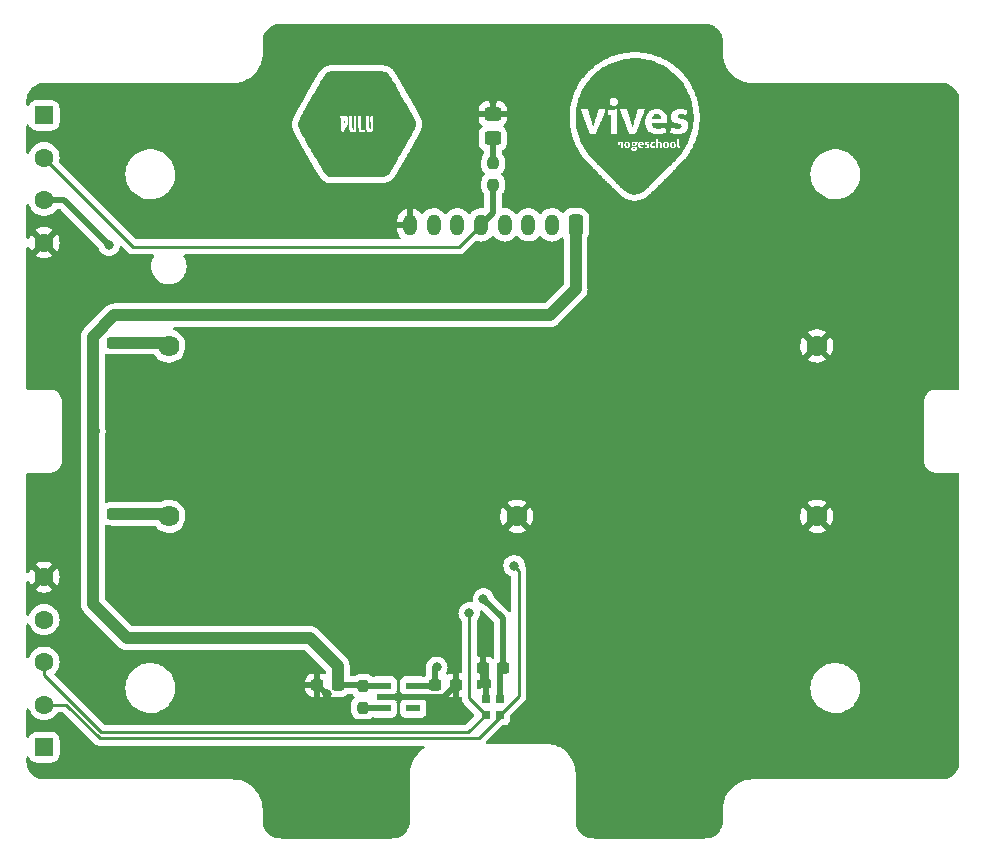
<source format=gbr>
%TF.GenerationSoftware,KiCad,Pcbnew,5.99.0-unknown-36d11f745e~142~ubuntu20.04.1*%
%TF.CreationDate,2021-10-28T09:48:46+02:00*%
%TF.ProjectId,Main_PCB_1,4d61696e-5f50-4434-925f-312e6b696361,rev?*%
%TF.SameCoordinates,Original*%
%TF.FileFunction,Copper,L1,Top*%
%TF.FilePolarity,Positive*%
%FSLAX46Y46*%
G04 Gerber Fmt 4.6, Leading zero omitted, Abs format (unit mm)*
G04 Created by KiCad (PCBNEW 5.99.0-unknown-36d11f745e~142~ubuntu20.04.1) date 2021-10-28 09:48:46*
%MOMM*%
%LPD*%
G01*
G04 APERTURE LIST*
G04 Aperture macros list*
%AMRoundRect*
0 Rectangle with rounded corners*
0 $1 Rounding radius*
0 $2 $3 $4 $5 $6 $7 $8 $9 X,Y pos of 4 corners*
0 Add a 4 corners polygon primitive as box body*
4,1,4,$2,$3,$4,$5,$6,$7,$8,$9,$2,$3,0*
0 Add four circle primitives for the rounded corners*
1,1,$1+$1,$2,$3*
1,1,$1+$1,$4,$5*
1,1,$1+$1,$6,$7*
1,1,$1+$1,$8,$9*
0 Add four rect primitives between the rounded corners*
20,1,$1+$1,$2,$3,$4,$5,0*
20,1,$1+$1,$4,$5,$6,$7,0*
20,1,$1+$1,$6,$7,$8,$9,0*
20,1,$1+$1,$8,$9,$2,$3,0*%
G04 Aperture macros list end*
%TA.AperFunction,ComponentPad*%
%ADD10RoundRect,0.250000X0.550000X-0.550000X0.550000X0.550000X-0.550000X0.550000X-0.550000X-0.550000X0*%
%TD*%
%TA.AperFunction,ComponentPad*%
%ADD11C,1.600000*%
%TD*%
%TA.AperFunction,SMDPad,CuDef*%
%ADD12RoundRect,0.237500X-0.237500X0.250000X-0.237500X-0.250000X0.237500X-0.250000X0.237500X0.250000X0*%
%TD*%
%TA.AperFunction,SMDPad,CuDef*%
%ADD13RoundRect,0.237500X-0.287500X-0.237500X0.287500X-0.237500X0.287500X0.237500X-0.287500X0.237500X0*%
%TD*%
%TA.AperFunction,SMDPad,CuDef*%
%ADD14RoundRect,0.237500X-0.300000X-0.237500X0.300000X-0.237500X0.300000X0.237500X-0.300000X0.237500X0*%
%TD*%
%TA.AperFunction,SMDPad,CuDef*%
%ADD15R,0.700000X0.750000*%
%TD*%
%TA.AperFunction,SMDPad,CuDef*%
%ADD16RoundRect,0.237500X0.300000X0.237500X-0.300000X0.237500X-0.300000X-0.237500X0.300000X-0.237500X0*%
%TD*%
%TA.AperFunction,ComponentPad*%
%ADD17C,1.785000*%
%TD*%
%TA.AperFunction,SMDPad,CuDef*%
%ADD18R,1.200000X0.600000*%
%TD*%
%TA.AperFunction,SMDPad,CuDef*%
%ADD19RoundRect,0.250000X-0.450000X0.325000X-0.450000X-0.325000X0.450000X-0.325000X0.450000X0.325000X0*%
%TD*%
%TA.AperFunction,ComponentPad*%
%ADD20RoundRect,0.250000X-0.550000X0.550000X-0.550000X-0.550000X0.550000X-0.550000X0.550000X0.550000X0*%
%TD*%
%TA.AperFunction,ComponentPad*%
%ADD21RoundRect,0.250000X0.350000X0.650000X-0.350000X0.650000X-0.350000X-0.650000X0.350000X-0.650000X0*%
%TD*%
%TA.AperFunction,ComponentPad*%
%ADD22O,1.200000X1.800000*%
%TD*%
%TA.AperFunction,ViaPad*%
%ADD23C,0.800000*%
%TD*%
%TA.AperFunction,Conductor*%
%ADD24C,0.250000*%
%TD*%
%TA.AperFunction,Conductor*%
%ADD25C,0.500000*%
%TD*%
%TA.AperFunction,Conductor*%
%ADD26C,1.000000*%
%TD*%
G04 APERTURE END LIST*
%TO.C,G\u002A\u002A\u002A*%
G36*
X219494926Y-73586431D02*
G01*
X219516777Y-73607402D01*
X219529044Y-73638572D01*
X219529864Y-73678137D01*
X219529744Y-73679057D01*
X219518503Y-73713341D01*
X219497177Y-73736871D01*
X219468607Y-73748104D01*
X219435636Y-73745494D01*
X219419417Y-73739040D01*
X219401757Y-73722726D01*
X219387737Y-73695704D01*
X219387432Y-73694838D01*
X219380494Y-73670539D01*
X219380481Y-73651034D01*
X219387394Y-73626667D01*
X219387432Y-73626558D01*
X219397854Y-73603172D01*
X219411897Y-73589838D01*
X219429914Y-73582306D01*
X219465350Y-73577464D01*
X219494926Y-73586431D01*
G37*
G36*
X222180802Y-73601391D02*
G01*
X222207212Y-73617707D01*
X222226613Y-73646915D01*
X222236783Y-73674997D01*
X222244220Y-73714801D01*
X222246102Y-73759419D01*
X222242685Y-73802950D01*
X222234227Y-73839494D01*
X222229105Y-73851587D01*
X222204898Y-73884043D01*
X222174046Y-73903188D01*
X222139026Y-73908056D01*
X222106248Y-73899546D01*
X222080513Y-73879213D01*
X222061874Y-73845063D01*
X222050701Y-73797928D01*
X222048007Y-73769343D01*
X222049118Y-73710691D01*
X222059280Y-73663340D01*
X222078079Y-73628028D01*
X222105100Y-73605490D01*
X222139928Y-73596463D01*
X222145470Y-73596319D01*
X222180802Y-73601391D01*
G37*
G36*
X222763104Y-73598522D02*
G01*
X222781840Y-73607422D01*
X222796415Y-73621072D01*
X222814107Y-73645677D01*
X222825227Y-73676236D01*
X222830659Y-73716185D01*
X222831498Y-73757487D01*
X222826624Y-73813958D01*
X222813517Y-73856719D01*
X222793628Y-73884583D01*
X222765028Y-73901148D01*
X222730393Y-73906658D01*
X222696241Y-73900169D01*
X222693653Y-73899072D01*
X222669240Y-73882001D01*
X222652043Y-73854786D01*
X222641264Y-73815623D01*
X222636441Y-73769575D01*
X222637087Y-73708666D01*
X222646454Y-73661157D01*
X222664682Y-73626802D01*
X222691915Y-73605357D01*
X222728293Y-73596577D01*
X222736853Y-73596319D01*
X222763104Y-73598522D01*
G37*
G36*
X220055044Y-73592074D02*
G01*
X220080490Y-73604315D01*
X220104153Y-73626592D01*
X220121639Y-73653625D01*
X220128553Y-73680135D01*
X220128554Y-73680403D01*
X220126449Y-73685791D01*
X220118456Y-73689421D01*
X220102058Y-73691619D01*
X220074737Y-73692710D01*
X220033978Y-73693019D01*
X220030980Y-73693020D01*
X219933405Y-73693020D01*
X219938844Y-73671351D01*
X219954763Y-73635863D01*
X219980638Y-73609079D01*
X220013062Y-73593323D01*
X220048627Y-73590921D01*
X220055044Y-73592074D01*
G37*
G36*
X215114212Y-73825373D02*
G01*
X214986206Y-73575708D01*
X214872925Y-73319586D01*
X214855926Y-73274291D01*
X214774433Y-73057142D01*
X214690794Y-72788514D01*
X214622070Y-72513836D01*
X214568324Y-72233247D01*
X214553072Y-72133724D01*
X214541398Y-72049205D01*
X214531860Y-71972096D01*
X214524263Y-71899293D01*
X214518408Y-71827693D01*
X214514099Y-71754191D01*
X214511139Y-71675685D01*
X214509331Y-71589069D01*
X214508478Y-71491240D01*
X214508344Y-71428616D01*
X214508635Y-71325016D01*
X214509721Y-71234322D01*
X214511813Y-71153337D01*
X214515122Y-71078861D01*
X214519860Y-71007696D01*
X214526236Y-70936642D01*
X214534463Y-70862501D01*
X214544752Y-70782073D01*
X214546177Y-70771859D01*
X214940282Y-70771859D01*
X215298382Y-71726776D01*
X215343339Y-71846655D01*
X215386989Y-71963035D01*
X215428967Y-72074947D01*
X215468912Y-72181426D01*
X215506460Y-72281505D01*
X215541248Y-72374217D01*
X215572914Y-72458594D01*
X215601095Y-72533671D01*
X215625428Y-72598480D01*
X215645550Y-72652055D01*
X215661098Y-72693428D01*
X215671710Y-72721633D01*
X215676993Y-72735626D01*
X215697503Y-72789558D01*
X215739282Y-72797886D01*
X215773574Y-72803730D01*
X215809845Y-72808471D01*
X215821352Y-72809592D01*
X215845258Y-72810620D01*
X215881802Y-72810991D01*
X215927701Y-72810780D01*
X215979673Y-72810066D01*
X216034436Y-72808924D01*
X216088708Y-72807431D01*
X216139207Y-72805664D01*
X216182651Y-72803700D01*
X216215758Y-72801615D01*
X216232001Y-72799995D01*
X216271964Y-72794511D01*
X216656186Y-71783185D01*
X216702578Y-71661024D01*
X216747343Y-71543054D01*
X216790150Y-71430148D01*
X216830670Y-71323178D01*
X216868575Y-71223017D01*
X216903534Y-71130538D01*
X216935218Y-71046612D01*
X216963298Y-70972113D01*
X216969042Y-70956842D01*
X217214129Y-70956842D01*
X217214459Y-71009674D01*
X217216000Y-71061369D01*
X217218696Y-71107853D01*
X217222490Y-71145048D01*
X217225605Y-71162690D01*
X217232213Y-71190894D01*
X217362839Y-71193109D01*
X217493465Y-71195323D01*
X217493465Y-71993155D01*
X217493503Y-72129361D01*
X217493625Y-72250241D01*
X217493840Y-72356586D01*
X217494157Y-72449186D01*
X217494588Y-72528833D01*
X217495142Y-72596317D01*
X217495829Y-72652429D01*
X217496659Y-72697959D01*
X217497642Y-72733699D01*
X217498787Y-72760440D01*
X217500105Y-72778971D01*
X217501606Y-72790084D01*
X217503300Y-72794569D01*
X217503538Y-72794708D01*
X217524525Y-72799312D01*
X217558851Y-72803207D01*
X217603751Y-72806361D01*
X217656460Y-72808742D01*
X217714216Y-72810315D01*
X217774252Y-72811050D01*
X217833806Y-72810913D01*
X217890112Y-72809871D01*
X217940407Y-72807892D01*
X217981927Y-72804943D01*
X218011906Y-72800992D01*
X218013230Y-72800731D01*
X218045464Y-72794238D01*
X218047509Y-71780960D01*
X218049550Y-70770020D01*
X218270251Y-70770020D01*
X218272750Y-70777696D01*
X218280585Y-70799584D01*
X218293429Y-70834807D01*
X218310957Y-70882487D01*
X218332842Y-70941747D01*
X218358760Y-71011710D01*
X218388383Y-71091497D01*
X218421387Y-71180233D01*
X218457445Y-71277038D01*
X218496230Y-71381036D01*
X218537419Y-71491350D01*
X218580683Y-71607102D01*
X218625699Y-71727414D01*
X218644699Y-71778159D01*
X218699160Y-71923377D01*
X218750255Y-72059199D01*
X218797790Y-72185122D01*
X218841571Y-72300643D01*
X218881405Y-72405259D01*
X218917097Y-72498465D01*
X218948455Y-72579759D01*
X218975284Y-72648637D01*
X218997391Y-72704596D01*
X219014582Y-72747132D01*
X219026664Y-72775743D01*
X219033442Y-72789925D01*
X219034586Y-72791425D01*
X219052198Y-72796643D01*
X219083392Y-72801096D01*
X219125646Y-72804743D01*
X219176442Y-72807543D01*
X219233259Y-72809455D01*
X219293577Y-72810438D01*
X219354877Y-72810450D01*
X219414639Y-72809450D01*
X219470343Y-72807398D01*
X219519469Y-72804252D01*
X219559324Y-72799995D01*
X219598502Y-72794511D01*
X219919968Y-71948382D01*
X219969216Y-71818756D01*
X220406843Y-71818756D01*
X220408666Y-71892508D01*
X220412736Y-71960584D01*
X220419051Y-72018655D01*
X220422008Y-72037024D01*
X220445629Y-72148006D01*
X220474597Y-72245886D01*
X220510101Y-72333135D01*
X220553335Y-72412224D01*
X220605490Y-72485621D01*
X220667757Y-72555799D01*
X220676523Y-72564680D01*
X220758759Y-72637917D01*
X220847548Y-72698872D01*
X220944357Y-72748225D01*
X221050649Y-72786658D01*
X221167890Y-72814851D01*
X221240610Y-72826658D01*
X221292408Y-72831921D01*
X221356086Y-72835494D01*
X221427494Y-72837377D01*
X221502483Y-72837568D01*
X221576905Y-72836068D01*
X221646610Y-72832875D01*
X221707449Y-72827991D01*
X221719015Y-72826714D01*
X221841931Y-72809218D01*
X221953555Y-72786550D01*
X222058129Y-72757828D01*
X222072302Y-72753321D01*
X222107711Y-72741988D01*
X222132779Y-72732639D01*
X222133641Y-72732093D01*
X222527752Y-72732093D01*
X222575187Y-72749850D01*
X222624010Y-72766178D01*
X222683438Y-72783044D01*
X222748065Y-72799131D01*
X222812487Y-72813121D01*
X222871298Y-72823696D01*
X222887854Y-72826116D01*
X222942294Y-72831716D01*
X223007274Y-72835523D01*
X223078509Y-72837536D01*
X223151718Y-72837751D01*
X223222616Y-72836167D01*
X223286921Y-72832782D01*
X223340350Y-72827594D01*
X223349347Y-72826341D01*
X223469484Y-72802241D01*
X223579977Y-72767326D01*
X223680191Y-72722102D01*
X223769489Y-72667076D01*
X223847236Y-72602757D01*
X223912795Y-72529650D01*
X223965530Y-72448263D01*
X224004806Y-72359103D01*
X224024996Y-72287670D01*
X224031069Y-72255654D01*
X224034690Y-72223622D01*
X224036100Y-72187072D01*
X224035539Y-72141504D01*
X224034454Y-72110385D01*
X224030865Y-72047203D01*
X224025110Y-71995764D01*
X224016227Y-71951739D01*
X224003254Y-71910801D01*
X223985232Y-71868619D01*
X223977017Y-71851681D01*
X223934362Y-71782024D01*
X223879855Y-71721789D01*
X223816173Y-71672013D01*
X223784883Y-71652144D01*
X223752646Y-71634169D01*
X223717176Y-71617168D01*
X223676184Y-71600221D01*
X223627385Y-71582409D01*
X223568490Y-71562813D01*
X223497212Y-71540513D01*
X223463724Y-71530329D01*
X223385266Y-71506137D01*
X223320946Y-71485052D01*
X223269255Y-71466311D01*
X223228686Y-71449146D01*
X223197732Y-71432794D01*
X223174886Y-71416488D01*
X223158640Y-71399464D01*
X223147486Y-71380957D01*
X223142001Y-71367012D01*
X223135918Y-71333756D01*
X223136279Y-71295917D01*
X223142442Y-71259866D01*
X223153767Y-71231971D01*
X223155905Y-71228837D01*
X223186388Y-71196959D01*
X223225538Y-71172994D01*
X223274919Y-71156429D01*
X223336091Y-71146754D01*
X223410618Y-71143454D01*
X223416371Y-71143449D01*
X223492379Y-71145996D01*
X223563973Y-71154002D01*
X223636313Y-71168379D01*
X223714560Y-71190040D01*
X223756699Y-71203614D01*
X223793213Y-71215699D01*
X223823960Y-71225650D01*
X223845842Y-71232481D01*
X223855760Y-71235204D01*
X223855920Y-71235215D01*
X223863883Y-71227823D01*
X223874864Y-71207360D01*
X223887986Y-71176392D01*
X223902375Y-71137488D01*
X223917157Y-71093215D01*
X223931455Y-71046141D01*
X223944395Y-70998835D01*
X223955101Y-70953863D01*
X223959894Y-70930122D01*
X223967571Y-70888515D01*
X223971486Y-70859733D01*
X223970283Y-70840666D01*
X223962606Y-70828201D01*
X223947097Y-70819229D01*
X223922400Y-70810637D01*
X223905457Y-70805280D01*
X223803107Y-70775044D01*
X223708438Y-70752566D01*
X223615603Y-70736846D01*
X223518750Y-70726888D01*
X223416371Y-70721815D01*
X223287508Y-70722377D01*
X223170947Y-70732180D01*
X223065556Y-70751562D01*
X222970201Y-70780865D01*
X222883749Y-70820427D01*
X222805066Y-70870590D01*
X222740485Y-70924585D01*
X222680764Y-70990109D01*
X222634381Y-71062367D01*
X222601005Y-71142278D01*
X222580307Y-71230758D01*
X222571958Y-71328726D01*
X222572722Y-71392054D01*
X222576596Y-71453835D01*
X222582715Y-71504060D01*
X222591970Y-71547235D01*
X222605248Y-71587864D01*
X222616965Y-71616188D01*
X222653316Y-71680115D01*
X222703401Y-71738240D01*
X222767556Y-71790796D01*
X222846116Y-71838012D01*
X222939415Y-71880121D01*
X223047790Y-71917353D01*
X223057773Y-71920319D01*
X223145610Y-71946398D01*
X223219282Y-71968997D01*
X223280210Y-71988742D01*
X223329814Y-72006256D01*
X223369516Y-72022163D01*
X223400736Y-72037086D01*
X223424895Y-72051650D01*
X223443414Y-72066478D01*
X223457713Y-72082195D01*
X223469214Y-72099424D01*
X223470399Y-72101491D01*
X223483469Y-72137152D01*
X223488874Y-72180034D01*
X223486254Y-72222992D01*
X223478041Y-72252844D01*
X223461792Y-72278605D01*
X223435345Y-72306919D01*
X223403149Y-72333608D01*
X223369915Y-72354363D01*
X223329774Y-72372083D01*
X223287179Y-72384776D01*
X223238732Y-72393027D01*
X223181037Y-72397426D01*
X223114182Y-72398568D01*
X223034125Y-72396252D01*
X222960483Y-72389110D01*
X222888145Y-72376245D01*
X222811999Y-72356757D01*
X222731545Y-72331315D01*
X222695882Y-72319386D01*
X222666407Y-72309800D01*
X222646098Y-72303505D01*
X222637931Y-72301450D01*
X222637897Y-72301471D01*
X222634685Y-72309104D01*
X222626948Y-72328431D01*
X222616010Y-72356131D01*
X222608426Y-72375476D01*
X222587040Y-72435725D01*
X222567439Y-72501322D01*
X222550917Y-72567155D01*
X222538769Y-72628113D01*
X222532639Y-72674660D01*
X222527752Y-72732093D01*
X222133641Y-72732093D01*
X222148866Y-72722450D01*
X222157332Y-72708599D01*
X222159537Y-72688263D01*
X222156839Y-72658621D01*
X222150598Y-72616850D01*
X222147561Y-72597081D01*
X222121032Y-72474040D01*
X222081019Y-72359359D01*
X222067230Y-72327028D01*
X222056491Y-72307447D01*
X222045520Y-72298546D01*
X222031035Y-72298253D01*
X222009754Y-72304499D01*
X221999624Y-72308010D01*
X221934966Y-72328016D01*
X221860168Y-72347046D01*
X221781203Y-72363707D01*
X221707995Y-72376038D01*
X221655133Y-72381768D01*
X221594647Y-72385155D01*
X221530310Y-72386278D01*
X221465893Y-72385217D01*
X221405167Y-72382051D01*
X221351903Y-72376858D01*
X221309874Y-72369718D01*
X221301047Y-72367496D01*
X221225487Y-72340636D01*
X221156492Y-72304388D01*
X221096475Y-72260479D01*
X221047851Y-72210635D01*
X221016957Y-72164282D01*
X220991358Y-72104470D01*
X220971325Y-72032934D01*
X220962569Y-71986659D01*
X220957150Y-71952411D01*
X221606014Y-71952411D01*
X221723645Y-71952395D01*
X221826198Y-71952334D01*
X221914710Y-71952205D01*
X221990219Y-71951986D01*
X222053765Y-71951654D01*
X222106385Y-71951186D01*
X222149118Y-71950561D01*
X222183000Y-71949755D01*
X222209072Y-71948748D01*
X222228371Y-71947515D01*
X222241934Y-71946035D01*
X222250801Y-71944285D01*
X222256009Y-71942243D01*
X222258597Y-71939886D01*
X222259325Y-71938309D01*
X222261398Y-71925494D01*
X222264068Y-71899879D01*
X222267039Y-71864757D01*
X222270018Y-71823420D01*
X222271079Y-71806957D01*
X222274347Y-71659685D01*
X222265134Y-71522539D01*
X222243406Y-71395404D01*
X222209126Y-71278165D01*
X222162259Y-71170709D01*
X222102770Y-71072921D01*
X222030624Y-70984685D01*
X222011126Y-70964622D01*
X221925733Y-70889535D01*
X221834027Y-70828513D01*
X221734115Y-70780473D01*
X221629070Y-70745654D01*
X221601464Y-70738505D01*
X221577069Y-70733176D01*
X221552763Y-70729400D01*
X221525427Y-70726909D01*
X221491940Y-70725438D01*
X221449184Y-70724717D01*
X221394037Y-70724481D01*
X221381631Y-70724469D01*
X221321029Y-70724653D01*
X221273384Y-70725447D01*
X221235543Y-70727070D01*
X221204351Y-70729743D01*
X221176654Y-70733685D01*
X221149296Y-70739118D01*
X221139401Y-70741369D01*
X221021949Y-70776263D01*
X220911911Y-70824763D01*
X220865504Y-70850478D01*
X220815298Y-70884437D01*
X220760781Y-70928698D01*
X220705718Y-70979619D01*
X220653874Y-71033555D01*
X220609014Y-71086862D01*
X220581506Y-71125332D01*
X220524646Y-71226897D01*
X220477580Y-71340513D01*
X220440695Y-71465145D01*
X220422008Y-71553521D01*
X220414848Y-71606709D01*
X220409934Y-71671529D01*
X220407265Y-71743653D01*
X220406843Y-71818756D01*
X219969216Y-71818756D01*
X219978995Y-71793018D01*
X220032561Y-71652021D01*
X220080928Y-71524691D01*
X220124357Y-71410327D01*
X220163111Y-71308230D01*
X220197451Y-71217700D01*
X220227639Y-71138036D01*
X220253936Y-71068540D01*
X220276605Y-71008510D01*
X220295906Y-70957246D01*
X220312102Y-70914050D01*
X220325454Y-70878221D01*
X220336224Y-70849058D01*
X220344674Y-70825862D01*
X220351066Y-70807933D01*
X220355660Y-70794571D01*
X220358720Y-70785076D01*
X220360506Y-70778748D01*
X220361280Y-70774887D01*
X220361304Y-70772792D01*
X220360840Y-70771765D01*
X220360150Y-70771105D01*
X220360137Y-70771093D01*
X220350566Y-70767898D01*
X220328814Y-70763261D01*
X220298664Y-70757939D01*
X220280243Y-70755051D01*
X220234960Y-70750080D01*
X220177742Y-70746579D01*
X220112708Y-70744565D01*
X220043974Y-70744060D01*
X219975658Y-70745084D01*
X219911877Y-70747656D01*
X219856749Y-70751796D01*
X219846070Y-70752933D01*
X219808243Y-70757639D01*
X219783384Y-70762049D01*
X219768394Y-70767077D01*
X219760169Y-70773635D01*
X219756993Y-70779123D01*
X219753714Y-70789192D01*
X219746314Y-70813637D01*
X219735118Y-70851344D01*
X219720449Y-70901196D01*
X219702635Y-70962078D01*
X219681998Y-71032876D01*
X219658865Y-71112475D01*
X219633560Y-71199759D01*
X219606409Y-71293613D01*
X219577736Y-71392922D01*
X219547866Y-71496571D01*
X219544230Y-71509200D01*
X219514267Y-71613215D01*
X219485489Y-71712969D01*
X219458218Y-71807354D01*
X219432776Y-71895260D01*
X219409486Y-71975579D01*
X219388671Y-72047201D01*
X219370652Y-72109016D01*
X219355752Y-72159916D01*
X219344294Y-72198792D01*
X219336600Y-72224534D01*
X219332992Y-72236033D01*
X219332844Y-72236413D01*
X219329465Y-72231452D01*
X219321763Y-72211075D01*
X219309770Y-72175383D01*
X219293517Y-72124476D01*
X219273034Y-72058457D01*
X219248353Y-71977426D01*
X219219505Y-71881485D01*
X219186521Y-71770735D01*
X219149432Y-71645277D01*
X219108922Y-71507439D01*
X218891098Y-70764419D01*
X218859112Y-70756338D01*
X218839635Y-70753613D01*
X218806700Y-70751430D01*
X218762956Y-70749781D01*
X218711051Y-70748660D01*
X218653636Y-70748059D01*
X218593359Y-70747970D01*
X218532869Y-70748388D01*
X218474815Y-70749305D01*
X218421847Y-70750714D01*
X218376614Y-70752608D01*
X218341765Y-70754979D01*
X218320151Y-70757778D01*
X218294614Y-70763403D01*
X218276452Y-70767915D01*
X218270251Y-70770020D01*
X218049550Y-70770020D01*
X218049555Y-70767682D01*
X217640561Y-70769770D01*
X217231568Y-70771859D01*
X217220980Y-70832297D01*
X217217332Y-70864078D01*
X217215068Y-70906952D01*
X217214129Y-70956842D01*
X216969042Y-70956842D01*
X216987446Y-70907913D01*
X217007331Y-70854883D01*
X217022624Y-70813898D01*
X217032996Y-70785829D01*
X217038119Y-70771548D01*
X217038621Y-70769850D01*
X217030422Y-70767883D01*
X217009749Y-70764187D01*
X216980075Y-70759360D01*
X216956917Y-70755795D01*
X216910634Y-70750321D01*
X216857286Y-70746505D01*
X216799135Y-70744264D01*
X216738440Y-70743516D01*
X216677462Y-70744176D01*
X216618462Y-70746164D01*
X216563699Y-70749395D01*
X216515436Y-70753788D01*
X216475931Y-70759259D01*
X216447446Y-70765726D01*
X216432242Y-70773106D01*
X216430796Y-70775051D01*
X216427701Y-70784513D01*
X216420486Y-70808373D01*
X216409471Y-70845535D01*
X216394974Y-70894902D01*
X216377313Y-70955379D01*
X216356808Y-71025870D01*
X216333777Y-71105278D01*
X216308538Y-71192509D01*
X216281411Y-71286464D01*
X216252714Y-71386050D01*
X216222766Y-71490170D01*
X216215581Y-71515178D01*
X216185463Y-71619874D01*
X216156557Y-71720057D01*
X216129175Y-71814656D01*
X216103633Y-71902601D01*
X216080245Y-71982821D01*
X216059323Y-72054244D01*
X216041183Y-72115800D01*
X216026137Y-72166418D01*
X216014500Y-72205028D01*
X216006585Y-72230557D01*
X216002707Y-72241937D01*
X216002401Y-72242446D01*
X215999570Y-72234897D01*
X215992538Y-72212940D01*
X215981623Y-72177637D01*
X215967142Y-72130050D01*
X215949415Y-72071240D01*
X215928758Y-72002270D01*
X215905490Y-71924201D01*
X215879927Y-71838096D01*
X215852389Y-71745018D01*
X215823192Y-71646026D01*
X215792655Y-71542185D01*
X215782382Y-71507186D01*
X215751435Y-71401839D01*
X215721700Y-71300892D01*
X215693498Y-71205417D01*
X215667150Y-71116488D01*
X215642975Y-71035177D01*
X215621295Y-70962557D01*
X215602430Y-70899700D01*
X215586701Y-70847680D01*
X215574427Y-70807569D01*
X215565930Y-70780441D01*
X215561530Y-70767367D01*
X215561041Y-70766327D01*
X215547385Y-70760812D01*
X215519962Y-70756092D01*
X215481105Y-70752188D01*
X215433144Y-70749122D01*
X215378413Y-70746914D01*
X215319241Y-70745585D01*
X215257962Y-70745156D01*
X215196906Y-70745648D01*
X215138405Y-70747083D01*
X215084792Y-70749480D01*
X215038397Y-70752862D01*
X215001552Y-70757248D01*
X214981927Y-70761122D01*
X214940282Y-70771859D01*
X214546177Y-70771859D01*
X214556645Y-70696814D01*
X214603882Y-70424029D01*
X214666722Y-70154077D01*
X214682363Y-70100717D01*
X217373299Y-70100717D01*
X217379450Y-70169321D01*
X217399005Y-70235748D01*
X217431972Y-70297793D01*
X217478354Y-70353247D01*
X217481357Y-70356121D01*
X217528222Y-70393755D01*
X217579808Y-70423889D01*
X217630463Y-70443290D01*
X217636468Y-70444804D01*
X217687515Y-70451853D01*
X217745137Y-70451910D01*
X217801534Y-70445269D01*
X217834327Y-70437350D01*
X217896336Y-70410280D01*
X217953078Y-70370285D01*
X218001785Y-70320145D01*
X218039692Y-70262640D01*
X218061689Y-70208921D01*
X218069458Y-70168961D01*
X218072990Y-70120115D01*
X218072283Y-70069048D01*
X218067338Y-70022424D01*
X218061689Y-69997106D01*
X218038177Y-69941338D01*
X218002711Y-69887213D01*
X217959046Y-69839987D01*
X217936017Y-69821122D01*
X217872355Y-69783757D01*
X217804113Y-69760820D01*
X217733555Y-69752175D01*
X217662942Y-69757684D01*
X217594537Y-69777209D01*
X217530602Y-69810612D01*
X217482637Y-69848696D01*
X217435222Y-69903928D01*
X217401191Y-69965814D01*
X217380548Y-70032146D01*
X217373299Y-70100717D01*
X214682363Y-70100717D01*
X214744776Y-69887795D01*
X214837654Y-69626024D01*
X214944965Y-69369600D01*
X215066321Y-69119363D01*
X215201331Y-68876152D01*
X215349605Y-68640805D01*
X215510754Y-68414162D01*
X215684388Y-68197060D01*
X215757679Y-68112595D01*
X215952986Y-67904656D01*
X216158107Y-67709352D01*
X216372556Y-67526921D01*
X216595849Y-67357600D01*
X216827502Y-67201626D01*
X217067030Y-67059237D01*
X217313949Y-66930670D01*
X217567773Y-66816162D01*
X217828019Y-66715952D01*
X218094202Y-66630275D01*
X218365837Y-66559371D01*
X218642440Y-66503475D01*
X218923527Y-66462826D01*
X219171579Y-66440032D01*
X219221607Y-66437489D01*
X219283783Y-66435664D01*
X219355372Y-66434527D01*
X219433637Y-66434051D01*
X219515841Y-66434208D01*
X219599250Y-66434969D01*
X219681126Y-66436307D01*
X219758734Y-66438193D01*
X219829336Y-66440598D01*
X219890197Y-66443496D01*
X219938581Y-66446858D01*
X219951269Y-66448056D01*
X220169995Y-66474177D01*
X220376708Y-66506327D01*
X220574567Y-66545095D01*
X220766731Y-66591067D01*
X220865895Y-66618140D01*
X221136443Y-66703043D01*
X221398640Y-66801472D01*
X221652973Y-66913691D01*
X221899935Y-67039964D01*
X222140014Y-67180555D01*
X222373700Y-67335727D01*
X222601484Y-67505745D01*
X222767672Y-67642245D01*
X222813624Y-67682879D01*
X222867877Y-67733131D01*
X222928015Y-67790578D01*
X222991623Y-67852799D01*
X223056285Y-67917373D01*
X223119588Y-67981878D01*
X223179114Y-68043893D01*
X223232450Y-68100995D01*
X223277180Y-68150765D01*
X223291886Y-68167801D01*
X223473849Y-68393555D01*
X223640918Y-68625408D01*
X223793134Y-68863461D01*
X223930539Y-69107812D01*
X224053175Y-69358562D01*
X224161086Y-69615808D01*
X224254313Y-69879652D01*
X224332898Y-70150192D01*
X224396883Y-70427527D01*
X224446312Y-70711758D01*
X224476531Y-70955106D01*
X224481411Y-71013516D01*
X224485611Y-71084843D01*
X224489080Y-71165900D01*
X224491767Y-71253499D01*
X224493622Y-71344452D01*
X224494594Y-71435573D01*
X224494634Y-71523673D01*
X224493690Y-71605566D01*
X224491713Y-71678064D01*
X224488864Y-71734835D01*
X224462229Y-72021912D01*
X224420831Y-72302683D01*
X224364564Y-72577542D01*
X224293323Y-72846885D01*
X224207001Y-73111107D01*
X224105493Y-73370603D01*
X223988693Y-73625769D01*
X223975337Y-73652728D01*
X223863231Y-73866161D01*
X223745631Y-74067462D01*
X223620531Y-74259518D01*
X223485929Y-74445219D01*
X223339819Y-74627450D01*
X223180199Y-74809100D01*
X223150454Y-74841338D01*
X223133711Y-74858912D01*
X223106110Y-74887307D01*
X223068205Y-74925966D01*
X223020550Y-74974332D01*
X222963699Y-75031848D01*
X222898208Y-75097956D01*
X222824632Y-75172099D01*
X222743524Y-75253720D01*
X222655439Y-75342261D01*
X222560932Y-75437166D01*
X222460558Y-75537876D01*
X222354871Y-75643835D01*
X222244427Y-75754486D01*
X222129778Y-75869270D01*
X222011481Y-75987631D01*
X221890090Y-76109012D01*
X221766159Y-76232855D01*
X221670264Y-76328628D01*
X221520760Y-76477912D01*
X221382201Y-76616258D01*
X221254124Y-76744109D01*
X221136062Y-76861909D01*
X221027549Y-76970101D01*
X220928121Y-77069127D01*
X220837311Y-77159431D01*
X220754654Y-77241456D01*
X220679685Y-77315646D01*
X220611938Y-77382442D01*
X220550947Y-77442289D01*
X220496248Y-77495629D01*
X220447374Y-77542906D01*
X220403860Y-77584562D01*
X220365240Y-77621040D01*
X220331049Y-77652785D01*
X220300822Y-77680239D01*
X220274093Y-77703844D01*
X220250396Y-77724045D01*
X220229265Y-77741283D01*
X220210237Y-77756003D01*
X220192843Y-77768648D01*
X220176621Y-77779659D01*
X220161103Y-77789482D01*
X220145824Y-77798558D01*
X220130319Y-77807331D01*
X220114122Y-77816244D01*
X220098252Y-77824924D01*
X219993921Y-77874933D01*
X219880244Y-77916350D01*
X219762469Y-77947423D01*
X219693401Y-77960160D01*
X219658526Y-77964063D01*
X219612369Y-77967167D01*
X219559114Y-77969396D01*
X219502944Y-77970676D01*
X219448044Y-77970931D01*
X219398596Y-77970085D01*
X219358786Y-77968064D01*
X219342862Y-77966469D01*
X219216401Y-77942848D01*
X219089684Y-77905387D01*
X218966718Y-77855589D01*
X218851508Y-77794955D01*
X218802307Y-77763896D01*
X218769753Y-77740504D01*
X218729968Y-77709453D01*
X218687311Y-77674276D01*
X218646144Y-77638510D01*
X218633597Y-77627150D01*
X218615208Y-77609791D01*
X218586263Y-77581783D01*
X218547387Y-77543750D01*
X218499204Y-77496317D01*
X218442336Y-77440111D01*
X218377407Y-77375757D01*
X218305041Y-77303880D01*
X218225862Y-77225107D01*
X218140492Y-77140062D01*
X218049557Y-77049372D01*
X217953679Y-76953661D01*
X217853482Y-76853556D01*
X217749589Y-76749682D01*
X217642625Y-76642665D01*
X217533212Y-76533129D01*
X217421975Y-76421702D01*
X217309537Y-76309008D01*
X217196521Y-76195673D01*
X217083552Y-76082322D01*
X216971253Y-75969582D01*
X216860247Y-75858077D01*
X216751158Y-75748434D01*
X216644610Y-75641277D01*
X216541226Y-75537233D01*
X216441630Y-75436927D01*
X216346445Y-75340984D01*
X216256296Y-75250031D01*
X216171806Y-75164693D01*
X216093597Y-75085595D01*
X216022295Y-75013362D01*
X215958522Y-74948622D01*
X215902903Y-74891998D01*
X215856060Y-74844118D01*
X215818618Y-74805605D01*
X215791200Y-74777086D01*
X215774429Y-74759187D01*
X215772221Y-74756726D01*
X215585947Y-74534256D01*
X215414146Y-74304783D01*
X215282202Y-74106498D01*
X219214422Y-74106498D01*
X219216074Y-74152310D01*
X219230225Y-74192726D01*
X219248766Y-74214320D01*
X219279406Y-74233946D01*
X219318129Y-74249423D01*
X219347831Y-74256609D01*
X219389704Y-74260896D01*
X219440037Y-74261318D01*
X219492357Y-74258210D01*
X219540193Y-74251907D01*
X219569713Y-74245142D01*
X219624852Y-74222415D01*
X219669358Y-74190998D01*
X219701849Y-74152436D01*
X219720938Y-74108276D01*
X219725635Y-74071021D01*
X219720628Y-74023791D01*
X219704862Y-73986165D01*
X219690850Y-73967981D01*
X219673769Y-73952195D01*
X219653752Y-73940358D01*
X219628108Y-73931794D01*
X219594149Y-73925824D01*
X219549186Y-73921771D01*
X219497334Y-73919211D01*
X219450127Y-73917174D01*
X219416451Y-73915012D01*
X219393722Y-73912341D01*
X219379354Y-73908773D01*
X219370766Y-73903924D01*
X219366936Y-73899736D01*
X219360270Y-73878086D01*
X219362436Y-73867503D01*
X219366528Y-73859780D01*
X219374059Y-73854495D01*
X219388042Y-73850957D01*
X219411493Y-73848473D01*
X219447424Y-73846352D01*
X219456571Y-73845901D01*
X219501351Y-73842960D01*
X219533953Y-73838737D01*
X219558306Y-73832533D01*
X219576661Y-73824550D01*
X219622757Y-73792507D01*
X219642286Y-73768268D01*
X219785423Y-73768268D01*
X219793556Y-73832869D01*
X219813489Y-73890889D01*
X219844434Y-73940414D01*
X219885605Y-73979525D01*
X219911682Y-73995573D01*
X219951643Y-74010077D01*
X220002539Y-74019257D01*
X220060010Y-74022872D01*
X220119698Y-74020681D01*
X220177242Y-74012444D01*
X220185386Y-74010680D01*
X220214559Y-74003604D01*
X220231332Y-73997570D01*
X220239110Y-73990462D01*
X220241296Y-73980162D01*
X220241371Y-73975874D01*
X220354188Y-73975874D01*
X220356726Y-73989641D01*
X220366264Y-73999876D01*
X220385684Y-74008350D01*
X220417871Y-74016832D01*
X220422684Y-74017924D01*
X220450404Y-74021378D01*
X220487909Y-74022505D01*
X220529255Y-74021499D01*
X220568498Y-74018556D01*
X220599693Y-74013870D01*
X220607530Y-74011879D01*
X220661009Y-73989115D01*
X220701571Y-73957139D01*
X220728842Y-73916418D01*
X220742446Y-73867421D01*
X220744012Y-73841646D01*
X220739242Y-73795661D01*
X220725495Y-73762067D01*
X220821289Y-73762067D01*
X220824494Y-73814459D01*
X220833161Y-73854992D01*
X220859541Y-73913903D01*
X220896076Y-73960310D01*
X220942818Y-73994269D01*
X220984138Y-74011454D01*
X221015443Y-74017674D01*
X221056868Y-74021126D01*
X221102650Y-74021778D01*
X221147023Y-74019596D01*
X221178254Y-74015355D01*
X221329091Y-74015355D01*
X221472894Y-74015355D01*
X221475613Y-73848144D01*
X221476688Y-73790902D01*
X221477950Y-73747414D01*
X221479623Y-73715320D01*
X221481929Y-73692256D01*
X221485091Y-73675861D01*
X221489332Y-73663773D01*
X221493798Y-73655374D01*
X221519054Y-73626443D01*
X221551352Y-73611944D01*
X221574904Y-73610038D01*
X221594813Y-73611840D01*
X221610489Y-73617129D01*
X221622429Y-73627612D01*
X221631130Y-73644998D01*
X221637088Y-73670994D01*
X221640801Y-73707311D01*
X221642767Y-73755655D01*
X221643481Y-73817735D01*
X221643528Y-73845870D01*
X221643528Y-74015355D01*
X221796637Y-74015355D01*
X221796637Y-73823417D01*
X221796438Y-73770670D01*
X221895079Y-73770670D01*
X221895230Y-73773476D01*
X221905413Y-73843747D01*
X221927156Y-73903455D01*
X221960144Y-73952146D01*
X222004065Y-73989366D01*
X222058605Y-74014663D01*
X222062512Y-74015884D01*
X222091430Y-74020866D01*
X222130087Y-74022516D01*
X222172491Y-74021012D01*
X222212651Y-74016535D01*
X222240400Y-74010567D01*
X222271383Y-73998534D01*
X222298940Y-73980168D01*
X222325404Y-73955436D01*
X222355901Y-73919351D01*
X222376898Y-73881725D01*
X222389729Y-73838698D01*
X222395727Y-73786407D01*
X222396583Y-73750241D01*
X222485629Y-73750241D01*
X222485841Y-73790896D01*
X222487043Y-73819900D01*
X222490080Y-73841718D01*
X222495801Y-73860815D01*
X222505050Y-73881657D01*
X222513898Y-73899321D01*
X222547301Y-73949678D01*
X222589511Y-73987893D01*
X222638873Y-74012517D01*
X222645706Y-74014637D01*
X222678412Y-74020314D01*
X222720240Y-74022372D01*
X222764634Y-74020926D01*
X222805038Y-74016090D01*
X222824984Y-74011507D01*
X222870711Y-73990419D01*
X222912442Y-73957240D01*
X222945464Y-73915982D01*
X222953048Y-73902471D01*
X222973619Y-73847428D01*
X222983983Y-73786551D01*
X222984368Y-73735767D01*
X223095200Y-73735767D01*
X223095631Y-73793301D01*
X223096783Y-73839428D01*
X223098817Y-73875719D01*
X223101897Y-73903743D01*
X223106186Y-73925070D01*
X223111845Y-73941269D01*
X223119037Y-73953910D01*
X223127926Y-73964562D01*
X223136545Y-73972869D01*
X223161353Y-73992675D01*
X223186395Y-74005154D01*
X223216259Y-74011639D01*
X223255534Y-74013461D01*
X223275349Y-74013172D01*
X223347875Y-74011326D01*
X223350475Y-73979447D01*
X223350905Y-73950603D01*
X223348464Y-73923118D01*
X223348095Y-73921024D01*
X223343736Y-73904376D01*
X223335580Y-73896710D01*
X223318463Y-73894566D01*
X223308467Y-73894479D01*
X223279552Y-73891010D01*
X223260274Y-73879431D01*
X223258467Y-73877529D01*
X223254450Y-73872239D01*
X223251157Y-73865031D01*
X223248487Y-73854283D01*
X223246340Y-73838373D01*
X223244615Y-73815678D01*
X223243211Y-73784576D01*
X223242028Y-73743444D01*
X223240964Y-73690659D01*
X223239919Y-73624600D01*
X223239087Y-73565267D01*
X223235058Y-73269955D01*
X223098065Y-73269955D01*
X223095847Y-73580203D01*
X223095326Y-73665258D01*
X223095200Y-73735767D01*
X222984368Y-73735767D01*
X222984461Y-73723580D01*
X222975377Y-73662251D01*
X222957053Y-73606306D01*
X222929813Y-73559482D01*
X222922695Y-73550820D01*
X222900733Y-73530492D01*
X222872324Y-73510068D01*
X222857039Y-73501116D01*
X222836636Y-73491177D01*
X222817856Y-73484831D01*
X222796127Y-73481291D01*
X222766875Y-73479769D01*
X222731409Y-73479473D01*
X222690743Y-73479979D01*
X222661891Y-73481928D01*
X222640573Y-73485968D01*
X222622504Y-73492745D01*
X222613479Y-73497293D01*
X222563267Y-73533060D01*
X222523663Y-73580943D01*
X222506443Y-73612387D01*
X222497241Y-73633632D01*
X222491212Y-73653324D01*
X222487703Y-73675795D01*
X222486061Y-73705373D01*
X222485630Y-73746389D01*
X222485629Y-73750241D01*
X222396583Y-73750241D01*
X222396602Y-73749429D01*
X222394048Y-73689751D01*
X222385507Y-73641721D01*
X222369659Y-73601561D01*
X222345183Y-73565492D01*
X222324422Y-73542849D01*
X222285363Y-73510451D01*
X222242707Y-73489363D01*
X222192672Y-73478190D01*
X222141987Y-73475444D01*
X222077237Y-73482306D01*
X222021157Y-73502336D01*
X221974441Y-73534695D01*
X221937781Y-73578545D01*
X221911872Y-73633050D01*
X221897406Y-73697371D01*
X221895079Y-73770670D01*
X221796438Y-73770670D01*
X221796385Y-73756508D01*
X221795554Y-73703596D01*
X221794033Y-73662568D01*
X221791711Y-73631311D01*
X221788476Y-73607712D01*
X221784351Y-73590106D01*
X221764287Y-73543284D01*
X221735252Y-73509170D01*
X221696460Y-73487269D01*
X221647123Y-73477087D01*
X221603968Y-73476771D01*
X221570155Y-73479874D01*
X221545620Y-73485989D01*
X221523550Y-73497231D01*
X221511072Y-73505603D01*
X221474699Y-73531241D01*
X221470273Y-73269955D01*
X221333281Y-73269955D01*
X221329091Y-74015355D01*
X221178254Y-74015355D01*
X221184226Y-74014544D01*
X221192259Y-74012692D01*
X221214296Y-74006217D01*
X221224807Y-73998668D01*
X221227913Y-73985110D01*
X221227901Y-73970023D01*
X221224734Y-73941182D01*
X221217785Y-73914059D01*
X221216576Y-73910937D01*
X221208251Y-73894151D01*
X221198345Y-73888550D01*
X221180351Y-73890991D01*
X221176905Y-73891775D01*
X221152528Y-73895473D01*
X221120486Y-73897910D01*
X221098149Y-73898481D01*
X221053009Y-73893322D01*
X221018692Y-73877323D01*
X220994619Y-73849781D01*
X220980210Y-73809995D01*
X220974884Y-73757264D01*
X220974828Y-73749429D01*
X220979965Y-73694115D01*
X220995114Y-73651404D01*
X221020255Y-73621320D01*
X221055363Y-73603885D01*
X221100418Y-73599124D01*
X221115705Y-73600154D01*
X221154183Y-73604066D01*
X221179682Y-73606006D01*
X221195292Y-73605233D01*
X221204103Y-73601003D01*
X221209206Y-73592575D01*
X221213691Y-73579207D01*
X221214610Y-73576401D01*
X221220995Y-73549401D01*
X221223091Y-73523893D01*
X221222856Y-73519993D01*
X221219421Y-73504337D01*
X221210048Y-73494913D01*
X221190228Y-73487773D01*
X221184201Y-73486165D01*
X221158153Y-73481499D01*
X221123070Y-73477929D01*
X221086030Y-73476152D01*
X221081759Y-73476092D01*
X221013760Y-73481280D01*
X220956261Y-73498508D01*
X220908680Y-73528111D01*
X220870438Y-73570425D01*
X220846980Y-73611900D01*
X220832876Y-73654733D01*
X220824198Y-73706806D01*
X220821289Y-73762067D01*
X220725495Y-73762067D01*
X220724014Y-73758449D01*
X220696953Y-73728459D01*
X220656682Y-73704143D01*
X220604699Y-73684816D01*
X220565175Y-73672091D01*
X220538935Y-73661446D01*
X220523541Y-73651431D01*
X220516553Y-73640594D01*
X220515356Y-73631677D01*
X220522288Y-73610061D01*
X220541825Y-73595917D01*
X220572080Y-73589672D01*
X220611163Y-73591751D01*
X220651887Y-73600958D01*
X220676424Y-73606843D01*
X220694507Y-73608602D01*
X220700600Y-73607002D01*
X220709213Y-73591122D01*
X220717469Y-73566338D01*
X220723312Y-73539774D01*
X220724873Y-73522902D01*
X220722744Y-73507930D01*
X220713548Y-73498519D01*
X220693077Y-73490607D01*
X220690625Y-73489857D01*
X220667738Y-73485407D01*
X220634125Y-73481911D01*
X220595169Y-73479838D01*
X220571764Y-73479473D01*
X220531040Y-73479980D01*
X220501846Y-73481973D01*
X220479616Y-73486158D01*
X220459782Y-73493242D01*
X220448342Y-73498581D01*
X220407799Y-73526717D01*
X220379995Y-73564593D01*
X220365439Y-73611448D01*
X220363961Y-73624106D01*
X220365250Y-73673539D01*
X220378678Y-73713997D01*
X220405081Y-73746555D01*
X220445295Y-73772289D01*
X220493031Y-73790222D01*
X220536850Y-73804129D01*
X220566931Y-73816116D01*
X220585357Y-73827359D01*
X220594206Y-73839035D01*
X220595816Y-73848351D01*
X220591392Y-73871285D01*
X220576041Y-73887520D01*
X220566250Y-73893273D01*
X220543516Y-73899656D01*
X220510908Y-73902157D01*
X220474164Y-73900886D01*
X220439024Y-73895953D01*
X220418655Y-73890450D01*
X220397662Y-73883204D01*
X220384285Y-73878889D01*
X220382137Y-73878363D01*
X220377570Y-73885400D01*
X220371084Y-73903141D01*
X220364128Y-73926527D01*
X220358152Y-73950502D01*
X220354605Y-73970007D01*
X220354188Y-73975874D01*
X220241371Y-73975874D01*
X220241371Y-73975853D01*
X220239308Y-73959331D01*
X220234102Y-73936399D01*
X220227232Y-73912098D01*
X220220176Y-73891470D01*
X220214410Y-73879558D01*
X220212802Y-73878363D01*
X220204097Y-73880231D01*
X220184444Y-73885078D01*
X220163516Y-73890450D01*
X220105277Y-73900805D01*
X220052838Y-73900697D01*
X220007974Y-73890683D01*
X219972456Y-73871320D01*
X219948058Y-73843164D01*
X219938883Y-73819939D01*
X219933405Y-73797779D01*
X220265239Y-73797779D01*
X220270517Y-73776751D01*
X220273453Y-73748485D01*
X220271892Y-73710955D01*
X220266571Y-73670143D01*
X220258229Y-73632027D01*
X220249507Y-73606648D01*
X220219591Y-73555504D01*
X220180512Y-73517370D01*
X220131716Y-73491878D01*
X220072654Y-73478663D01*
X220055008Y-73477160D01*
X219988614Y-73480074D01*
X219930190Y-73496760D01*
X219880511Y-73526572D01*
X219840351Y-73568858D01*
X219810488Y-73622972D01*
X219791696Y-73688263D01*
X219789876Y-73699005D01*
X219785423Y-73768268D01*
X219642286Y-73768268D01*
X219654808Y-73752725D01*
X219672578Y-73705622D01*
X219675831Y-73651616D01*
X219675622Y-73648907D01*
X219671930Y-73604378D01*
X219749810Y-73604378D01*
X219749810Y-73481506D01*
X219706542Y-73485095D01*
X219671791Y-73491374D01*
X219644251Y-73502759D01*
X219640669Y-73505149D01*
X219618064Y-73521615D01*
X219573575Y-73501247D01*
X219517667Y-73482918D01*
X219458425Y-73476198D01*
X219399689Y-73480745D01*
X219345294Y-73496218D01*
X219299079Y-73522276D01*
X219294276Y-73526089D01*
X219261698Y-73562729D01*
X219241330Y-73606730D01*
X219233367Y-73654713D01*
X219238005Y-73703296D01*
X219255439Y-73749099D01*
X219279482Y-73782277D01*
X219298874Y-73803038D01*
X219281766Y-73818521D01*
X219257455Y-73849521D01*
X219244062Y-73886071D01*
X219242134Y-73923819D01*
X219252215Y-73958418D01*
X219262299Y-73973618D01*
X219282466Y-73997585D01*
X219254963Y-74025088D01*
X219227524Y-74063146D01*
X219214422Y-74106498D01*
X215282202Y-74106498D01*
X215256879Y-74068443D01*
X215225720Y-74015355D01*
X218065610Y-74015355D01*
X218217572Y-74015355D01*
X218220160Y-73842668D01*
X218221118Y-73785192D01*
X218222191Y-73741542D01*
X218223608Y-73709429D01*
X218225596Y-73686563D01*
X218228384Y-73670654D01*
X218232200Y-73659414D01*
X218237272Y-73650552D01*
X218239634Y-73647253D01*
X218262535Y-73626398D01*
X218291731Y-73613017D01*
X218321117Y-73609347D01*
X218335156Y-73612281D01*
X218349928Y-73619044D01*
X218361419Y-73628061D01*
X218370074Y-73641315D01*
X218376343Y-73660792D01*
X218380673Y-73688473D01*
X218383512Y-73726344D01*
X218385307Y-73776387D01*
X218386493Y-73839704D01*
X218389071Y-74015355D01*
X218532995Y-74015355D01*
X218532917Y-73807852D01*
X218532845Y-73747765D01*
X218637754Y-73747765D01*
X218643253Y-73822481D01*
X218659697Y-73885438D01*
X218687010Y-73936556D01*
X218725114Y-73975753D01*
X218773932Y-74002949D01*
X218833388Y-74018064D01*
X218899651Y-74021159D01*
X218937748Y-74019131D01*
X218965448Y-74015262D01*
X218988465Y-74008264D01*
X219012510Y-73996848D01*
X219016211Y-73994863D01*
X219062891Y-73962061D01*
X219097865Y-73920062D01*
X219121585Y-73867951D01*
X219134502Y-73804814D01*
X219137373Y-73749429D01*
X219132520Y-73678386D01*
X219117530Y-73619068D01*
X219091765Y-73570176D01*
X219054583Y-73530410D01*
X219016498Y-73504472D01*
X218995412Y-73493168D01*
X218977399Y-73485905D01*
X218957877Y-73481794D01*
X218932268Y-73479949D01*
X218895990Y-73479480D01*
X218887564Y-73479473D01*
X218848778Y-73479779D01*
X218821537Y-73481289D01*
X218801272Y-73484891D01*
X218783414Y-73491473D01*
X218763394Y-73501923D01*
X218758830Y-73504498D01*
X218711776Y-73538303D01*
X218676819Y-73580102D01*
X218653309Y-73631202D01*
X218640595Y-73692910D01*
X218637754Y-73747765D01*
X218532845Y-73747765D01*
X218532841Y-73744461D01*
X218532553Y-73694973D01*
X218531883Y-73657173D01*
X218530659Y-73628848D01*
X218528710Y-73607784D01*
X218525865Y-73591767D01*
X218521954Y-73578583D01*
X218516804Y-73566017D01*
X218513717Y-73559284D01*
X218491695Y-73523359D01*
X218463041Y-73498799D01*
X218424963Y-73483901D01*
X218379093Y-73477258D01*
X218326498Y-73478311D01*
X218281526Y-73488891D01*
X218246960Y-73508216D01*
X218237837Y-73516900D01*
X218232243Y-73522548D01*
X218228148Y-73523870D01*
X218225219Y-73518866D01*
X218223126Y-73505536D01*
X218221534Y-73481880D01*
X218220113Y-73445898D01*
X218218719Y-73401779D01*
X218214689Y-73269955D01*
X218158449Y-73267530D01*
X218127208Y-73266940D01*
X218100216Y-73267756D01*
X218083909Y-73269698D01*
X218065610Y-73274291D01*
X218065610Y-74015355D01*
X215225720Y-74015355D01*
X215114212Y-73825373D01*
G37*
G36*
X218919343Y-73601426D02*
G01*
X218947673Y-73617299D01*
X218967499Y-73645011D01*
X218979411Y-73685455D01*
X218983996Y-73739525D01*
X218984087Y-73751606D01*
X218980473Y-73807699D01*
X218969688Y-73850197D01*
X218951307Y-73880141D01*
X218924910Y-73898573D01*
X218924344Y-73898812D01*
X218899525Y-73907774D01*
X218880671Y-73909134D01*
X218859535Y-73902894D01*
X218849895Y-73898838D01*
X218828241Y-73885470D01*
X218812081Y-73868947D01*
X218812073Y-73868934D01*
X218800005Y-73840143D01*
X218792397Y-73800893D01*
X218789360Y-73756247D01*
X218791007Y-73711265D01*
X218797451Y-73671010D01*
X218807088Y-73643685D01*
X218829963Y-73614544D01*
X218861114Y-73598981D01*
X218881920Y-73596499D01*
X218919343Y-73601426D01*
G37*
G36*
X221464663Y-71158477D02*
G01*
X221532432Y-71181775D01*
X221592252Y-71218891D01*
X221623389Y-71246955D01*
X221662436Y-71295903D01*
X221695674Y-71354893D01*
X221721017Y-71418922D01*
X221736385Y-71482987D01*
X221740110Y-71527331D01*
X221740229Y-71557550D01*
X220966625Y-71557550D01*
X220966625Y-71538694D01*
X220969866Y-71510502D01*
X220978595Y-71472638D01*
X220991322Y-71429955D01*
X221006556Y-71387308D01*
X221022807Y-71349552D01*
X221027660Y-71339900D01*
X221068844Y-71277425D01*
X221120280Y-71227317D01*
X221182071Y-71189509D01*
X221254317Y-71163932D01*
X221306959Y-71153831D01*
X221389366Y-71149121D01*
X221464663Y-71158477D01*
G37*
G36*
X219493906Y-74032324D02*
G01*
X219524944Y-74034597D01*
X219546847Y-74037864D01*
X219551630Y-74039245D01*
X219569264Y-74053236D01*
X219578817Y-74074799D01*
X219577807Y-74097101D01*
X219574876Y-74103230D01*
X219554046Y-74123071D01*
X219522112Y-74138269D01*
X219483627Y-74147995D01*
X219443146Y-74151424D01*
X219405222Y-74147729D01*
X219379125Y-74138751D01*
X219355810Y-74119524D01*
X219346944Y-74095358D01*
X219352982Y-74069314D01*
X219366170Y-74051752D01*
X219377245Y-74041998D01*
X219389342Y-74035989D01*
X219406547Y-74032830D01*
X219432945Y-74031628D01*
X219458818Y-74031472D01*
X219493906Y-74032324D01*
G37*
%TO.C,*%
G36*
X196208772Y-67490801D02*
G01*
X196380390Y-67491023D01*
X196547956Y-67491397D01*
X196709721Y-67491924D01*
X196863933Y-67492602D01*
X197008842Y-67493433D01*
X197142697Y-67494415D01*
X197263748Y-67495549D01*
X197370243Y-67496835D01*
X197460432Y-67498273D01*
X197532564Y-67499862D01*
X197539296Y-67500046D01*
X197705989Y-67505327D01*
X197854177Y-67511654D01*
X197985344Y-67519504D01*
X198100978Y-67529358D01*
X198202562Y-67541692D01*
X198291585Y-67556988D01*
X198369531Y-67575722D01*
X198437886Y-67598375D01*
X198498137Y-67625424D01*
X198551769Y-67657349D01*
X198600268Y-67694629D01*
X198645120Y-67737743D01*
X198687811Y-67787168D01*
X198729828Y-67843385D01*
X198764894Y-67895000D01*
X198809036Y-67963562D01*
X198862734Y-68049519D01*
X198925911Y-68152741D01*
X198998488Y-68273095D01*
X199080388Y-68410450D01*
X199171534Y-68564674D01*
X199271849Y-68735636D01*
X199381254Y-68923205D01*
X199499672Y-69127248D01*
X199627026Y-69347634D01*
X199763238Y-69584232D01*
X199887078Y-69800000D01*
X200013138Y-70020087D01*
X200129498Y-70223657D01*
X200236533Y-70411467D01*
X200334620Y-70584277D01*
X200424133Y-70742844D01*
X200505449Y-70887928D01*
X200578944Y-71020287D01*
X200644992Y-71140680D01*
X200703969Y-71249865D01*
X200756251Y-71348601D01*
X200802214Y-71437647D01*
X200842233Y-71517761D01*
X200876683Y-71589702D01*
X200905941Y-71654228D01*
X200930382Y-71712099D01*
X200950381Y-71764073D01*
X200966315Y-71810908D01*
X200978558Y-71853364D01*
X200987486Y-71892198D01*
X200993476Y-71928169D01*
X200996902Y-71962037D01*
X200998140Y-71994559D01*
X200997566Y-72026495D01*
X200996787Y-72041367D01*
X200994615Y-72069332D01*
X200991335Y-72097501D01*
X200986586Y-72126571D01*
X200980005Y-72157239D01*
X200971232Y-72190202D01*
X200959906Y-72226157D01*
X200945665Y-72265802D01*
X200928148Y-72309834D01*
X200906994Y-72358950D01*
X200881841Y-72413847D01*
X200852329Y-72475223D01*
X200818096Y-72543774D01*
X200778781Y-72620198D01*
X200734022Y-72705192D01*
X200683458Y-72799453D01*
X200626729Y-72903678D01*
X200563472Y-73018565D01*
X200493328Y-73144810D01*
X200415933Y-73283111D01*
X200330928Y-73434165D01*
X200237950Y-73598670D01*
X200136639Y-73777322D01*
X200026633Y-73970819D01*
X199907572Y-74179857D01*
X199779093Y-74405134D01*
X199702123Y-74540000D01*
X199585360Y-74744516D01*
X199478018Y-74932404D01*
X199379616Y-75104410D01*
X199289672Y-75261284D01*
X199207704Y-75403772D01*
X199133230Y-75532622D01*
X199065769Y-75648582D01*
X199004838Y-75752400D01*
X198949957Y-75844822D01*
X198900643Y-75926597D01*
X198856415Y-75998473D01*
X198816791Y-76061197D01*
X198781289Y-76115516D01*
X198749427Y-76162179D01*
X198720724Y-76201932D01*
X198694699Y-76235525D01*
X198670868Y-76263704D01*
X198648752Y-76287216D01*
X198627867Y-76306811D01*
X198607732Y-76323234D01*
X198587866Y-76337235D01*
X198567787Y-76349560D01*
X198547012Y-76360958D01*
X198525061Y-76372176D01*
X198520000Y-76374707D01*
X198452208Y-76407295D01*
X198390315Y-76433781D01*
X198330801Y-76454935D01*
X198270151Y-76471532D01*
X198204849Y-76484343D01*
X198131376Y-76494141D01*
X198046217Y-76501697D01*
X197945855Y-76507785D01*
X197905000Y-76509781D01*
X197850595Y-76511804D01*
X197780496Y-76513528D01*
X197694419Y-76514954D01*
X197592079Y-76516080D01*
X197473192Y-76516906D01*
X197337475Y-76517431D01*
X197184642Y-76517656D01*
X197014410Y-76517580D01*
X196826495Y-76517203D01*
X196620612Y-76516523D01*
X196396477Y-76515542D01*
X196153806Y-76514257D01*
X195892316Y-76512670D01*
X195611720Y-76510779D01*
X195311737Y-76508585D01*
X194992080Y-76506086D01*
X194944563Y-76505702D01*
X193624127Y-76495000D01*
X193525029Y-76420000D01*
X193467239Y-76375358D01*
X193421565Y-76337359D01*
X193383505Y-76301519D01*
X193348555Y-76263356D01*
X193312214Y-76218384D01*
X193280923Y-76176936D01*
X193243332Y-76124969D01*
X193202025Y-76065323D01*
X193156587Y-75997306D01*
X193106603Y-75920228D01*
X193051659Y-75833398D01*
X192991341Y-75736127D01*
X192925234Y-75627724D01*
X192852923Y-75507498D01*
X192773993Y-75374760D01*
X192688031Y-75228818D01*
X192594622Y-75068982D01*
X192493351Y-74894562D01*
X192383803Y-74704868D01*
X192265565Y-74499209D01*
X192138221Y-74276895D01*
X192102837Y-74215000D01*
X191989590Y-74016649D01*
X191885876Y-73834609D01*
X191791156Y-73667911D01*
X191704891Y-73515586D01*
X191626544Y-73376666D01*
X191555575Y-73250182D01*
X191491446Y-73135165D01*
X191433619Y-73030647D01*
X191381556Y-72935658D01*
X191334717Y-72849231D01*
X191292564Y-72770397D01*
X191254560Y-72698187D01*
X191220164Y-72631631D01*
X191193976Y-72580000D01*
X191134944Y-72459639D01*
X191086520Y-72352715D01*
X191048733Y-72256537D01*
X191021610Y-72168416D01*
X191005183Y-72085664D01*
X190999482Y-72005591D01*
X191004531Y-71925507D01*
X191020365Y-71842724D01*
X191047011Y-71754552D01*
X191084499Y-71658301D01*
X191132857Y-71551284D01*
X191192115Y-71430810D01*
X191206814Y-71401848D01*
X191238907Y-71340073D01*
X191261821Y-71297061D01*
X194587020Y-71297061D01*
X194593993Y-71431030D01*
X194602307Y-71577066D01*
X194612778Y-71738340D01*
X194625074Y-71910246D01*
X194638865Y-72088178D01*
X194653819Y-72267531D01*
X194655769Y-72290000D01*
X194664107Y-72382998D01*
X194671523Y-72458191D01*
X194678463Y-72517725D01*
X194685372Y-72563749D01*
X194692693Y-72598409D01*
X194700873Y-72623854D01*
X194710356Y-72642231D01*
X194721587Y-72655687D01*
X194733528Y-72665346D01*
X194757485Y-72677759D01*
X194780958Y-72677280D01*
X194809531Y-72665242D01*
X194833337Y-72648072D01*
X194855218Y-72620862D01*
X194876933Y-72580725D01*
X194900241Y-72524775D01*
X194908252Y-72503259D01*
X194943546Y-72422195D01*
X194990267Y-72343297D01*
X195050859Y-72262833D01*
X195109476Y-72196422D01*
X195144003Y-72157558D01*
X195174923Y-72119410D01*
X195198605Y-72086663D01*
X195210579Y-72066018D01*
X195226117Y-72017063D01*
X195237388Y-71952959D01*
X195244489Y-71877787D01*
X195247516Y-71795628D01*
X195246566Y-71710565D01*
X195241734Y-71626677D01*
X195233116Y-71548047D01*
X195220809Y-71478757D01*
X195204909Y-71422887D01*
X195194886Y-71399780D01*
X195176606Y-71374871D01*
X195148812Y-71354355D01*
X195109814Y-71337827D01*
X195057923Y-71324882D01*
X194991450Y-71315115D01*
X194908703Y-71308121D01*
X194807993Y-71303495D01*
X194791010Y-71302974D01*
X194688411Y-71300000D01*
X195300000Y-71300000D01*
X195300104Y-71372500D01*
X195300659Y-71412582D01*
X195302145Y-71468643D01*
X195304424Y-71537653D01*
X195307360Y-71616581D01*
X195310818Y-71702395D01*
X195314659Y-71792065D01*
X195318748Y-71882560D01*
X195322948Y-71970849D01*
X195327123Y-72053901D01*
X195331137Y-72128685D01*
X195334852Y-72192170D01*
X195338132Y-72241326D01*
X195340519Y-72270000D01*
X195354432Y-72377718D01*
X195373072Y-72470818D01*
X195396054Y-72547964D01*
X195422993Y-72607818D01*
X195447943Y-72643252D01*
X195479041Y-72668113D01*
X195521225Y-72689583D01*
X195555000Y-72700649D01*
X195591152Y-72705977D01*
X195638750Y-72708440D01*
X195690100Y-72708099D01*
X195737506Y-72705021D01*
X195773274Y-72699270D01*
X195775000Y-72698809D01*
X195823229Y-72679686D01*
X195860873Y-72650637D01*
X195889701Y-72609178D01*
X195911482Y-72552823D01*
X195926818Y-72485690D01*
X195932043Y-72443764D01*
X195936035Y-72384841D01*
X195938843Y-72311884D01*
X195940513Y-72227855D01*
X195941093Y-72135717D01*
X195940630Y-72038432D01*
X195939171Y-71938962D01*
X195936763Y-71840269D01*
X195933454Y-71745317D01*
X195931017Y-71693661D01*
X196075331Y-71693661D01*
X196075358Y-71755000D01*
X196075845Y-71872201D01*
X196077164Y-71971442D01*
X196079495Y-72054748D01*
X196083017Y-72124147D01*
X196087910Y-72181668D01*
X196094352Y-72229338D01*
X196102524Y-72269185D01*
X196112603Y-72303236D01*
X196124770Y-72333518D01*
X196126919Y-72338141D01*
X196137635Y-72361860D01*
X196144584Y-72382259D01*
X196148273Y-72404176D01*
X196149213Y-72432450D01*
X196147911Y-72471919D01*
X196145561Y-72515459D01*
X196142753Y-72575530D01*
X196143790Y-72618832D01*
X196150979Y-72648540D01*
X196166629Y-72667824D01*
X196193049Y-72679857D01*
X196232546Y-72687813D01*
X196275000Y-72693361D01*
X196311551Y-72696256D01*
X196358886Y-72697821D01*
X196412261Y-72698151D01*
X196466929Y-72697340D01*
X196518144Y-72695481D01*
X196561163Y-72692668D01*
X196591238Y-72688995D01*
X196599739Y-72686935D01*
X196626979Y-72672048D01*
X196646605Y-72651846D01*
X196647653Y-72650000D01*
X196657589Y-72612452D01*
X196654567Y-72569597D01*
X196639947Y-72530093D01*
X196625896Y-72511322D01*
X196614697Y-72500912D01*
X196602962Y-72493587D01*
X196587023Y-72488697D01*
X196563212Y-72485596D01*
X196527858Y-72483635D01*
X196477293Y-72482166D01*
X196458328Y-72481718D01*
X196317055Y-72478436D01*
X196323546Y-72316718D01*
X196325719Y-72261067D01*
X196328389Y-72190329D01*
X196331376Y-72109402D01*
X196334501Y-72023189D01*
X196337582Y-71936589D01*
X196339735Y-71875000D01*
X196342612Y-71792380D01*
X196345596Y-71707518D01*
X196346118Y-71692805D01*
X196750909Y-71692805D01*
X196751135Y-71784362D01*
X196752207Y-71879318D01*
X196754093Y-71975304D01*
X196756759Y-72069953D01*
X196760173Y-72160898D01*
X196764302Y-72245770D01*
X196769113Y-72322204D01*
X196774574Y-72387830D01*
X196780651Y-72440281D01*
X196784650Y-72464810D01*
X196793651Y-72505336D01*
X196803880Y-72541675D01*
X196813179Y-72566198D01*
X196813493Y-72566809D01*
X196847983Y-72612768D01*
X196897432Y-72651586D01*
X196957600Y-72681727D01*
X197024248Y-72701659D01*
X197093138Y-72709847D01*
X197160030Y-72704758D01*
X197181176Y-72699839D01*
X197231232Y-72680578D01*
X197269666Y-72652383D01*
X197298508Y-72612516D01*
X197319788Y-72558243D01*
X197334428Y-72493249D01*
X197344212Y-72425371D01*
X197352788Y-72341951D01*
X197360059Y-72246600D01*
X197365928Y-72142926D01*
X197370299Y-72034540D01*
X197373076Y-71925053D01*
X197374161Y-71818075D01*
X197373459Y-71717215D01*
X197370872Y-71626084D01*
X197366304Y-71548293D01*
X197361065Y-71497386D01*
X197352160Y-71436851D01*
X197343123Y-71393048D01*
X197332549Y-71362747D01*
X197319027Y-71342721D01*
X197301150Y-71329741D01*
X197285000Y-71323019D01*
X197233566Y-71311868D01*
X197191616Y-71316775D01*
X197160551Y-71337529D01*
X197156642Y-71342364D01*
X197147062Y-71361840D01*
X197139780Y-71392208D01*
X197134771Y-71434703D01*
X197132010Y-71490559D01*
X197131470Y-71561011D01*
X197133128Y-71647293D01*
X197136958Y-71750641D01*
X197142934Y-71872288D01*
X197145036Y-71910657D01*
X197151501Y-72035838D01*
X197155773Y-72142284D01*
X197157790Y-72231148D01*
X197157487Y-72303583D01*
X197154803Y-72360740D01*
X197149673Y-72403771D01*
X197142035Y-72433830D01*
X197131825Y-72452067D01*
X197118980Y-72459635D01*
X197114904Y-72460000D01*
X197099062Y-72453343D01*
X197084824Y-72432867D01*
X197072077Y-72397808D01*
X197060708Y-72347403D01*
X197050603Y-72280891D01*
X197041646Y-72197509D01*
X197033726Y-72096495D01*
X197026727Y-71977087D01*
X197020536Y-71838521D01*
X197020011Y-71825000D01*
X197015403Y-71711340D01*
X197010803Y-71616003D01*
X197005848Y-71537315D01*
X197000175Y-71473604D01*
X196993419Y-71423195D01*
X196985217Y-71384415D01*
X196975206Y-71355590D01*
X196963022Y-71335047D01*
X196948301Y-71321113D01*
X196930680Y-71312113D01*
X196909796Y-71306375D01*
X196907225Y-71305859D01*
X196856451Y-71302206D01*
X196812953Y-71311146D01*
X196780766Y-71331467D01*
X196769163Y-71347407D01*
X196763622Y-71368857D01*
X196759124Y-71407910D01*
X196755637Y-71462199D01*
X196753127Y-71529356D01*
X196751562Y-71607014D01*
X196750909Y-71692805D01*
X196346118Y-71692805D01*
X196348519Y-71625065D01*
X196351218Y-71549673D01*
X196353526Y-71485995D01*
X196354947Y-71447500D01*
X196360462Y-71300000D01*
X196264909Y-71300000D01*
X196208109Y-71301805D01*
X196163019Y-71306912D01*
X196135773Y-71314032D01*
X196120802Y-71321141D01*
X196108510Y-71330035D01*
X196098635Y-71342615D01*
X196090918Y-71360784D01*
X196085098Y-71386443D01*
X196080914Y-71421494D01*
X196078106Y-71467840D01*
X196076413Y-71527381D01*
X196075575Y-71602021D01*
X196075331Y-71693661D01*
X195931017Y-71693661D01*
X195929291Y-71657067D01*
X195924320Y-71578482D01*
X195918590Y-71512525D01*
X195912147Y-71462157D01*
X195910347Y-71451905D01*
X195897123Y-71396802D01*
X195880216Y-71358461D01*
X195856988Y-71333668D01*
X195824801Y-71319212D01*
X195796823Y-71313699D01*
X195750109Y-71307296D01*
X195733703Y-71346148D01*
X195728886Y-71362294D01*
X195725264Y-71386041D01*
X195722850Y-71418773D01*
X195721659Y-71461873D01*
X195721704Y-71516727D01*
X195723000Y-71584720D01*
X195725560Y-71667234D01*
X195729400Y-71765656D01*
X195734533Y-71881369D01*
X195740445Y-72005000D01*
X195745126Y-72121983D01*
X195746679Y-72220239D01*
X195745010Y-72300807D01*
X195740025Y-72364728D01*
X195731631Y-72413043D01*
X195719733Y-72446791D01*
X195704239Y-72467014D01*
X195698559Y-72470770D01*
X195674778Y-72474317D01*
X195653076Y-72458224D01*
X195633642Y-72423279D01*
X195625405Y-72393374D01*
X195618354Y-72345707D01*
X195612472Y-72279952D01*
X195607743Y-72195779D01*
X195604153Y-72092862D01*
X195601686Y-71970871D01*
X195600326Y-71829480D01*
X195600024Y-71712500D01*
X195600000Y-71300000D01*
X195300000Y-71300000D01*
X194688411Y-71300000D01*
X194587020Y-71297061D01*
X191261821Y-71297061D01*
X191279890Y-71263145D01*
X191329073Y-71172276D01*
X191385761Y-71068678D01*
X191449263Y-70953563D01*
X191518886Y-70828145D01*
X191593939Y-70693635D01*
X191673728Y-70551246D01*
X191757561Y-70402189D01*
X191844747Y-70247678D01*
X191934591Y-70088926D01*
X192026403Y-69927143D01*
X192119489Y-69763543D01*
X192213158Y-69599338D01*
X192306717Y-69435740D01*
X192399474Y-69273962D01*
X192490735Y-69115216D01*
X192579810Y-68960714D01*
X192666005Y-68811670D01*
X192748628Y-68669294D01*
X192826986Y-68534801D01*
X192900388Y-68409401D01*
X192968141Y-68294307D01*
X193029553Y-68190733D01*
X193083930Y-68099889D01*
X193130582Y-68022989D01*
X193168815Y-67961245D01*
X193195643Y-67919348D01*
X193276184Y-67813896D01*
X193372621Y-67718946D01*
X193452996Y-67656057D01*
X193490141Y-67630783D01*
X193527182Y-67608647D01*
X193565720Y-67589404D01*
X193607360Y-67572808D01*
X193653705Y-67558612D01*
X193706358Y-67546572D01*
X193766921Y-67536441D01*
X193836999Y-67527973D01*
X193918194Y-67520923D01*
X194012110Y-67515044D01*
X194120350Y-67510091D01*
X194244517Y-67505818D01*
X194386214Y-67501979D01*
X194470652Y-67499998D01*
X194554324Y-67498394D01*
X194654954Y-67496943D01*
X194770791Y-67495644D01*
X194900085Y-67494497D01*
X195041084Y-67493502D01*
X195192038Y-67492660D01*
X195351196Y-67491970D01*
X195516807Y-67491431D01*
X195687121Y-67491046D01*
X195860387Y-67490812D01*
X196034854Y-67490730D01*
X196208772Y-67490801D01*
G37*
G36*
X194937576Y-71698710D02*
G01*
X194941997Y-71726127D01*
X194943529Y-71772882D01*
X194943505Y-71783571D01*
X194941506Y-71833218D01*
X194936550Y-71869887D01*
X194929152Y-71891448D01*
X194919825Y-71895773D01*
X194916946Y-71893612D01*
X194913195Y-71880047D01*
X194910989Y-71852250D01*
X194910247Y-71815923D01*
X194910893Y-71776768D01*
X194912846Y-71740488D01*
X194916029Y-71712783D01*
X194919609Y-71700289D01*
X194930151Y-71690230D01*
X194937576Y-71698710D01*
G37*
%TD*%
D10*
%TO.P,REF\u002A\u002A,1*%
%TO.N,/battery*%
X169500000Y-124750000D03*
D11*
%TO.P,REF\u002A\u002A,2*%
%TO.N,/IC2_MoistureSensor_SCL1*%
X169500000Y-121150000D03*
%TO.P,REF\u002A\u002A,3*%
%TO.N,/IC2_MoistureSensor_SDA1*%
X169500000Y-117550000D03*
%TO.P,REF\u002A\u002A,4*%
%TO.N,VCC*%
X169500000Y-113950000D03*
%TO.P,REF\u002A\u002A,5*%
%TO.N,GND*%
X169500000Y-110350000D03*
%TD*%
D12*
%TO.P,R10,1*%
%TO.N,Net-(D1-Pad2)*%
X207515000Y-75307500D03*
%TO.P,R10,2*%
%TO.N,/LED*%
X207515000Y-77132500D03*
%TD*%
D13*
%TO.P,F1,1*%
%TO.N,VBAT*%
X173625000Y-90500000D03*
%TO.P,F1,2*%
%TO.N,Net-(F1-Pad2)*%
X175375000Y-90500000D03*
%TD*%
D14*
%TO.P,C14,1*%
%TO.N,GND*%
X192637500Y-119500000D03*
%TO.P,C14,2*%
%TO.N,VBAT*%
X194362500Y-119500000D03*
%TD*%
D15*
%TO.P,U1,1,VDD*%
%TO.N,VCC*%
X208100000Y-120668750D03*
%TO.P,U1,2,GND*%
%TO.N,GND*%
X206900000Y-120668750D03*
%TO.P,U1,3,SDA*%
%TO.N,/IC2_MoistureSensor_SDA1*%
X206900000Y-122018750D03*
%TO.P,U1,4,SCL*%
%TO.N,/IC2_MoistureSensor_SCL1*%
X208100000Y-122018750D03*
%TD*%
D16*
%TO.P,C15,1*%
%TO.N,GND*%
X204362500Y-119500000D03*
%TO.P,C15,2*%
%TO.N,/battery*%
X202637500Y-119500000D03*
%TD*%
D17*
%TO.P,U3,1,1*%
%TO.N,Net-(F1-Pad2)*%
X180070000Y-90790000D03*
%TO.P,U3,2,2*%
%TO.N,Net-(F2-Pad2)*%
X180070000Y-105210000D03*
%TO.P,U3,3,3*%
%TO.N,GND*%
X234930000Y-105210000D03*
X209530000Y-105210000D03*
%TO.P,U3,4,4*%
X234930000Y-90790000D03*
%TD*%
D12*
%TO.P,R1,1*%
%TO.N,VBAT*%
X196500000Y-119587500D03*
%TO.P,R1,2*%
%TO.N,Net-(PS1-Pad3)*%
X196500000Y-121412500D03*
%TD*%
D14*
%TO.P,C7,1*%
%TO.N,GND*%
X206637500Y-118068750D03*
%TO.P,C7,2*%
%TO.N,VCC*%
X208362500Y-118068750D03*
%TD*%
D18*
%TO.P,PS1,1,VIN*%
%TO.N,VBAT*%
X198250000Y-119550000D03*
%TO.P,PS1,2,VSS*%
%TO.N,GND*%
X198250000Y-120500000D03*
%TO.P,PS1,3,ON/OFF*%
%TO.N,Net-(PS1-Pad3)*%
X198250000Y-121450000D03*
%TO.P,PS1,4,NC*%
%TO.N,unconnected-(PS1-Pad4)*%
X200750000Y-121450000D03*
%TO.P,PS1,5,VOUT*%
%TO.N,/battery*%
X200750000Y-119550000D03*
%TD*%
D13*
%TO.P,F2,1*%
%TO.N,VBAT*%
X173625000Y-105000000D03*
%TO.P,F2,2*%
%TO.N,Net-(F2-Pad2)*%
X175375000Y-105000000D03*
%TD*%
D19*
%TO.P,D1,1,K*%
%TO.N,GND*%
X207500000Y-71150000D03*
%TO.P,D1,2,A*%
%TO.N,Net-(D1-Pad2)*%
X207500000Y-73200000D03*
%TD*%
D20*
%TO.P,REF\u002A\u002A,1*%
%TO.N,VBAT*%
X169500000Y-71250000D03*
D11*
%TO.P,REF\u002A\u002A,2*%
%TO.N,/LED*%
X169500000Y-74850000D03*
%TO.P,REF\u002A\u002A,3*%
%TO.N,VCC*%
X169500000Y-78450000D03*
%TO.P,REF\u002A\u002A,4*%
%TO.N,GND*%
X169500000Y-82050000D03*
%TD*%
D21*
%TO.P,J6,1,Pin_1*%
%TO.N,VBAT*%
X214500000Y-80532500D03*
D22*
%TO.P,J6,2,Pin_2*%
%TO.N,/battery*%
X212500000Y-80532500D03*
%TO.P,J6,3,Pin_3*%
%TO.N,/IC2_MoistureSensor_SDA1*%
X210500000Y-80532500D03*
%TO.P,J6,4,Pin_4*%
%TO.N,/IC2_MoistureSensor_SCL1*%
X208500000Y-80532500D03*
%TO.P,J6,5,Pin_5*%
%TO.N,/LED*%
X206500000Y-80532500D03*
%TO.P,J6,6,Pin_6*%
%TO.N,unconnected-(J6-Pad6)*%
X204500000Y-80532500D03*
%TO.P,J6,7,Pin_7*%
%TO.N,VCC*%
X202500000Y-80532500D03*
%TO.P,J6,8,Pin_8*%
%TO.N,GND*%
X200500000Y-80532500D03*
%TD*%
D23*
%TO.N,/IC2_MoistureSensor_SCL1*%
X209300000Y-109400000D03*
%TO.N,/IC2_MoistureSensor_SDA1*%
X205500000Y-113400000D03*
%TO.N,VCC*%
X206706454Y-112206454D03*
X175000000Y-82250000D03*
%TO.N,GND*%
X186300000Y-119600000D03*
X245500000Y-126000000D03*
X207500000Y-69925000D03*
X199000000Y-131000000D03*
X206700000Y-116800000D03*
X225500000Y-131000000D03*
X193434000Y-120296418D03*
X225500000Y-65000000D03*
X208600000Y-123700000D03*
X216000000Y-131000000D03*
X189500000Y-65000000D03*
X199500000Y-120500000D03*
X199000000Y-126000000D03*
X245500000Y-70000000D03*
X189500000Y-131000000D03*
%TO.N,VBAT*%
X173700000Y-98000000D03*
%TO.N,/battery*%
X202750000Y-118000000D03*
%TD*%
D24*
%TO.N,/LED*%
X169500000Y-74850000D02*
X177050000Y-82400000D01*
X177050000Y-82400000D02*
X204632500Y-82400000D01*
X204632500Y-82400000D02*
X206500000Y-80532500D01*
D25*
%TO.N,VCC*%
X175000000Y-82250000D02*
X171200000Y-78450000D01*
X171200000Y-78450000D02*
X169500000Y-78450000D01*
D24*
%TO.N,/IC2_MoistureSensor_SCL1*%
X209300000Y-109400000D02*
X209700000Y-109800000D01*
X206292772Y-124000000D02*
X174200001Y-124000000D01*
X208100000Y-122192772D02*
X206292772Y-124000000D01*
X208100000Y-122018750D02*
X208100000Y-122192772D01*
X174200001Y-124000000D02*
X171350001Y-121150000D01*
X209700000Y-120418750D02*
X208100000Y-122018750D01*
X171350001Y-121150000D02*
X169500000Y-121150000D01*
X209700000Y-109800000D02*
X209700000Y-120418750D01*
%TO.N,/IC2_MoistureSensor_SDA1*%
X205500000Y-120618750D02*
X206900000Y-122018750D01*
X206900000Y-122018750D02*
X205418750Y-123500000D01*
X174335719Y-123500000D02*
X169500000Y-118664281D01*
X169500000Y-118664281D02*
X169500000Y-117550000D01*
X205418750Y-123500000D02*
X174335719Y-123500000D01*
X205500000Y-113400000D02*
X205500000Y-120618750D01*
D25*
%TO.N,VCC*%
X208362500Y-113862500D02*
X206706454Y-112206454D01*
X208362500Y-118068750D02*
X208362500Y-113862500D01*
X208100000Y-120668750D02*
X208100000Y-118331250D01*
X208100000Y-118331250D02*
X208362500Y-118068750D01*
%TO.N,GND*%
X206637500Y-116862500D02*
X206637500Y-118068750D01*
X206900000Y-118331250D02*
X206637500Y-118068750D01*
X206900000Y-120668750D02*
X206900000Y-118331250D01*
X192637500Y-119500000D02*
X192637582Y-119500000D01*
X198250000Y-120500000D02*
X199500000Y-120500000D01*
X192637582Y-119500000D02*
X193434000Y-120296418D01*
X203362500Y-120500000D02*
X204362500Y-119500000D01*
X206700000Y-116800000D02*
X206637500Y-116862500D01*
X207500000Y-71150000D02*
X207500000Y-69925000D01*
X199500000Y-120500000D02*
X203362500Y-120500000D01*
D26*
%TO.N,VBAT*%
X212300000Y-88200000D02*
X214500000Y-86000000D01*
D25*
X196412500Y-119500000D02*
X196500000Y-119587500D01*
X196537500Y-119550000D02*
X196500000Y-119587500D01*
D26*
X192000000Y-115500000D02*
X194362500Y-117862500D01*
X173625000Y-105000000D02*
X173625000Y-112625000D01*
X173625000Y-90500000D02*
X173625000Y-97925000D01*
D25*
X194362500Y-119500000D02*
X196412500Y-119500000D01*
D26*
X214500000Y-86000000D02*
X214500000Y-80532500D01*
D25*
X198250000Y-119550000D02*
X196537500Y-119550000D01*
D26*
X175450000Y-88200000D02*
X212300000Y-88200000D01*
X173700000Y-98000000D02*
X173625000Y-98075000D01*
X173625000Y-90025000D02*
X175450000Y-88200000D01*
X173625000Y-90500000D02*
X173625000Y-90025000D01*
X173625000Y-112625000D02*
X176500000Y-115500000D01*
X173625000Y-97925000D02*
X173700000Y-98000000D01*
X176500000Y-115500000D02*
X192000000Y-115500000D01*
X173625000Y-98075000D02*
X173625000Y-105000000D01*
X194362500Y-117862500D02*
X194362500Y-119500000D01*
%TO.N,Net-(F1-Pad2)*%
X179780000Y-90500000D02*
X180070000Y-90790000D01*
X175375000Y-90500000D02*
X179780000Y-90500000D01*
D25*
%TO.N,Net-(PS1-Pad3)*%
X196500000Y-121412500D02*
X198212500Y-121412500D01*
X198212500Y-121412500D02*
X198250000Y-121450000D01*
%TO.N,Net-(D1-Pad2)*%
X207500000Y-73200000D02*
X207500000Y-75292500D01*
X207500000Y-75292500D02*
X207515000Y-75307500D01*
%TO.N,/battery*%
X200750000Y-119550000D02*
X202587500Y-119550000D01*
X202637500Y-118112500D02*
X202637500Y-119500000D01*
X202750000Y-118000000D02*
X202637500Y-118112500D01*
X202587500Y-119550000D02*
X202637500Y-119500000D01*
D26*
%TO.N,Net-(F2-Pad2)*%
X179860000Y-105000000D02*
X180070000Y-105210000D01*
X175375000Y-105000000D02*
X179860000Y-105000000D01*
D25*
%TO.N,/LED*%
X207515000Y-79517500D02*
X206500000Y-80532500D01*
X207515000Y-77132500D02*
X207515000Y-79517500D01*
%TD*%
%TA.AperFunction,Conductor*%
%TO.N,GND*%
G36*
X168216512Y-121499276D02*
G01*
X168255707Y-121561889D01*
X168265716Y-121599243D01*
X168268039Y-121604224D01*
X168268039Y-121604225D01*
X168360151Y-121801762D01*
X168360154Y-121801767D01*
X168362477Y-121806749D01*
X168399775Y-121860016D01*
X168489599Y-121988297D01*
X168493802Y-121994300D01*
X168655700Y-122156198D01*
X168660208Y-122159355D01*
X168660211Y-122159357D01*
X168676839Y-122171000D01*
X168843251Y-122287523D01*
X168848233Y-122289846D01*
X168848238Y-122289849D01*
X169045775Y-122381961D01*
X169050757Y-122384284D01*
X169056065Y-122385706D01*
X169056067Y-122385707D01*
X169266598Y-122442119D01*
X169266600Y-122442119D01*
X169271913Y-122443543D01*
X169500000Y-122463498D01*
X169728087Y-122443543D01*
X169733400Y-122442119D01*
X169733402Y-122442119D01*
X169943933Y-122385707D01*
X169943935Y-122385706D01*
X169949243Y-122384284D01*
X169954225Y-122381961D01*
X170151762Y-122289849D01*
X170151767Y-122289846D01*
X170156749Y-122287523D01*
X170323161Y-122171000D01*
X170339789Y-122159357D01*
X170339792Y-122159355D01*
X170344300Y-122156198D01*
X170506198Y-121994300D01*
X170509357Y-121989789D01*
X170616181Y-121837229D01*
X170671638Y-121792901D01*
X170719394Y-121783500D01*
X171035407Y-121783500D01*
X171103528Y-121803502D01*
X171124502Y-121820405D01*
X173696344Y-124392247D01*
X173703888Y-124400537D01*
X173708001Y-124407018D01*
X173713778Y-124412443D01*
X173757668Y-124453658D01*
X173760510Y-124456413D01*
X173780232Y-124476135D01*
X173783356Y-124478558D01*
X173783360Y-124478562D01*
X173783425Y-124478612D01*
X173792446Y-124486317D01*
X173824680Y-124516586D01*
X173831628Y-124520405D01*
X173831630Y-124520407D01*
X173842433Y-124526346D01*
X173858960Y-124537202D01*
X173868699Y-124544757D01*
X173868701Y-124544758D01*
X173874961Y-124549614D01*
X173915541Y-124567174D01*
X173926189Y-124572391D01*
X173964941Y-124593695D01*
X173972617Y-124595666D01*
X173972620Y-124595667D01*
X173984563Y-124598733D01*
X174003268Y-124605137D01*
X174021856Y-124613181D01*
X174029679Y-124614420D01*
X174029689Y-124614423D01*
X174065525Y-124620099D01*
X174077145Y-124622505D01*
X174112290Y-124631528D01*
X174119971Y-124633500D01*
X174140225Y-124633500D01*
X174159935Y-124635051D01*
X174179944Y-124638220D01*
X174187836Y-124637474D01*
X174223962Y-124634059D01*
X174235820Y-124633500D01*
X201614789Y-124633500D01*
X201682910Y-124653502D01*
X201729403Y-124707158D01*
X201739507Y-124777432D01*
X201710013Y-124842012D01*
X201679974Y-124867328D01*
X201572689Y-124932184D01*
X201333848Y-125119304D01*
X201119304Y-125333848D01*
X200932184Y-125572689D01*
X200930217Y-125575943D01*
X200807150Y-125779521D01*
X200775217Y-125832344D01*
X200743718Y-125902332D01*
X200681142Y-126041371D01*
X200650693Y-126109025D01*
X200649560Y-126112661D01*
X200615758Y-126221137D01*
X200560427Y-126398699D01*
X200505735Y-126697142D01*
X200505506Y-126700933D01*
X200505505Y-126700939D01*
X200489279Y-126969210D01*
X200487761Y-126982517D01*
X200486929Y-126987461D01*
X200486776Y-127000000D01*
X200487466Y-127004815D01*
X200490727Y-127027588D01*
X200492000Y-127045451D01*
X200492000Y-130950672D01*
X200490500Y-130970056D01*
X200486814Y-130993730D01*
X200487978Y-131002632D01*
X200487978Y-131002634D01*
X200488805Y-131008959D01*
X200489548Y-131034287D01*
X200477457Y-131203343D01*
X200474899Y-131221137D01*
X200433480Y-131411538D01*
X200428414Y-131428788D01*
X200360318Y-131611358D01*
X200352851Y-131627710D01*
X200259469Y-131798729D01*
X200249752Y-131813848D01*
X200192016Y-131890975D01*
X200132977Y-131969842D01*
X200121204Y-131983428D01*
X199983428Y-132121204D01*
X199969841Y-132132977D01*
X199813848Y-132249752D01*
X199798734Y-132259466D01*
X199693020Y-132317190D01*
X199627710Y-132352851D01*
X199611358Y-132360318D01*
X199428788Y-132428414D01*
X199411540Y-132433479D01*
X199248022Y-132469051D01*
X199221137Y-132474899D01*
X199203342Y-132477457D01*
X199154443Y-132480954D01*
X199041369Y-132489041D01*
X199023467Y-132488297D01*
X199015142Y-132488195D01*
X199006270Y-132486814D01*
X198997368Y-132487978D01*
X198997365Y-132487978D01*
X198974749Y-132490936D01*
X198958411Y-132492000D01*
X189549328Y-132492000D01*
X189529943Y-132490500D01*
X189529661Y-132490456D01*
X189527117Y-132490060D01*
X189515141Y-132488195D01*
X189515139Y-132488195D01*
X189506270Y-132486814D01*
X189497368Y-132487978D01*
X189497366Y-132487978D01*
X189491041Y-132488805D01*
X189465718Y-132489548D01*
X189296657Y-132477457D01*
X189278863Y-132474899D01*
X189251978Y-132469051D01*
X189088460Y-132433479D01*
X189071212Y-132428414D01*
X188888642Y-132360318D01*
X188872290Y-132352851D01*
X188806980Y-132317190D01*
X188701266Y-132259466D01*
X188686152Y-132249752D01*
X188530159Y-132132977D01*
X188516572Y-132121204D01*
X188378796Y-131983428D01*
X188367023Y-131969842D01*
X188307984Y-131890975D01*
X188250248Y-131813848D01*
X188240531Y-131798729D01*
X188147149Y-131627710D01*
X188139682Y-131611358D01*
X188071586Y-131428788D01*
X188066520Y-131411538D01*
X188025101Y-131221137D01*
X188022543Y-131203342D01*
X188010959Y-131041371D01*
X188011703Y-131023467D01*
X188011805Y-131015142D01*
X188013186Y-131006270D01*
X188011547Y-130993730D01*
X188009064Y-130974749D01*
X188008000Y-130958411D01*
X188008000Y-130053207D01*
X188009746Y-130032303D01*
X188012264Y-130017335D01*
X188013071Y-130012539D01*
X188013224Y-130000000D01*
X188012534Y-129995185D01*
X188012373Y-129992710D01*
X188011805Y-129987115D01*
X187994495Y-129700938D01*
X187994494Y-129700932D01*
X187994265Y-129697142D01*
X187939573Y-129398699D01*
X187849307Y-129109025D01*
X187810567Y-129022947D01*
X187726347Y-128835820D01*
X187724783Y-128832344D01*
X187671891Y-128744849D01*
X187569783Y-128575943D01*
X187567816Y-128572689D01*
X187519585Y-128511126D01*
X187392807Y-128349307D01*
X187380696Y-128333848D01*
X187166152Y-128119304D01*
X186927311Y-127932184D01*
X186861670Y-127892503D01*
X186670917Y-127777188D01*
X186670913Y-127777186D01*
X186667656Y-127775217D01*
X186529316Y-127712955D01*
X186394451Y-127652257D01*
X186394445Y-127652255D01*
X186390975Y-127650693D01*
X186101301Y-127560427D01*
X185802858Y-127505735D01*
X185799067Y-127505506D01*
X185799061Y-127505505D01*
X185621005Y-127494736D01*
X185530787Y-127489279D01*
X185517483Y-127487761D01*
X185517340Y-127487737D01*
X185517341Y-127487737D01*
X185512539Y-127486929D01*
X185506062Y-127486850D01*
X185504859Y-127486835D01*
X185504855Y-127486835D01*
X185500000Y-127486776D01*
X185473997Y-127490500D01*
X185472412Y-127490727D01*
X185454549Y-127492000D01*
X169549328Y-127492000D01*
X169529943Y-127490500D01*
X169529661Y-127490456D01*
X169527117Y-127490060D01*
X169515141Y-127488195D01*
X169515139Y-127488195D01*
X169506270Y-127486814D01*
X169497368Y-127487978D01*
X169497366Y-127487978D01*
X169491041Y-127488805D01*
X169465718Y-127489548D01*
X169296657Y-127477457D01*
X169278863Y-127474899D01*
X169251978Y-127469051D01*
X169088460Y-127433479D01*
X169071212Y-127428414D01*
X168888642Y-127360318D01*
X168872290Y-127352851D01*
X168806980Y-127317190D01*
X168701266Y-127259466D01*
X168686152Y-127249752D01*
X168530159Y-127132977D01*
X168516572Y-127121204D01*
X168378796Y-126983428D01*
X168367023Y-126969842D01*
X168307984Y-126890975D01*
X168250248Y-126813848D01*
X168240531Y-126798729D01*
X168234491Y-126787666D01*
X168147149Y-126627710D01*
X168139682Y-126611358D01*
X168071586Y-126428788D01*
X168066520Y-126411538D01*
X168025101Y-126221137D01*
X168022543Y-126203342D01*
X168010959Y-126041371D01*
X168011703Y-126023467D01*
X168011805Y-126015142D01*
X168013186Y-126006270D01*
X168011637Y-125994419D01*
X168009064Y-125974749D01*
X168008000Y-125958411D01*
X168008000Y-125649057D01*
X168028002Y-125580936D01*
X168081658Y-125534443D01*
X168151932Y-125524339D01*
X168216512Y-125553833D01*
X168253524Y-125609181D01*
X168258450Y-125623946D01*
X168351522Y-125774348D01*
X168476697Y-125899305D01*
X168482927Y-125903145D01*
X168482928Y-125903146D01*
X168620090Y-125987694D01*
X168627262Y-125992115D01*
X168688839Y-126012539D01*
X168788611Y-126045632D01*
X168788613Y-126045632D01*
X168795139Y-126047797D01*
X168801975Y-126048497D01*
X168801978Y-126048498D01*
X168845031Y-126052909D01*
X168899600Y-126058500D01*
X170100400Y-126058500D01*
X170103646Y-126058163D01*
X170103650Y-126058163D01*
X170199308Y-126048238D01*
X170199312Y-126048237D01*
X170206166Y-126047526D01*
X170212702Y-126045345D01*
X170212704Y-126045345D01*
X170356516Y-125997365D01*
X170373946Y-125991550D01*
X170524348Y-125898478D01*
X170649305Y-125773303D01*
X170653146Y-125767072D01*
X170738275Y-125628968D01*
X170738276Y-125628966D01*
X170742115Y-125622738D01*
X170797797Y-125454861D01*
X170808500Y-125350400D01*
X170808500Y-124149600D01*
X170797526Y-124043834D01*
X170741550Y-123876054D01*
X170648478Y-123725652D01*
X170523303Y-123600695D01*
X170517072Y-123596854D01*
X170378968Y-123511725D01*
X170378966Y-123511724D01*
X170372738Y-123507885D01*
X170212254Y-123454655D01*
X170211389Y-123454368D01*
X170211387Y-123454368D01*
X170204861Y-123452203D01*
X170198025Y-123451503D01*
X170198022Y-123451502D01*
X170154969Y-123447091D01*
X170100400Y-123441500D01*
X168899600Y-123441500D01*
X168896354Y-123441837D01*
X168896350Y-123441837D01*
X168800692Y-123451762D01*
X168800688Y-123451763D01*
X168793834Y-123452474D01*
X168787298Y-123454655D01*
X168787296Y-123454655D01*
X168655194Y-123498728D01*
X168626054Y-123508450D01*
X168475652Y-123601522D01*
X168350695Y-123726697D01*
X168257885Y-123877262D01*
X168253657Y-123890008D01*
X168253593Y-123890202D01*
X168213162Y-123948562D01*
X168147598Y-123975799D01*
X168077717Y-123963266D01*
X168025705Y-123914941D01*
X168008000Y-123850535D01*
X168008000Y-121594500D01*
X168028002Y-121526379D01*
X168081658Y-121479886D01*
X168151932Y-121469782D01*
X168216512Y-121499276D01*
G37*
%TD.AperFunction*%
%TA.AperFunction,Conductor*%
G36*
X225470056Y-63509500D02*
G01*
X225472284Y-63509847D01*
X225484859Y-63511805D01*
X225484861Y-63511805D01*
X225493730Y-63513186D01*
X225502632Y-63512022D01*
X225502634Y-63512022D01*
X225508959Y-63511195D01*
X225534282Y-63510452D01*
X225698126Y-63522170D01*
X225703343Y-63522543D01*
X225721137Y-63525101D01*
X225911540Y-63566521D01*
X225928788Y-63571586D01*
X226111358Y-63639682D01*
X226127710Y-63647149D01*
X226193020Y-63682810D01*
X226298734Y-63740534D01*
X226313848Y-63750248D01*
X226423516Y-63832344D01*
X226469842Y-63867023D01*
X226483428Y-63878796D01*
X226621204Y-64016572D01*
X226632977Y-64030158D01*
X226749752Y-64186152D01*
X226759469Y-64201271D01*
X226852851Y-64372290D01*
X226860318Y-64388642D01*
X226928414Y-64571212D01*
X226933480Y-64588462D01*
X226974899Y-64778863D01*
X226977457Y-64796658D01*
X226989041Y-64958629D01*
X226988297Y-64976533D01*
X226988195Y-64984858D01*
X226986814Y-64993730D01*
X226987978Y-65002632D01*
X226987978Y-65002635D01*
X226990936Y-65025251D01*
X226992000Y-65041589D01*
X226992000Y-65946793D01*
X226990254Y-65967697D01*
X226986929Y-65987461D01*
X226986776Y-66000000D01*
X226987466Y-66004815D01*
X226987627Y-66007290D01*
X226988195Y-66012885D01*
X227005505Y-66299061D01*
X227005735Y-66302858D01*
X227060427Y-66601301D01*
X227061559Y-66604933D01*
X227061559Y-66604934D01*
X227107145Y-66751223D01*
X227150693Y-66890975D01*
X227152255Y-66894445D01*
X227152257Y-66894451D01*
X227208894Y-67020293D01*
X227275217Y-67167656D01*
X227277186Y-67170913D01*
X227277188Y-67170917D01*
X227367018Y-67319513D01*
X227432184Y-67427311D01*
X227434525Y-67430299D01*
X227434527Y-67430302D01*
X227480658Y-67489183D01*
X227619304Y-67666152D01*
X227833848Y-67880696D01*
X228000018Y-68010882D01*
X228069072Y-68064982D01*
X228072689Y-68067816D01*
X228101851Y-68085445D01*
X228329083Y-68222812D01*
X228329087Y-68222814D01*
X228332344Y-68224783D01*
X228451967Y-68278621D01*
X228605549Y-68347743D01*
X228605555Y-68347745D01*
X228609025Y-68349307D01*
X228612661Y-68350440D01*
X228816437Y-68413939D01*
X228898699Y-68439573D01*
X229197142Y-68494265D01*
X229200933Y-68494494D01*
X229200939Y-68494495D01*
X229378995Y-68505264D01*
X229469213Y-68510721D01*
X229482517Y-68512239D01*
X229487461Y-68513071D01*
X229493938Y-68513150D01*
X229495141Y-68513165D01*
X229495145Y-68513165D01*
X229500000Y-68513224D01*
X229527588Y-68509273D01*
X229545451Y-68508000D01*
X245450672Y-68508000D01*
X245470056Y-68509500D01*
X245471637Y-68509746D01*
X245484859Y-68511805D01*
X245484861Y-68511805D01*
X245493730Y-68513186D01*
X245502632Y-68512022D01*
X245502634Y-68512022D01*
X245508959Y-68511195D01*
X245534282Y-68510452D01*
X245698126Y-68522170D01*
X245703343Y-68522543D01*
X245721137Y-68525101D01*
X245911540Y-68566521D01*
X245928788Y-68571586D01*
X246111358Y-68639682D01*
X246127710Y-68647149D01*
X246165532Y-68667801D01*
X246298734Y-68740534D01*
X246313848Y-68750248D01*
X246444625Y-68848146D01*
X246469842Y-68867023D01*
X246483428Y-68878796D01*
X246621204Y-69016572D01*
X246632977Y-69030158D01*
X246749752Y-69186152D01*
X246759466Y-69201266D01*
X246813079Y-69299452D01*
X246852851Y-69372290D01*
X246860318Y-69388642D01*
X246928414Y-69571212D01*
X246933479Y-69588460D01*
X246963712Y-69727436D01*
X246974899Y-69778863D01*
X246977457Y-69796657D01*
X246988378Y-69949352D01*
X246989041Y-69958629D01*
X246988297Y-69976533D01*
X246988195Y-69984858D01*
X246986814Y-69993730D01*
X246987978Y-70002632D01*
X246987978Y-70002635D01*
X246990936Y-70025251D01*
X246992000Y-70041589D01*
X246992000Y-94366000D01*
X246971998Y-94434121D01*
X246918342Y-94480614D01*
X246866000Y-94492000D01*
X245053206Y-94492000D01*
X245032302Y-94490254D01*
X245026435Y-94489267D01*
X245012538Y-94486929D01*
X245006180Y-94486851D01*
X245004857Y-94486835D01*
X245004853Y-94486835D01*
X244999999Y-94486776D01*
X244995192Y-94487465D01*
X244995185Y-94487465D01*
X244978780Y-94489815D01*
X244971898Y-94490609D01*
X244938005Y-94493574D01*
X244824293Y-94503523D01*
X244818979Y-94504947D01*
X244818978Y-94504947D01*
X244659237Y-94547749D01*
X244659235Y-94547750D01*
X244653927Y-94549172D01*
X244648947Y-94551494D01*
X244648945Y-94551495D01*
X244499056Y-94621390D01*
X244499053Y-94621392D01*
X244494075Y-94623713D01*
X244349596Y-94724878D01*
X244224878Y-94849596D01*
X244123713Y-94994075D01*
X244049172Y-95153927D01*
X244003523Y-95324293D01*
X244003044Y-95329773D01*
X244003042Y-95329785D01*
X243992194Y-95453768D01*
X243990928Y-95463691D01*
X243986929Y-95487460D01*
X243986776Y-95499999D01*
X243988565Y-95512491D01*
X243990727Y-95527587D01*
X243992000Y-95545450D01*
X243992000Y-100446794D01*
X243990254Y-100467698D01*
X243986929Y-100487462D01*
X243986776Y-100500001D01*
X243987465Y-100504808D01*
X243987465Y-100504815D01*
X243989815Y-100521220D01*
X243990609Y-100528102D01*
X243993574Y-100561995D01*
X244003523Y-100675707D01*
X244049172Y-100846073D01*
X244123713Y-101005925D01*
X244224878Y-101150404D01*
X244349596Y-101275122D01*
X244494075Y-101376287D01*
X244499053Y-101378608D01*
X244499056Y-101378610D01*
X244648945Y-101448505D01*
X244653927Y-101450828D01*
X244659235Y-101452250D01*
X244659237Y-101452251D01*
X244818978Y-101495053D01*
X244818979Y-101495053D01*
X244824293Y-101496477D01*
X244829779Y-101496957D01*
X244829785Y-101496958D01*
X244953768Y-101507806D01*
X244963691Y-101509072D01*
X244982667Y-101512265D01*
X244982672Y-101512265D01*
X244987460Y-101513071D01*
X244993759Y-101513148D01*
X244995140Y-101513165D01*
X244995144Y-101513165D01*
X244999999Y-101513224D01*
X245027587Y-101509273D01*
X245045450Y-101508000D01*
X246866000Y-101508000D01*
X246934121Y-101528002D01*
X246980614Y-101581658D01*
X246992000Y-101634000D01*
X246992000Y-125950672D01*
X246990500Y-125970056D01*
X246986814Y-125993730D01*
X246987978Y-126002632D01*
X246987978Y-126002634D01*
X246988805Y-126008959D01*
X246989548Y-126034282D01*
X246978171Y-126193364D01*
X246977457Y-126203343D01*
X246974899Y-126221137D01*
X246933480Y-126411538D01*
X246928414Y-126428788D01*
X246860318Y-126611358D01*
X246852851Y-126627710D01*
X246765510Y-126787666D01*
X246759469Y-126798729D01*
X246749752Y-126813848D01*
X246692016Y-126890975D01*
X246632977Y-126969842D01*
X246621204Y-126983428D01*
X246483428Y-127121204D01*
X246469841Y-127132977D01*
X246313848Y-127249752D01*
X246298734Y-127259466D01*
X246193020Y-127317190D01*
X246127710Y-127352851D01*
X246111358Y-127360318D01*
X245928788Y-127428414D01*
X245911540Y-127433479D01*
X245748022Y-127469051D01*
X245721137Y-127474899D01*
X245703342Y-127477457D01*
X245654443Y-127480954D01*
X245541369Y-127489041D01*
X245523467Y-127488297D01*
X245515142Y-127488195D01*
X245506270Y-127486814D01*
X245497368Y-127487978D01*
X245497365Y-127487978D01*
X245474749Y-127490936D01*
X245458411Y-127492000D01*
X229553207Y-127492000D01*
X229532303Y-127490254D01*
X229526507Y-127489279D01*
X229512539Y-127486929D01*
X229506211Y-127486852D01*
X229504859Y-127486835D01*
X229504855Y-127486835D01*
X229500000Y-127486776D01*
X229495185Y-127487466D01*
X229492710Y-127487627D01*
X229487115Y-127488195D01*
X229200938Y-127505505D01*
X229200932Y-127505506D01*
X229197142Y-127505735D01*
X228898699Y-127560427D01*
X228609025Y-127650693D01*
X228605555Y-127652255D01*
X228605549Y-127652257D01*
X228470684Y-127712955D01*
X228332344Y-127775217D01*
X228329087Y-127777186D01*
X228329083Y-127777188D01*
X228138330Y-127892503D01*
X228072689Y-127932184D01*
X227833848Y-128119304D01*
X227619304Y-128333848D01*
X227607193Y-128349307D01*
X227480416Y-128511126D01*
X227432184Y-128572689D01*
X227430217Y-128575943D01*
X227328110Y-128744849D01*
X227275217Y-128832344D01*
X227273653Y-128835820D01*
X227189434Y-129022947D01*
X227150693Y-129109025D01*
X227060427Y-129398699D01*
X227005735Y-129697142D01*
X227005506Y-129700933D01*
X227005505Y-129700939D01*
X226989279Y-129969210D01*
X226987761Y-129982517D01*
X226986929Y-129987461D01*
X226986776Y-130000000D01*
X226987466Y-130004815D01*
X226990727Y-130027588D01*
X226992000Y-130045451D01*
X226992000Y-130950672D01*
X226990500Y-130970056D01*
X226986814Y-130993730D01*
X226987978Y-131002632D01*
X226987978Y-131002634D01*
X226988805Y-131008959D01*
X226989548Y-131034287D01*
X226977457Y-131203343D01*
X226974899Y-131221137D01*
X226933480Y-131411538D01*
X226928414Y-131428788D01*
X226860318Y-131611358D01*
X226852851Y-131627710D01*
X226759469Y-131798729D01*
X226749752Y-131813848D01*
X226692016Y-131890975D01*
X226632977Y-131969842D01*
X226621204Y-131983428D01*
X226483428Y-132121204D01*
X226469841Y-132132977D01*
X226313848Y-132249752D01*
X226298734Y-132259466D01*
X226193020Y-132317190D01*
X226127710Y-132352851D01*
X226111358Y-132360318D01*
X225928788Y-132428414D01*
X225911540Y-132433479D01*
X225748022Y-132469051D01*
X225721137Y-132474899D01*
X225703342Y-132477457D01*
X225654443Y-132480954D01*
X225541369Y-132489041D01*
X225523467Y-132488297D01*
X225515142Y-132488195D01*
X225506270Y-132486814D01*
X225497368Y-132487978D01*
X225497365Y-132487978D01*
X225474749Y-132490936D01*
X225458411Y-132492000D01*
X216049328Y-132492000D01*
X216029943Y-132490500D01*
X216029661Y-132490456D01*
X216027117Y-132490060D01*
X216015141Y-132488195D01*
X216015139Y-132488195D01*
X216006270Y-132486814D01*
X215997368Y-132487978D01*
X215997366Y-132487978D01*
X215991041Y-132488805D01*
X215965718Y-132489548D01*
X215796657Y-132477457D01*
X215778863Y-132474899D01*
X215751978Y-132469051D01*
X215588460Y-132433479D01*
X215571212Y-132428414D01*
X215388642Y-132360318D01*
X215372290Y-132352851D01*
X215306980Y-132317190D01*
X215201266Y-132259466D01*
X215186152Y-132249752D01*
X215030159Y-132132977D01*
X215016572Y-132121204D01*
X214878796Y-131983428D01*
X214867023Y-131969842D01*
X214807984Y-131890975D01*
X214750248Y-131813848D01*
X214740531Y-131798729D01*
X214647149Y-131627710D01*
X214639682Y-131611358D01*
X214571586Y-131428788D01*
X214566520Y-131411538D01*
X214525101Y-131221137D01*
X214522543Y-131203342D01*
X214510959Y-131041371D01*
X214511703Y-131023467D01*
X214511805Y-131015142D01*
X214513186Y-131006270D01*
X214511547Y-130993730D01*
X214509064Y-130974749D01*
X214508000Y-130958411D01*
X214508000Y-127053207D01*
X214509746Y-127032303D01*
X214512264Y-127017335D01*
X214513071Y-127012539D01*
X214513224Y-127000000D01*
X214512534Y-126995185D01*
X214512373Y-126992710D01*
X214511805Y-126987115D01*
X214494495Y-126700938D01*
X214494494Y-126700932D01*
X214494265Y-126697142D01*
X214439573Y-126398699D01*
X214384243Y-126221137D01*
X214350440Y-126112661D01*
X214349307Y-126109025D01*
X214318859Y-126041371D01*
X214256282Y-125902332D01*
X214224783Y-125832344D01*
X214192851Y-125779521D01*
X214069783Y-125575943D01*
X214067816Y-125572689D01*
X213880696Y-125333848D01*
X213666152Y-125119304D01*
X213427311Y-124932184D01*
X213320026Y-124867328D01*
X213170917Y-124777188D01*
X213170913Y-124777186D01*
X213167656Y-124775217D01*
X213016435Y-124707158D01*
X212894451Y-124652257D01*
X212894445Y-124652255D01*
X212890975Y-124650693D01*
X212732143Y-124601199D01*
X212604934Y-124561559D01*
X212604933Y-124561559D01*
X212601301Y-124560427D01*
X212302858Y-124505735D01*
X212299067Y-124505506D01*
X212299061Y-124505505D01*
X212121005Y-124494736D01*
X212030787Y-124489279D01*
X212017483Y-124487761D01*
X212017340Y-124487737D01*
X212017341Y-124487737D01*
X212012539Y-124486929D01*
X212006062Y-124486850D01*
X212004859Y-124486835D01*
X212004855Y-124486835D01*
X212000000Y-124486776D01*
X211972412Y-124490727D01*
X211954549Y-124492000D01*
X207000866Y-124492000D01*
X206932745Y-124471998D01*
X206886252Y-124418342D01*
X206876148Y-124348068D01*
X206905642Y-124283488D01*
X206911771Y-124276905D01*
X208249521Y-122939155D01*
X208311833Y-122905129D01*
X208338616Y-122902250D01*
X208498134Y-122902250D01*
X208560316Y-122895495D01*
X208696705Y-122844365D01*
X208813261Y-122757011D01*
X208900615Y-122640455D01*
X208951745Y-122504066D01*
X208958500Y-122441884D01*
X208958500Y-122108344D01*
X208978502Y-122040223D01*
X208995405Y-122019249D01*
X210092247Y-120922407D01*
X210100537Y-120914863D01*
X210107018Y-120910750D01*
X210153659Y-120861082D01*
X210156413Y-120858241D01*
X210176135Y-120838519D01*
X210178619Y-120835317D01*
X210186317Y-120826305D01*
X210211161Y-120799848D01*
X210216586Y-120794071D01*
X210226347Y-120776316D01*
X210237198Y-120759797D01*
X210249614Y-120743791D01*
X210266184Y-120705500D01*
X210267174Y-120703213D01*
X210272391Y-120692563D01*
X210293695Y-120653810D01*
X210298733Y-120634187D01*
X210305137Y-120615484D01*
X210310033Y-120604170D01*
X210310033Y-120604169D01*
X210313181Y-120596895D01*
X210314420Y-120589072D01*
X210314423Y-120589062D01*
X210320099Y-120553226D01*
X210322505Y-120541606D01*
X210331528Y-120506461D01*
X210331528Y-120506460D01*
X210333500Y-120498780D01*
X210333500Y-120478525D01*
X210335051Y-120458815D01*
X210336980Y-120446636D01*
X210338220Y-120438807D01*
X210334059Y-120394788D01*
X210333500Y-120382931D01*
X210333500Y-119727869D01*
X234386689Y-119727869D01*
X234403238Y-120014883D01*
X234404063Y-120019088D01*
X234404064Y-120019096D01*
X234427911Y-120140643D01*
X234458586Y-120296995D01*
X234459973Y-120301045D01*
X234459974Y-120301050D01*
X234543104Y-120543850D01*
X234551710Y-120568986D01*
X234596784Y-120658606D01*
X234655988Y-120776319D01*
X234680885Y-120825822D01*
X234802852Y-121003285D01*
X234838984Y-121055857D01*
X234843721Y-121062750D01*
X235037206Y-121275388D01*
X235040501Y-121278143D01*
X235040502Y-121278144D01*
X235091258Y-121320582D01*
X235257759Y-121459798D01*
X235501298Y-121612571D01*
X235763318Y-121730877D01*
X235767437Y-121732097D01*
X236034857Y-121811311D01*
X236034862Y-121811312D01*
X236038970Y-121812529D01*
X236043204Y-121813177D01*
X236043209Y-121813178D01*
X236291811Y-121851219D01*
X236323153Y-121856015D01*
X236469485Y-121858314D01*
X236606317Y-121860464D01*
X236606323Y-121860464D01*
X236610608Y-121860531D01*
X236614860Y-121860016D01*
X236614868Y-121860016D01*
X236891756Y-121826508D01*
X236891761Y-121826507D01*
X236896017Y-121825992D01*
X237174097Y-121753039D01*
X237439704Y-121643021D01*
X237687922Y-121497974D01*
X237914159Y-121320582D01*
X237955285Y-121278144D01*
X238044118Y-121186475D01*
X238114227Y-121114128D01*
X238116760Y-121110680D01*
X238116764Y-121110675D01*
X238281887Y-120885886D01*
X238284425Y-120882431D01*
X238296016Y-120861083D01*
X238419554Y-120633555D01*
X238419555Y-120633553D01*
X238421604Y-120629779D01*
X238498562Y-120426116D01*
X238521707Y-120364866D01*
X238521708Y-120364862D01*
X238523225Y-120360848D01*
X238570062Y-120156346D01*
X238586449Y-120084797D01*
X238586450Y-120084793D01*
X238587407Y-120080613D01*
X238588360Y-120069942D01*
X238612743Y-119796726D01*
X238612743Y-119796724D01*
X238612963Y-119794260D01*
X238613427Y-119750000D01*
X238593873Y-119463175D01*
X238589336Y-119441264D01*
X238564723Y-119322416D01*
X238535574Y-119181658D01*
X238439607Y-118910657D01*
X238324439Y-118687523D01*
X238309715Y-118658995D01*
X238309715Y-118658994D01*
X238307750Y-118655188D01*
X238294488Y-118636317D01*
X238144904Y-118423482D01*
X238142441Y-118419977D01*
X238036194Y-118305642D01*
X237949661Y-118212521D01*
X237949658Y-118212519D01*
X237946740Y-118209378D01*
X237724268Y-118027287D01*
X237479142Y-117877073D01*
X237461048Y-117869130D01*
X237219830Y-117763243D01*
X237215898Y-117761517D01*
X237189963Y-117754129D01*
X236943534Y-117683932D01*
X236943535Y-117683932D01*
X236939406Y-117682756D01*
X236726704Y-117652485D01*
X236659036Y-117642854D01*
X236659034Y-117642854D01*
X236654784Y-117642249D01*
X236650495Y-117642227D01*
X236650488Y-117642226D01*
X236371583Y-117640765D01*
X236371576Y-117640765D01*
X236367297Y-117640743D01*
X236363053Y-117641302D01*
X236363049Y-117641302D01*
X236237660Y-117657810D01*
X236082266Y-117678268D01*
X236078126Y-117679401D01*
X236078124Y-117679401D01*
X236001311Y-117700415D01*
X235804964Y-117754129D01*
X235801016Y-117755813D01*
X235544476Y-117865237D01*
X235544472Y-117865239D01*
X235540524Y-117866923D01*
X235486466Y-117899276D01*
X235297521Y-118012357D01*
X235297517Y-118012360D01*
X235293839Y-118014561D01*
X235069472Y-118194313D01*
X234987935Y-118280235D01*
X234879692Y-118394300D01*
X234871577Y-118402851D01*
X234703814Y-118636317D01*
X234701805Y-118640112D01*
X234701804Y-118640113D01*
X234692680Y-118657346D01*
X234569288Y-118890392D01*
X234539461Y-118971898D01*
X234519184Y-119027309D01*
X234470489Y-119160373D01*
X234409245Y-119441264D01*
X234386689Y-119727869D01*
X210333500Y-119727869D01*
X210333500Y-109878763D01*
X210334027Y-109867579D01*
X210335701Y-109860091D01*
X210333562Y-109792032D01*
X210333500Y-109788075D01*
X210333500Y-109760144D01*
X210332994Y-109756138D01*
X210332061Y-109744292D01*
X210330922Y-109708037D01*
X210330673Y-109700110D01*
X210325022Y-109680658D01*
X210321014Y-109661306D01*
X210319468Y-109649068D01*
X210319467Y-109649066D01*
X210318474Y-109641203D01*
X210302194Y-109600086D01*
X210298359Y-109588885D01*
X210286018Y-109546406D01*
X210281985Y-109539587D01*
X210281983Y-109539582D01*
X210275707Y-109528971D01*
X210267010Y-109511221D01*
X210259552Y-109492383D01*
X210236878Y-109461175D01*
X210214995Y-109399843D01*
X210213504Y-109400000D01*
X210194232Y-109216635D01*
X210194232Y-109216633D01*
X210193542Y-109210072D01*
X210134527Y-109028444D01*
X210039040Y-108863056D01*
X209911253Y-108721134D01*
X209756752Y-108608882D01*
X209750724Y-108606198D01*
X209750722Y-108606197D01*
X209588319Y-108533891D01*
X209588318Y-108533891D01*
X209582288Y-108531206D01*
X209488887Y-108511353D01*
X209401944Y-108492872D01*
X209401939Y-108492872D01*
X209395487Y-108491500D01*
X209204513Y-108491500D01*
X209198061Y-108492872D01*
X209198056Y-108492872D01*
X209111112Y-108511353D01*
X209017712Y-108531206D01*
X209011682Y-108533891D01*
X209011681Y-108533891D01*
X208849278Y-108606197D01*
X208849276Y-108606198D01*
X208843248Y-108608882D01*
X208688747Y-108721134D01*
X208560960Y-108863056D01*
X208465473Y-109028444D01*
X208406458Y-109210072D01*
X208405768Y-109216633D01*
X208405768Y-109216635D01*
X208399559Y-109275713D01*
X208386496Y-109400000D01*
X208406458Y-109589928D01*
X208465473Y-109771556D01*
X208560960Y-109936944D01*
X208565378Y-109941851D01*
X208565379Y-109941852D01*
X208600817Y-109981210D01*
X208688747Y-110078866D01*
X208843248Y-110191118D01*
X208849276Y-110193802D01*
X208849278Y-110193803D01*
X208991749Y-110257235D01*
X209045845Y-110303215D01*
X209066500Y-110372342D01*
X209066500Y-113189629D01*
X209046498Y-113257750D01*
X208992842Y-113304243D01*
X208922568Y-113314347D01*
X208857988Y-113284853D01*
X208851405Y-113278724D01*
X207626579Y-112053898D01*
X207595841Y-112003739D01*
X207543023Y-111841183D01*
X207540981Y-111834898D01*
X207445494Y-111669510D01*
X207439198Y-111662517D01*
X207322129Y-111532499D01*
X207322128Y-111532498D01*
X207317707Y-111527588D01*
X207163206Y-111415336D01*
X207157178Y-111412652D01*
X207157176Y-111412651D01*
X206994773Y-111340345D01*
X206994772Y-111340345D01*
X206988742Y-111337660D01*
X206895341Y-111317807D01*
X206808398Y-111299326D01*
X206808393Y-111299326D01*
X206801941Y-111297954D01*
X206610967Y-111297954D01*
X206604515Y-111299326D01*
X206604510Y-111299326D01*
X206517567Y-111317807D01*
X206424166Y-111337660D01*
X206418136Y-111340345D01*
X206418135Y-111340345D01*
X206255732Y-111412651D01*
X206255730Y-111412652D01*
X206249702Y-111415336D01*
X206095201Y-111527588D01*
X206090780Y-111532498D01*
X206090779Y-111532499D01*
X205973711Y-111662517D01*
X205967414Y-111669510D01*
X205871927Y-111834898D01*
X205812912Y-112016526D01*
X205792950Y-112206454D01*
X205793640Y-112213019D01*
X205809978Y-112368471D01*
X205797206Y-112438309D01*
X205748703Y-112490156D01*
X205679871Y-112507550D01*
X205658470Y-112504887D01*
X205601951Y-112492873D01*
X205601942Y-112492872D01*
X205595487Y-112491500D01*
X205404513Y-112491500D01*
X205398061Y-112492872D01*
X205398056Y-112492872D01*
X205341532Y-112504887D01*
X205217712Y-112531206D01*
X205211682Y-112533891D01*
X205211681Y-112533891D01*
X205049278Y-112606197D01*
X205049276Y-112606198D01*
X205043248Y-112608882D01*
X205037907Y-112612762D01*
X205037906Y-112612763D01*
X205005232Y-112636502D01*
X204888747Y-112721134D01*
X204884326Y-112726044D01*
X204884325Y-112726045D01*
X204807460Y-112811413D01*
X204760960Y-112863056D01*
X204733042Y-112911412D01*
X204681861Y-113000060D01*
X204665473Y-113028444D01*
X204606458Y-113210072D01*
X204605768Y-113216633D01*
X204605768Y-113216635D01*
X204592901Y-113339062D01*
X204586496Y-113400000D01*
X204587186Y-113406565D01*
X204599168Y-113520563D01*
X204606458Y-113589928D01*
X204665473Y-113771556D01*
X204760960Y-113936944D01*
X204834137Y-114018215D01*
X204864853Y-114082221D01*
X204866500Y-114102524D01*
X204866500Y-118393257D01*
X204846498Y-118461378D01*
X204792842Y-118507871D01*
X204727657Y-118518601D01*
X204715230Y-118517328D01*
X204708815Y-118517000D01*
X204634615Y-118517000D01*
X204619376Y-118521475D01*
X204618171Y-118522865D01*
X204616500Y-118530548D01*
X204616500Y-120464885D01*
X204620975Y-120480124D01*
X204622365Y-120481329D01*
X204630048Y-120483000D01*
X204708766Y-120483000D01*
X204715274Y-120482663D01*
X204726742Y-120481473D01*
X204796563Y-120494336D01*
X204848347Y-120542906D01*
X204865687Y-120602842D01*
X204866438Y-120626737D01*
X204866500Y-120630695D01*
X204866500Y-120658606D01*
X204866997Y-120662540D01*
X204866997Y-120662541D01*
X204867005Y-120662606D01*
X204867938Y-120674443D01*
X204869327Y-120718639D01*
X204874978Y-120738089D01*
X204878987Y-120757450D01*
X204881526Y-120777547D01*
X204884445Y-120784918D01*
X204884445Y-120784920D01*
X204897804Y-120818662D01*
X204901649Y-120829892D01*
X204908080Y-120852028D01*
X204913982Y-120872343D01*
X204918015Y-120879162D01*
X204918017Y-120879167D01*
X204924293Y-120889778D01*
X204932988Y-120907526D01*
X204940448Y-120926367D01*
X204945110Y-120932783D01*
X204945110Y-120932784D01*
X204966436Y-120962137D01*
X204972952Y-120972057D01*
X204995458Y-121010112D01*
X205009779Y-121024433D01*
X205022619Y-121039466D01*
X205034528Y-121055857D01*
X205040632Y-121060907D01*
X205040637Y-121060912D01*
X205068598Y-121084043D01*
X205077378Y-121092033D01*
X205915000Y-121929655D01*
X205949026Y-121991967D01*
X205943961Y-122062782D01*
X205915000Y-122107845D01*
X205193250Y-122829595D01*
X205130938Y-122863621D01*
X205104155Y-122866500D01*
X174650314Y-122866500D01*
X174582193Y-122846498D01*
X174561219Y-122829595D01*
X171459493Y-119727869D01*
X176386689Y-119727869D01*
X176403238Y-120014883D01*
X176404063Y-120019088D01*
X176404064Y-120019096D01*
X176427911Y-120140643D01*
X176458586Y-120296995D01*
X176459973Y-120301045D01*
X176459974Y-120301050D01*
X176543104Y-120543850D01*
X176551710Y-120568986D01*
X176596784Y-120658606D01*
X176655988Y-120776319D01*
X176680885Y-120825822D01*
X176802852Y-121003285D01*
X176838984Y-121055857D01*
X176843721Y-121062750D01*
X177037206Y-121275388D01*
X177040501Y-121278143D01*
X177040502Y-121278144D01*
X177091258Y-121320582D01*
X177257759Y-121459798D01*
X177501298Y-121612571D01*
X177763318Y-121730877D01*
X177767437Y-121732097D01*
X178034857Y-121811311D01*
X178034862Y-121811312D01*
X178038970Y-121812529D01*
X178043204Y-121813177D01*
X178043209Y-121813178D01*
X178291811Y-121851219D01*
X178323153Y-121856015D01*
X178469485Y-121858314D01*
X178606317Y-121860464D01*
X178606323Y-121860464D01*
X178610608Y-121860531D01*
X178614860Y-121860016D01*
X178614868Y-121860016D01*
X178891756Y-121826508D01*
X178891761Y-121826507D01*
X178896017Y-121825992D01*
X179174097Y-121753039D01*
X179439704Y-121643021D01*
X179687922Y-121497974D01*
X179914159Y-121320582D01*
X179955285Y-121278144D01*
X180044118Y-121186475D01*
X180114227Y-121114128D01*
X180116760Y-121110680D01*
X180116764Y-121110675D01*
X180281887Y-120885886D01*
X180284425Y-120882431D01*
X180296016Y-120861083D01*
X180419554Y-120633555D01*
X180419555Y-120633553D01*
X180421604Y-120629779D01*
X180498562Y-120426116D01*
X180521707Y-120364866D01*
X180521708Y-120364862D01*
X180523225Y-120360848D01*
X180570062Y-120156346D01*
X180586449Y-120084797D01*
X180586450Y-120084793D01*
X180587407Y-120080613D01*
X180588360Y-120069942D01*
X180612743Y-119796726D01*
X180612743Y-119796724D01*
X180612963Y-119794260D01*
X180613073Y-119783766D01*
X191592000Y-119783766D01*
X191592337Y-119790282D01*
X191602075Y-119884132D01*
X191604968Y-119897528D01*
X191655488Y-120048953D01*
X191661653Y-120062115D01*
X191745426Y-120197492D01*
X191754460Y-120208890D01*
X191867129Y-120321363D01*
X191878540Y-120330375D01*
X192014063Y-120413912D01*
X192027241Y-120420056D01*
X192178766Y-120470315D01*
X192192132Y-120473181D01*
X192284770Y-120482672D01*
X192291185Y-120483000D01*
X192365385Y-120483000D01*
X192380624Y-120478525D01*
X192381829Y-120477135D01*
X192383500Y-120469452D01*
X192383500Y-119772115D01*
X192379025Y-119756876D01*
X192377635Y-119755671D01*
X192369952Y-119754000D01*
X191610115Y-119754000D01*
X191594876Y-119758475D01*
X191593671Y-119759865D01*
X191592000Y-119767548D01*
X191592000Y-119783766D01*
X180613073Y-119783766D01*
X180613427Y-119750000D01*
X180593873Y-119463175D01*
X180589336Y-119441264D01*
X180564723Y-119322416D01*
X180545147Y-119227885D01*
X191592000Y-119227885D01*
X191596475Y-119243124D01*
X191597865Y-119244329D01*
X191605548Y-119246000D01*
X192365385Y-119246000D01*
X192380624Y-119241525D01*
X192381829Y-119240135D01*
X192383500Y-119232452D01*
X192383500Y-118535115D01*
X192379025Y-118519876D01*
X192377635Y-118518671D01*
X192369952Y-118517000D01*
X192291234Y-118517000D01*
X192284718Y-118517337D01*
X192190868Y-118527075D01*
X192177472Y-118529968D01*
X192026047Y-118580488D01*
X192012885Y-118586653D01*
X191877508Y-118670426D01*
X191866110Y-118679460D01*
X191753637Y-118792129D01*
X191744625Y-118803540D01*
X191661088Y-118939063D01*
X191654944Y-118952241D01*
X191604685Y-119103766D01*
X191601819Y-119117132D01*
X191592328Y-119209770D01*
X191592000Y-119216185D01*
X191592000Y-119227885D01*
X180545147Y-119227885D01*
X180535574Y-119181658D01*
X180439607Y-118910657D01*
X180324439Y-118687523D01*
X180309715Y-118658995D01*
X180309715Y-118658994D01*
X180307750Y-118655188D01*
X180294488Y-118636317D01*
X180144904Y-118423482D01*
X180142441Y-118419977D01*
X180036194Y-118305642D01*
X179949661Y-118212521D01*
X179949658Y-118212519D01*
X179946740Y-118209378D01*
X179724268Y-118027287D01*
X179479142Y-117877073D01*
X179461048Y-117869130D01*
X179219830Y-117763243D01*
X179215898Y-117761517D01*
X179189963Y-117754129D01*
X178943534Y-117683932D01*
X178943535Y-117683932D01*
X178939406Y-117682756D01*
X178726704Y-117652485D01*
X178659036Y-117642854D01*
X178659034Y-117642854D01*
X178654784Y-117642249D01*
X178650495Y-117642227D01*
X178650488Y-117642226D01*
X178371583Y-117640765D01*
X178371576Y-117640765D01*
X178367297Y-117640743D01*
X178363053Y-117641302D01*
X178363049Y-117641302D01*
X178237660Y-117657810D01*
X178082266Y-117678268D01*
X178078126Y-117679401D01*
X178078124Y-117679401D01*
X178001311Y-117700415D01*
X177804964Y-117754129D01*
X177801016Y-117755813D01*
X177544476Y-117865237D01*
X177544472Y-117865239D01*
X177540524Y-117866923D01*
X177486466Y-117899276D01*
X177297521Y-118012357D01*
X177297517Y-118012360D01*
X177293839Y-118014561D01*
X177069472Y-118194313D01*
X176987935Y-118280235D01*
X176879692Y-118394300D01*
X176871577Y-118402851D01*
X176703814Y-118636317D01*
X176701805Y-118640112D01*
X176701804Y-118640113D01*
X176692680Y-118657346D01*
X176569288Y-118890392D01*
X176539461Y-118971898D01*
X176519184Y-119027309D01*
X176470489Y-119160373D01*
X176409245Y-119441264D01*
X176386689Y-119727869D01*
X171459493Y-119727869D01*
X170405156Y-118673532D01*
X170371130Y-118611220D01*
X170376195Y-118540405D01*
X170405156Y-118495342D01*
X170506198Y-118394300D01*
X170518117Y-118377279D01*
X170600723Y-118259305D01*
X170637523Y-118206749D01*
X170639846Y-118201767D01*
X170639849Y-118201762D01*
X170731961Y-118004225D01*
X170731961Y-118004224D01*
X170734284Y-117999243D01*
X170767483Y-117875346D01*
X170792119Y-117783402D01*
X170792119Y-117783400D01*
X170793543Y-117778087D01*
X170813498Y-117550000D01*
X170793543Y-117321913D01*
X170789389Y-117306411D01*
X170735707Y-117106067D01*
X170735706Y-117106065D01*
X170734284Y-117100757D01*
X170730021Y-117091615D01*
X170639849Y-116898238D01*
X170639846Y-116898233D01*
X170637523Y-116893251D01*
X170506198Y-116705700D01*
X170344300Y-116543802D01*
X170339792Y-116540645D01*
X170339789Y-116540643D01*
X170228496Y-116462715D01*
X170156749Y-116412477D01*
X170151767Y-116410154D01*
X170151762Y-116410151D01*
X169954225Y-116318039D01*
X169954224Y-116318039D01*
X169949243Y-116315716D01*
X169943935Y-116314294D01*
X169943933Y-116314293D01*
X169733402Y-116257881D01*
X169733400Y-116257881D01*
X169728087Y-116256457D01*
X169500000Y-116236502D01*
X169271913Y-116256457D01*
X169266600Y-116257881D01*
X169266598Y-116257881D01*
X169056067Y-116314293D01*
X169056065Y-116314294D01*
X169050757Y-116315716D01*
X169045776Y-116318039D01*
X169045775Y-116318039D01*
X168848238Y-116410151D01*
X168848233Y-116410154D01*
X168843251Y-116412477D01*
X168771504Y-116462715D01*
X168660211Y-116540643D01*
X168660208Y-116540645D01*
X168655700Y-116543802D01*
X168493802Y-116705700D01*
X168362477Y-116893251D01*
X168360154Y-116898233D01*
X168360151Y-116898238D01*
X168269979Y-117091615D01*
X168265716Y-117100757D01*
X168264294Y-117106065D01*
X168264293Y-117106067D01*
X168255707Y-117138111D01*
X168218755Y-117198734D01*
X168154895Y-117229755D01*
X168084400Y-117221327D01*
X168029653Y-117176124D01*
X168008000Y-117105500D01*
X168008000Y-114394500D01*
X168028002Y-114326379D01*
X168081658Y-114279886D01*
X168151932Y-114269782D01*
X168216512Y-114299276D01*
X168255707Y-114361889D01*
X168265716Y-114399243D01*
X168268039Y-114404224D01*
X168268039Y-114404225D01*
X168360151Y-114601762D01*
X168360154Y-114601767D01*
X168362477Y-114606749D01*
X168493802Y-114794300D01*
X168655700Y-114956198D01*
X168660208Y-114959355D01*
X168660211Y-114959357D01*
X168738389Y-115014098D01*
X168843251Y-115087523D01*
X168848233Y-115089846D01*
X168848238Y-115089849D01*
X169045775Y-115181961D01*
X169050757Y-115184284D01*
X169056065Y-115185706D01*
X169056067Y-115185707D01*
X169266598Y-115242119D01*
X169266600Y-115242119D01*
X169271913Y-115243543D01*
X169500000Y-115263498D01*
X169728087Y-115243543D01*
X169733400Y-115242119D01*
X169733402Y-115242119D01*
X169943933Y-115185707D01*
X169943935Y-115185706D01*
X169949243Y-115184284D01*
X169954225Y-115181961D01*
X170151762Y-115089849D01*
X170151767Y-115089846D01*
X170156749Y-115087523D01*
X170261611Y-115014098D01*
X170339789Y-114959357D01*
X170339792Y-114959355D01*
X170344300Y-114956198D01*
X170506198Y-114794300D01*
X170637523Y-114606749D01*
X170639846Y-114601767D01*
X170639849Y-114601762D01*
X170731961Y-114404225D01*
X170731961Y-114404224D01*
X170734284Y-114399243D01*
X170779936Y-114228871D01*
X170792119Y-114183402D01*
X170792119Y-114183400D01*
X170793543Y-114178087D01*
X170813498Y-113950000D01*
X170793543Y-113721913D01*
X170759860Y-113596206D01*
X170735707Y-113506067D01*
X170735706Y-113506065D01*
X170734284Y-113500757D01*
X170687301Y-113400000D01*
X170639849Y-113298238D01*
X170639846Y-113298233D01*
X170637523Y-113293251D01*
X170562282Y-113185796D01*
X170509357Y-113110211D01*
X170509355Y-113110208D01*
X170506198Y-113105700D01*
X170344300Y-112943802D01*
X170339792Y-112940645D01*
X170339789Y-112940643D01*
X170221974Y-112858148D01*
X170156749Y-112812477D01*
X170151767Y-112810154D01*
X170151762Y-112810151D01*
X169954225Y-112718039D01*
X169954224Y-112718039D01*
X169949243Y-112715716D01*
X169943935Y-112714294D01*
X169943933Y-112714293D01*
X169733402Y-112657881D01*
X169733400Y-112657881D01*
X169728087Y-112656457D01*
X169500000Y-112636502D01*
X169271913Y-112656457D01*
X169266600Y-112657881D01*
X169266598Y-112657881D01*
X169056067Y-112714293D01*
X169056065Y-112714294D01*
X169050757Y-112715716D01*
X169045776Y-112718039D01*
X169045775Y-112718039D01*
X168848238Y-112810151D01*
X168848233Y-112810154D01*
X168843251Y-112812477D01*
X168778026Y-112858148D01*
X168660211Y-112940643D01*
X168660208Y-112940645D01*
X168655700Y-112943802D01*
X168493802Y-113105700D01*
X168490645Y-113110208D01*
X168490643Y-113110211D01*
X168437718Y-113185796D01*
X168362477Y-113293251D01*
X168360154Y-113298233D01*
X168360151Y-113298238D01*
X168312699Y-113400000D01*
X168265716Y-113500757D01*
X168264294Y-113506065D01*
X168264293Y-113506067D01*
X168255707Y-113538111D01*
X168218755Y-113598734D01*
X168154895Y-113629755D01*
X168084400Y-113621327D01*
X168029653Y-113576124D01*
X168008000Y-113505500D01*
X168008000Y-111436062D01*
X168778493Y-111436062D01*
X168787789Y-111448077D01*
X168838994Y-111483931D01*
X168848489Y-111489414D01*
X169045947Y-111581490D01*
X169056239Y-111585236D01*
X169266688Y-111641625D01*
X169277481Y-111643528D01*
X169494525Y-111662517D01*
X169505475Y-111662517D01*
X169722519Y-111643528D01*
X169733312Y-111641625D01*
X169943761Y-111585236D01*
X169954053Y-111581490D01*
X170151511Y-111489414D01*
X170161006Y-111483931D01*
X170213048Y-111447491D01*
X170221424Y-111437012D01*
X170214356Y-111423566D01*
X169512812Y-110722022D01*
X169498868Y-110714408D01*
X169497035Y-110714539D01*
X169490420Y-110718790D01*
X168784923Y-111424287D01*
X168778493Y-111436062D01*
X168008000Y-111436062D01*
X168008000Y-110792570D01*
X168028002Y-110724449D01*
X168081658Y-110677956D01*
X168151932Y-110667852D01*
X168216512Y-110697346D01*
X168255707Y-110759959D01*
X168264764Y-110793761D01*
X168268510Y-110804053D01*
X168360586Y-111001511D01*
X168366069Y-111011006D01*
X168402509Y-111063048D01*
X168412988Y-111071424D01*
X168426434Y-111064356D01*
X169127978Y-110362812D01*
X169134356Y-110351132D01*
X169864408Y-110351132D01*
X169864539Y-110352965D01*
X169868790Y-110359580D01*
X170574287Y-111065077D01*
X170586062Y-111071507D01*
X170598077Y-111062211D01*
X170633931Y-111011006D01*
X170639414Y-111001511D01*
X170731490Y-110804053D01*
X170735236Y-110793761D01*
X170791625Y-110583312D01*
X170793528Y-110572519D01*
X170812517Y-110355475D01*
X170812517Y-110344525D01*
X170793528Y-110127481D01*
X170791625Y-110116688D01*
X170735236Y-109906239D01*
X170731490Y-109895947D01*
X170639414Y-109698489D01*
X170633931Y-109688994D01*
X170597491Y-109636952D01*
X170587012Y-109628576D01*
X170573566Y-109635644D01*
X169872022Y-110337188D01*
X169864408Y-110351132D01*
X169134356Y-110351132D01*
X169135592Y-110348868D01*
X169135461Y-110347035D01*
X169131210Y-110340420D01*
X168425713Y-109634923D01*
X168413938Y-109628493D01*
X168401923Y-109637789D01*
X168366069Y-109688994D01*
X168360586Y-109698489D01*
X168268510Y-109895947D01*
X168264764Y-109906239D01*
X168255707Y-109940041D01*
X168218755Y-110000664D01*
X168154895Y-110031685D01*
X168084400Y-110023257D01*
X168029653Y-109978054D01*
X168008000Y-109907430D01*
X168008000Y-109262988D01*
X168778576Y-109262988D01*
X168785644Y-109276434D01*
X169487188Y-109977978D01*
X169501132Y-109985592D01*
X169502965Y-109985461D01*
X169509580Y-109981210D01*
X170215077Y-109275713D01*
X170221507Y-109263938D01*
X170212211Y-109251923D01*
X170161006Y-109216069D01*
X170151511Y-109210586D01*
X169954053Y-109118510D01*
X169943761Y-109114764D01*
X169733312Y-109058375D01*
X169722519Y-109056472D01*
X169505475Y-109037483D01*
X169494525Y-109037483D01*
X169277481Y-109056472D01*
X169266688Y-109058375D01*
X169056239Y-109114764D01*
X169045947Y-109118510D01*
X168848489Y-109210586D01*
X168838994Y-109216069D01*
X168786952Y-109252509D01*
X168778576Y-109262988D01*
X168008000Y-109262988D01*
X168008000Y-101634000D01*
X168028002Y-101565879D01*
X168081658Y-101519386D01*
X168134000Y-101508000D01*
X169946794Y-101508000D01*
X169967698Y-101509746D01*
X169987462Y-101513071D01*
X169993820Y-101513149D01*
X169995143Y-101513165D01*
X169995147Y-101513165D01*
X170000001Y-101513224D01*
X170004808Y-101512535D01*
X170004815Y-101512535D01*
X170021220Y-101510185D01*
X170028102Y-101509391D01*
X170061995Y-101506426D01*
X170175707Y-101496477D01*
X170181021Y-101495053D01*
X170181022Y-101495053D01*
X170340763Y-101452251D01*
X170340765Y-101452250D01*
X170346073Y-101450828D01*
X170351055Y-101448505D01*
X170500944Y-101378610D01*
X170500947Y-101378608D01*
X170505925Y-101376287D01*
X170650404Y-101275122D01*
X170775122Y-101150404D01*
X170876287Y-101005925D01*
X170950828Y-100846073D01*
X170996477Y-100675707D01*
X170996958Y-100670215D01*
X171007806Y-100546232D01*
X171009072Y-100536309D01*
X171012265Y-100517333D01*
X171012265Y-100517328D01*
X171013071Y-100512540D01*
X171013224Y-100500001D01*
X171009273Y-100472413D01*
X171008000Y-100454550D01*
X171008000Y-95553206D01*
X171009746Y-95532302D01*
X171012264Y-95517334D01*
X171013071Y-95512538D01*
X171013224Y-95499999D01*
X171012535Y-95495192D01*
X171012535Y-95495185D01*
X171010185Y-95478780D01*
X171009391Y-95471898D01*
X170996956Y-95329773D01*
X170996477Y-95324293D01*
X170950828Y-95153927D01*
X170876287Y-94994075D01*
X170775122Y-94849596D01*
X170650404Y-94724878D01*
X170505925Y-94623713D01*
X170500947Y-94621392D01*
X170500944Y-94621390D01*
X170351055Y-94551495D01*
X170351053Y-94551494D01*
X170346073Y-94549172D01*
X170340765Y-94547750D01*
X170340763Y-94547749D01*
X170181022Y-94504947D01*
X170181021Y-94504947D01*
X170175707Y-94503523D01*
X170170221Y-94503043D01*
X170170215Y-94503042D01*
X170046232Y-94492194D01*
X170036309Y-94490928D01*
X170017333Y-94487735D01*
X170017328Y-94487735D01*
X170012540Y-94486929D01*
X170006241Y-94486852D01*
X170004860Y-94486835D01*
X170004856Y-94486835D01*
X170000001Y-94486776D01*
X169975716Y-94490254D01*
X169972413Y-94490727D01*
X169954550Y-94492000D01*
X168134000Y-94492000D01*
X168065879Y-94471998D01*
X168019386Y-94418342D01*
X168008000Y-94366000D01*
X168008000Y-83136062D01*
X168778493Y-83136062D01*
X168787789Y-83148077D01*
X168838994Y-83183931D01*
X168848489Y-83189414D01*
X169045947Y-83281490D01*
X169056239Y-83285236D01*
X169266688Y-83341625D01*
X169277481Y-83343528D01*
X169494525Y-83362517D01*
X169505475Y-83362517D01*
X169722519Y-83343528D01*
X169733312Y-83341625D01*
X169943761Y-83285236D01*
X169954053Y-83281490D01*
X170151511Y-83189414D01*
X170161006Y-83183931D01*
X170213048Y-83147491D01*
X170221424Y-83137012D01*
X170214356Y-83123566D01*
X169512812Y-82422022D01*
X169498868Y-82414408D01*
X169497035Y-82414539D01*
X169490420Y-82418790D01*
X168784923Y-83124287D01*
X168778493Y-83136062D01*
X168008000Y-83136062D01*
X168008000Y-82492570D01*
X168028002Y-82424449D01*
X168081658Y-82377956D01*
X168151932Y-82367852D01*
X168216512Y-82397346D01*
X168255707Y-82459959D01*
X168264764Y-82493761D01*
X168268510Y-82504053D01*
X168360586Y-82701511D01*
X168366069Y-82711006D01*
X168402509Y-82763048D01*
X168412988Y-82771424D01*
X168426434Y-82764356D01*
X169127978Y-82062812D01*
X169134356Y-82051132D01*
X169864408Y-82051132D01*
X169864539Y-82052965D01*
X169868790Y-82059580D01*
X170574287Y-82765077D01*
X170586062Y-82771507D01*
X170598077Y-82762211D01*
X170633931Y-82711006D01*
X170639414Y-82701511D01*
X170731490Y-82504053D01*
X170735236Y-82493761D01*
X170791625Y-82283312D01*
X170793528Y-82272519D01*
X170812517Y-82055475D01*
X170812517Y-82044525D01*
X170793528Y-81827481D01*
X170791625Y-81816688D01*
X170735236Y-81606239D01*
X170731490Y-81595947D01*
X170639414Y-81398489D01*
X170633931Y-81388994D01*
X170597491Y-81336952D01*
X170587012Y-81328576D01*
X170573566Y-81335644D01*
X169872022Y-82037188D01*
X169864408Y-82051132D01*
X169134356Y-82051132D01*
X169135592Y-82048868D01*
X169135461Y-82047035D01*
X169131210Y-82040420D01*
X168425713Y-81334923D01*
X168413938Y-81328493D01*
X168401923Y-81337789D01*
X168366069Y-81388994D01*
X168360586Y-81398489D01*
X168268510Y-81595947D01*
X168264764Y-81606239D01*
X168255707Y-81640041D01*
X168218755Y-81700664D01*
X168154895Y-81731685D01*
X168084400Y-81723257D01*
X168029653Y-81678054D01*
X168008000Y-81607430D01*
X168008000Y-80962988D01*
X168778576Y-80962988D01*
X168785644Y-80976434D01*
X169487188Y-81677978D01*
X169501132Y-81685592D01*
X169502965Y-81685461D01*
X169509580Y-81681210D01*
X170215077Y-80975713D01*
X170221507Y-80963938D01*
X170212211Y-80951923D01*
X170161006Y-80916069D01*
X170151511Y-80910586D01*
X169954053Y-80818510D01*
X169943761Y-80814764D01*
X169733312Y-80758375D01*
X169722519Y-80756472D01*
X169505475Y-80737483D01*
X169494525Y-80737483D01*
X169277481Y-80756472D01*
X169266688Y-80758375D01*
X169056239Y-80814764D01*
X169045947Y-80818510D01*
X168848489Y-80910586D01*
X168838994Y-80916069D01*
X168786952Y-80952509D01*
X168778576Y-80962988D01*
X168008000Y-80962988D01*
X168008000Y-78894500D01*
X168028002Y-78826379D01*
X168081658Y-78779886D01*
X168151932Y-78769782D01*
X168216512Y-78799276D01*
X168255707Y-78861889D01*
X168265716Y-78899243D01*
X168268039Y-78904224D01*
X168268039Y-78904225D01*
X168360151Y-79101762D01*
X168360154Y-79101767D01*
X168362477Y-79106749D01*
X168419812Y-79188632D01*
X168490234Y-79289204D01*
X168493802Y-79294300D01*
X168655700Y-79456198D01*
X168660208Y-79459355D01*
X168660211Y-79459357D01*
X168730008Y-79508229D01*
X168843251Y-79587523D01*
X168848233Y-79589846D01*
X168848238Y-79589849D01*
X168936473Y-79630993D01*
X169050757Y-79684284D01*
X169056065Y-79685706D01*
X169056067Y-79685707D01*
X169266598Y-79742119D01*
X169266600Y-79742119D01*
X169271913Y-79743543D01*
X169500000Y-79763498D01*
X169728087Y-79743543D01*
X169733400Y-79742119D01*
X169733402Y-79742119D01*
X169943933Y-79685707D01*
X169943935Y-79685706D01*
X169949243Y-79684284D01*
X170063527Y-79630993D01*
X170151762Y-79589849D01*
X170151767Y-79589846D01*
X170156749Y-79587523D01*
X170269992Y-79508229D01*
X170339789Y-79459357D01*
X170339792Y-79459355D01*
X170344300Y-79456198D01*
X170506198Y-79294300D01*
X170528655Y-79262229D01*
X170584110Y-79217901D01*
X170631867Y-79208500D01*
X170833629Y-79208500D01*
X170901750Y-79228502D01*
X170922724Y-79245405D01*
X174079875Y-82402556D01*
X174110613Y-82452714D01*
X174165473Y-82621556D01*
X174260960Y-82786944D01*
X174265378Y-82791851D01*
X174265379Y-82791852D01*
X174384325Y-82923955D01*
X174388747Y-82928866D01*
X174453218Y-82975707D01*
X174535794Y-83035702D01*
X174543248Y-83041118D01*
X174549276Y-83043802D01*
X174549278Y-83043803D01*
X174691577Y-83107158D01*
X174717712Y-83118794D01*
X174811112Y-83138647D01*
X174898056Y-83157128D01*
X174898061Y-83157128D01*
X174904513Y-83158500D01*
X175095487Y-83158500D01*
X175101939Y-83157128D01*
X175101944Y-83157128D01*
X175188887Y-83138647D01*
X175282288Y-83118794D01*
X175308423Y-83107158D01*
X175450722Y-83043803D01*
X175450724Y-83043802D01*
X175456752Y-83041118D01*
X175464207Y-83035702D01*
X175546782Y-82975707D01*
X175611253Y-82928866D01*
X175615675Y-82923955D01*
X175734621Y-82791852D01*
X175734622Y-82791851D01*
X175739040Y-82786944D01*
X175834527Y-82621556D01*
X175893542Y-82439928D01*
X175894232Y-82433366D01*
X175894233Y-82433360D01*
X175894509Y-82430734D01*
X175895092Y-82429316D01*
X175895606Y-82426900D01*
X175896048Y-82426994D01*
X175921526Y-82365079D01*
X175979749Y-82324453D01*
X176050695Y-82321754D01*
X176108913Y-82354817D01*
X176546343Y-82792247D01*
X176553887Y-82800537D01*
X176558000Y-82807018D01*
X176563777Y-82812443D01*
X176607667Y-82853658D01*
X176610509Y-82856413D01*
X176630230Y-82876134D01*
X176633425Y-82878612D01*
X176642447Y-82886318D01*
X176674679Y-82916586D01*
X176681628Y-82920406D01*
X176692432Y-82926346D01*
X176708956Y-82937199D01*
X176724959Y-82949613D01*
X176765543Y-82967176D01*
X176776173Y-82972383D01*
X176814940Y-82993695D01*
X176822617Y-82995666D01*
X176822622Y-82995668D01*
X176834558Y-82998732D01*
X176853266Y-83005137D01*
X176871855Y-83013181D01*
X176879680Y-83014420D01*
X176879682Y-83014421D01*
X176915519Y-83020097D01*
X176927140Y-83022504D01*
X176958959Y-83030673D01*
X176969970Y-83033500D01*
X176990231Y-83033500D01*
X177009940Y-83035051D01*
X177029943Y-83038219D01*
X177037835Y-83037473D01*
X177043062Y-83036979D01*
X177073954Y-83034059D01*
X177085811Y-83033500D01*
X178717710Y-83033500D01*
X178785831Y-83053502D01*
X178832324Y-83107158D01*
X178842428Y-83177432D01*
X178821798Y-83230504D01*
X178762596Y-83317291D01*
X178760420Y-83321980D01*
X178760416Y-83321986D01*
X178661025Y-83536106D01*
X178658848Y-83540797D01*
X178657468Y-83545775D01*
X178657466Y-83545779D01*
X178647854Y-83580441D01*
X178592998Y-83778247D01*
X178566813Y-84023263D01*
X178580997Y-84269266D01*
X178582134Y-84274312D01*
X178582135Y-84274318D01*
X178605446Y-84377756D01*
X178635170Y-84509649D01*
X178637112Y-84514431D01*
X178637113Y-84514435D01*
X178725932Y-84733169D01*
X178727876Y-84737956D01*
X178856625Y-84948056D01*
X179017961Y-85134307D01*
X179021936Y-85137607D01*
X179021940Y-85137611D01*
X179100925Y-85203185D01*
X179207550Y-85291707D01*
X179420300Y-85416028D01*
X179425120Y-85417868D01*
X179425125Y-85417871D01*
X179578147Y-85476304D01*
X179650499Y-85503932D01*
X179655567Y-85504963D01*
X179655570Y-85504964D01*
X179774840Y-85529230D01*
X179891964Y-85553059D01*
X179897137Y-85553249D01*
X179897140Y-85553249D01*
X180133045Y-85561899D01*
X180133049Y-85561899D01*
X180138209Y-85562088D01*
X180143329Y-85561432D01*
X180143331Y-85561432D01*
X180377496Y-85531435D01*
X180377497Y-85531435D01*
X180382624Y-85530778D01*
X180387574Y-85529293D01*
X180613687Y-85461456D01*
X180613692Y-85461454D01*
X180618642Y-85459969D01*
X180708337Y-85416028D01*
X180835275Y-85353842D01*
X180835280Y-85353839D01*
X180839926Y-85351563D01*
X180844136Y-85348560D01*
X180844141Y-85348557D01*
X181036321Y-85211476D01*
X181036326Y-85211472D01*
X181040533Y-85208471D01*
X181215076Y-85034536D01*
X181358868Y-84834430D01*
X181361156Y-84829801D01*
X181465757Y-84618155D01*
X181465758Y-84618152D01*
X181468045Y-84613525D01*
X181498151Y-84514435D01*
X181538174Y-84382708D01*
X181538175Y-84382702D01*
X181539678Y-84377756D01*
X181571841Y-84133452D01*
X181573636Y-84060000D01*
X181566961Y-83978809D01*
X181553869Y-83819568D01*
X181553868Y-83819562D01*
X181553445Y-83814417D01*
X181493416Y-83575430D01*
X181491357Y-83570694D01*
X181397220Y-83354193D01*
X181397218Y-83354190D01*
X181395160Y-83349456D01*
X181374352Y-83317291D01*
X181316547Y-83227940D01*
X181296340Y-83159880D01*
X181316136Y-83091700D01*
X181369651Y-83045045D01*
X181422339Y-83033500D01*
X204553733Y-83033500D01*
X204564916Y-83034027D01*
X204572409Y-83035702D01*
X204580335Y-83035453D01*
X204580336Y-83035453D01*
X204640486Y-83033562D01*
X204644445Y-83033500D01*
X204672356Y-83033500D01*
X204676291Y-83033003D01*
X204676356Y-83032995D01*
X204688193Y-83032062D01*
X204720451Y-83031048D01*
X204724470Y-83030922D01*
X204732389Y-83030673D01*
X204751843Y-83025021D01*
X204771200Y-83021013D01*
X204783430Y-83019468D01*
X204783431Y-83019468D01*
X204791297Y-83018474D01*
X204798668Y-83015555D01*
X204798670Y-83015555D01*
X204832412Y-83002196D01*
X204843642Y-82998351D01*
X204878483Y-82988229D01*
X204878484Y-82988229D01*
X204886093Y-82986018D01*
X204892912Y-82981985D01*
X204892917Y-82981983D01*
X204903528Y-82975707D01*
X204921276Y-82967012D01*
X204940117Y-82959552D01*
X204960487Y-82944753D01*
X204975887Y-82933564D01*
X204985807Y-82927048D01*
X205017035Y-82908580D01*
X205017038Y-82908578D01*
X205023862Y-82904542D01*
X205038183Y-82890221D01*
X205053217Y-82877380D01*
X205054932Y-82876134D01*
X205069607Y-82865472D01*
X205074657Y-82859368D01*
X205074662Y-82859363D01*
X205097793Y-82831402D01*
X205105783Y-82822621D01*
X206015488Y-81912917D01*
X206077800Y-81878892D01*
X206145916Y-81882985D01*
X206230606Y-81912394D01*
X206230608Y-81912394D01*
X206236271Y-81914361D01*
X206242206Y-81915222D01*
X206242208Y-81915222D01*
X206439664Y-81943852D01*
X206439667Y-81943852D01*
X206445604Y-81944713D01*
X206656899Y-81934933D01*
X206788077Y-81903319D01*
X206856701Y-81886781D01*
X206856703Y-81886780D01*
X206862534Y-81885375D01*
X206867992Y-81882893D01*
X206867996Y-81882892D01*
X207013602Y-81816688D01*
X207055087Y-81797826D01*
X207213308Y-81685592D01*
X207222725Y-81678912D01*
X207222726Y-81678911D01*
X207227611Y-81675446D01*
X207373881Y-81522650D01*
X207389610Y-81498291D01*
X207394746Y-81490337D01*
X207448501Y-81443960D01*
X207518797Y-81434007D01*
X207583314Y-81463639D01*
X207599681Y-81480851D01*
X207693604Y-81600420D01*
X207698135Y-81604352D01*
X207698138Y-81604355D01*
X207783069Y-81678054D01*
X207853363Y-81739052D01*
X207858549Y-81742052D01*
X207858553Y-81742055D01*
X208006218Y-81827481D01*
X208036454Y-81844973D01*
X208236271Y-81914361D01*
X208242206Y-81915222D01*
X208242208Y-81915222D01*
X208439664Y-81943852D01*
X208439667Y-81943852D01*
X208445604Y-81944713D01*
X208656899Y-81934933D01*
X208788077Y-81903319D01*
X208856701Y-81886781D01*
X208856703Y-81886780D01*
X208862534Y-81885375D01*
X208867992Y-81882893D01*
X208867996Y-81882892D01*
X209013602Y-81816688D01*
X209055087Y-81797826D01*
X209213308Y-81685592D01*
X209222725Y-81678912D01*
X209222726Y-81678911D01*
X209227611Y-81675446D01*
X209373881Y-81522650D01*
X209389610Y-81498291D01*
X209394746Y-81490337D01*
X209448501Y-81443960D01*
X209518797Y-81434007D01*
X209583314Y-81463639D01*
X209599681Y-81480851D01*
X209693604Y-81600420D01*
X209698135Y-81604352D01*
X209698138Y-81604355D01*
X209783069Y-81678054D01*
X209853363Y-81739052D01*
X209858549Y-81742052D01*
X209858553Y-81742055D01*
X210006218Y-81827481D01*
X210036454Y-81844973D01*
X210236271Y-81914361D01*
X210242206Y-81915222D01*
X210242208Y-81915222D01*
X210439664Y-81943852D01*
X210439667Y-81943852D01*
X210445604Y-81944713D01*
X210656899Y-81934933D01*
X210788077Y-81903319D01*
X210856701Y-81886781D01*
X210856703Y-81886780D01*
X210862534Y-81885375D01*
X210867992Y-81882893D01*
X210867996Y-81882892D01*
X211013602Y-81816688D01*
X211055087Y-81797826D01*
X211213308Y-81685592D01*
X211222725Y-81678912D01*
X211222726Y-81678911D01*
X211227611Y-81675446D01*
X211373881Y-81522650D01*
X211389610Y-81498291D01*
X211394746Y-81490337D01*
X211448501Y-81443960D01*
X211518797Y-81434007D01*
X211583314Y-81463639D01*
X211599681Y-81480851D01*
X211693604Y-81600420D01*
X211698135Y-81604352D01*
X211698138Y-81604355D01*
X211783069Y-81678054D01*
X211853363Y-81739052D01*
X211858549Y-81742052D01*
X211858553Y-81742055D01*
X212006218Y-81827481D01*
X212036454Y-81844973D01*
X212236271Y-81914361D01*
X212242206Y-81915222D01*
X212242208Y-81915222D01*
X212439664Y-81943852D01*
X212439667Y-81943852D01*
X212445604Y-81944713D01*
X212656899Y-81934933D01*
X212788077Y-81903319D01*
X212856701Y-81886781D01*
X212856703Y-81886780D01*
X212862534Y-81885375D01*
X212867992Y-81882893D01*
X212867996Y-81882892D01*
X213013602Y-81816688D01*
X213055087Y-81797826D01*
X213213308Y-81685592D01*
X213222725Y-81678912D01*
X213222726Y-81678911D01*
X213227611Y-81675446D01*
X213274482Y-81626484D01*
X213336037Y-81591108D01*
X213406947Y-81594627D01*
X213464697Y-81635924D01*
X213490953Y-81701887D01*
X213491500Y-81713615D01*
X213491500Y-85530075D01*
X213471498Y-85598196D01*
X213454595Y-85619170D01*
X211919171Y-87154595D01*
X211856859Y-87188620D01*
X211830076Y-87191500D01*
X175511843Y-87191500D01*
X175498236Y-87190763D01*
X175466738Y-87187341D01*
X175466733Y-87187341D01*
X175460612Y-87186676D01*
X175434362Y-87188973D01*
X175410612Y-87191050D01*
X175405786Y-87191379D01*
X175403314Y-87191500D01*
X175400231Y-87191500D01*
X175388262Y-87192674D01*
X175357494Y-87195690D01*
X175356181Y-87195812D01*
X175311916Y-87199685D01*
X175263587Y-87203913D01*
X175258468Y-87205400D01*
X175253167Y-87205920D01*
X175164166Y-87232791D01*
X175163033Y-87233126D01*
X175079586Y-87257370D01*
X175079582Y-87257372D01*
X175073664Y-87259091D01*
X175068932Y-87261544D01*
X175063831Y-87263084D01*
X175058388Y-87265978D01*
X174981740Y-87306731D01*
X174980574Y-87307343D01*
X174903547Y-87347271D01*
X174898074Y-87350108D01*
X174893911Y-87353431D01*
X174889204Y-87355934D01*
X174884429Y-87359828D01*
X174884428Y-87359829D01*
X174817102Y-87414739D01*
X174816075Y-87415567D01*
X174779792Y-87444531D01*
X174779787Y-87444536D01*
X174777028Y-87446738D01*
X174774527Y-87449239D01*
X174773809Y-87449881D01*
X174769461Y-87453594D01*
X174735938Y-87480935D01*
X174732015Y-87485677D01*
X174732013Y-87485679D01*
X174706703Y-87516273D01*
X174698713Y-87525053D01*
X172955621Y-89268145D01*
X172945478Y-89277247D01*
X172915975Y-89300968D01*
X172912008Y-89305696D01*
X172883709Y-89339421D01*
X172880528Y-89343069D01*
X172878885Y-89344881D01*
X172876691Y-89347075D01*
X172849358Y-89380349D01*
X172848696Y-89381147D01*
X172788846Y-89452474D01*
X172786278Y-89457144D01*
X172782897Y-89461261D01*
X172756633Y-89510243D01*
X172739023Y-89543086D01*
X172738394Y-89544245D01*
X172696538Y-89620381D01*
X172696535Y-89620389D01*
X172693567Y-89625787D01*
X172691955Y-89630869D01*
X172689438Y-89635563D01*
X172662238Y-89724531D01*
X172661918Y-89725559D01*
X172633765Y-89814306D01*
X172633171Y-89819602D01*
X172631613Y-89824698D01*
X172630990Y-89830834D01*
X172622218Y-89917187D01*
X172622089Y-89918393D01*
X172616500Y-89968227D01*
X172616500Y-89971754D01*
X172616445Y-89972739D01*
X172615998Y-89978419D01*
X172611626Y-90021462D01*
X172613531Y-90041612D01*
X172607683Y-90093135D01*
X172602026Y-90110191D01*
X172591500Y-90212928D01*
X172591500Y-90787072D01*
X172591837Y-90790318D01*
X172591837Y-90790322D01*
X172598582Y-90855323D01*
X172602293Y-90891093D01*
X172604473Y-90897627D01*
X172604474Y-90897632D01*
X172610024Y-90914266D01*
X172616500Y-90954142D01*
X172616500Y-97863157D01*
X172615763Y-97876764D01*
X172611676Y-97914388D01*
X172612213Y-97920524D01*
X172616050Y-97964390D01*
X172616378Y-97969205D01*
X172616500Y-97971693D01*
X172616500Y-97974769D01*
X172617481Y-97984768D01*
X172617297Y-98011118D01*
X172616927Y-98014422D01*
X172616500Y-98018227D01*
X172616500Y-98021753D01*
X172616445Y-98022737D01*
X172615998Y-98028419D01*
X172611626Y-98071462D01*
X172615623Y-98113741D01*
X172615941Y-98117109D01*
X172616500Y-98128967D01*
X172616500Y-104546203D01*
X172610093Y-104585868D01*
X172602026Y-104610191D01*
X172591500Y-104712928D01*
X172591500Y-105287072D01*
X172602293Y-105391093D01*
X172604473Y-105397627D01*
X172604474Y-105397632D01*
X172610024Y-105414266D01*
X172616500Y-105454142D01*
X172616500Y-112563157D01*
X172615763Y-112576764D01*
X172612566Y-112606197D01*
X172611676Y-112614388D01*
X172612213Y-112620523D01*
X172616050Y-112664388D01*
X172616379Y-112669214D01*
X172616500Y-112671686D01*
X172616500Y-112674769D01*
X172616801Y-112677837D01*
X172620690Y-112717506D01*
X172620812Y-112718819D01*
X172624685Y-112763084D01*
X172628913Y-112811413D01*
X172630400Y-112816532D01*
X172630920Y-112821833D01*
X172657791Y-112910834D01*
X172658126Y-112911967D01*
X172668508Y-112947699D01*
X172684091Y-113001336D01*
X172686544Y-113006068D01*
X172688084Y-113011169D01*
X172690978Y-113016612D01*
X172731731Y-113093260D01*
X172732343Y-113094426D01*
X172762378Y-113152367D01*
X172775108Y-113176926D01*
X172778431Y-113181089D01*
X172780934Y-113185796D01*
X172839755Y-113257918D01*
X172840446Y-113258774D01*
X172871738Y-113297973D01*
X172874242Y-113300477D01*
X172874884Y-113301195D01*
X172878585Y-113305528D01*
X172905935Y-113339062D01*
X172910682Y-113342989D01*
X172910684Y-113342991D01*
X172941262Y-113368287D01*
X172950042Y-113376277D01*
X175743145Y-116169379D01*
X175752247Y-116179522D01*
X175775968Y-116209025D01*
X175780696Y-116212992D01*
X175814421Y-116241291D01*
X175818069Y-116244472D01*
X175819881Y-116246115D01*
X175822075Y-116248309D01*
X175855349Y-116275642D01*
X175856147Y-116276304D01*
X175927474Y-116336154D01*
X175932144Y-116338722D01*
X175936261Y-116342103D01*
X175994145Y-116373140D01*
X176018086Y-116385977D01*
X176019245Y-116386606D01*
X176095381Y-116428462D01*
X176095389Y-116428465D01*
X176100787Y-116431433D01*
X176105869Y-116433045D01*
X176110563Y-116435562D01*
X176199531Y-116462762D01*
X176200559Y-116463082D01*
X176289306Y-116491235D01*
X176294602Y-116491829D01*
X176299698Y-116493387D01*
X176392257Y-116502790D01*
X176393393Y-116502911D01*
X176427008Y-116506681D01*
X176439730Y-116508108D01*
X176439734Y-116508108D01*
X176443227Y-116508500D01*
X176446754Y-116508500D01*
X176447739Y-116508555D01*
X176453419Y-116509002D01*
X176482825Y-116511989D01*
X176490337Y-116512752D01*
X176490339Y-116512752D01*
X176496462Y-116513374D01*
X176542108Y-116509059D01*
X176553967Y-116508500D01*
X191530075Y-116508500D01*
X191598196Y-116528502D01*
X191619170Y-116545405D01*
X193317095Y-118243330D01*
X193351121Y-118305642D01*
X193354000Y-118332425D01*
X193354000Y-118440640D01*
X193333998Y-118508761D01*
X193280342Y-118555254D01*
X193210068Y-118565358D01*
X193188333Y-118560233D01*
X193096234Y-118529685D01*
X193082868Y-118526819D01*
X192990230Y-118517328D01*
X192983815Y-118517000D01*
X192909615Y-118517000D01*
X192894376Y-118521475D01*
X192893171Y-118522865D01*
X192891500Y-118530548D01*
X192891500Y-120464885D01*
X192895975Y-120480124D01*
X192897365Y-120481329D01*
X192905048Y-120483000D01*
X192983766Y-120483000D01*
X192990282Y-120482663D01*
X193084132Y-120472925D01*
X193097528Y-120470032D01*
X193248953Y-120419512D01*
X193262115Y-120413347D01*
X193397492Y-120329574D01*
X193408894Y-120320536D01*
X193410567Y-120318861D01*
X193411993Y-120318081D01*
X193414627Y-120315993D01*
X193414984Y-120316444D01*
X193472849Y-120284781D01*
X193543669Y-120289784D01*
X193588754Y-120318701D01*
X193591421Y-120321363D01*
X193596997Y-120326929D01*
X193603227Y-120330769D01*
X193603228Y-120330770D01*
X193697492Y-120388875D01*
X193745080Y-120418209D01*
X193910191Y-120472974D01*
X193917027Y-120473674D01*
X193917030Y-120473675D01*
X193964370Y-120478525D01*
X194012928Y-120483500D01*
X194110015Y-120483500D01*
X194147267Y-120489133D01*
X194158732Y-120492682D01*
X194216751Y-120498780D01*
X194349296Y-120512711D01*
X194349298Y-120512711D01*
X194355425Y-120513355D01*
X194437924Y-120505847D01*
X194546249Y-120495989D01*
X194546252Y-120495988D01*
X194552388Y-120495430D01*
X194558294Y-120493692D01*
X194558298Y-120493691D01*
X194575506Y-120488626D01*
X194611081Y-120483500D01*
X194712072Y-120483500D01*
X194715318Y-120483163D01*
X194715322Y-120483163D01*
X194809235Y-120473419D01*
X194809239Y-120473418D01*
X194816093Y-120472707D01*
X194822629Y-120470526D01*
X194822631Y-120470526D01*
X194955743Y-120426116D01*
X194981107Y-120417654D01*
X195129031Y-120326116D01*
X195144908Y-120310211D01*
X195159612Y-120295482D01*
X195221895Y-120261403D01*
X195248785Y-120258500D01*
X195577967Y-120258500D01*
X195646088Y-120278502D01*
X195673380Y-120303217D01*
X195673884Y-120304031D01*
X195679065Y-120309203D01*
X195780786Y-120410747D01*
X195814865Y-120473030D01*
X195809862Y-120543850D01*
X195780941Y-120588937D01*
X195678246Y-120691812D01*
X195678242Y-120691817D01*
X195673071Y-120696997D01*
X195669231Y-120703227D01*
X195669230Y-120703228D01*
X195590696Y-120830634D01*
X195581791Y-120845080D01*
X195527026Y-121010191D01*
X195526326Y-121017027D01*
X195526325Y-121017030D01*
X195524004Y-121039684D01*
X195516500Y-121112928D01*
X195516500Y-121712072D01*
X195516837Y-121715318D01*
X195516837Y-121715322D01*
X195525987Y-121803502D01*
X195527293Y-121816093D01*
X195529474Y-121822629D01*
X195529474Y-121822631D01*
X195540612Y-121856015D01*
X195582346Y-121981107D01*
X195673884Y-122129031D01*
X195679066Y-122134204D01*
X195791816Y-122246758D01*
X195791821Y-122246762D01*
X195796997Y-122251929D01*
X195945080Y-122343209D01*
X196110191Y-122397974D01*
X196117027Y-122398674D01*
X196117030Y-122398675D01*
X196168526Y-122403951D01*
X196212928Y-122408500D01*
X196787072Y-122408500D01*
X196790318Y-122408163D01*
X196790322Y-122408163D01*
X196884235Y-122398419D01*
X196884239Y-122398418D01*
X196891093Y-122397707D01*
X196897629Y-122395526D01*
X196897631Y-122395526D01*
X197030395Y-122351232D01*
X197056107Y-122342654D01*
X197204031Y-122251116D01*
X197241208Y-122213874D01*
X197303490Y-122179795D01*
X197374310Y-122184798D01*
X197390892Y-122192373D01*
X197396109Y-122195229D01*
X197403295Y-122200615D01*
X197539684Y-122251745D01*
X197601866Y-122258500D01*
X198898134Y-122258500D01*
X198960316Y-122251745D01*
X199096705Y-122200615D01*
X199213261Y-122113261D01*
X199300615Y-121996705D01*
X199351745Y-121860316D01*
X199358500Y-121798134D01*
X199641500Y-121798134D01*
X199648255Y-121860316D01*
X199699385Y-121996705D01*
X199786739Y-122113261D01*
X199903295Y-122200615D01*
X200039684Y-122251745D01*
X200101866Y-122258500D01*
X201398134Y-122258500D01*
X201460316Y-122251745D01*
X201596705Y-122200615D01*
X201713261Y-122113261D01*
X201800615Y-121996705D01*
X201851745Y-121860316D01*
X201858500Y-121798134D01*
X201858500Y-121101866D01*
X201851745Y-121039684D01*
X201800615Y-120903295D01*
X201713261Y-120786739D01*
X201596705Y-120699385D01*
X201460316Y-120648255D01*
X201398134Y-120641500D01*
X200101866Y-120641500D01*
X200039684Y-120648255D01*
X199903295Y-120699385D01*
X199786739Y-120786739D01*
X199699385Y-120903295D01*
X199648255Y-121039684D01*
X199641500Y-121101866D01*
X199641500Y-121798134D01*
X199358500Y-121798134D01*
X199358500Y-121101866D01*
X199351745Y-121039684D01*
X199343810Y-121018517D01*
X199338627Y-120947711D01*
X199343810Y-120930058D01*
X199348478Y-120917605D01*
X199352105Y-120902351D01*
X199357631Y-120851486D01*
X199358000Y-120844672D01*
X199358000Y-120772115D01*
X199353525Y-120756876D01*
X199352135Y-120755671D01*
X199344452Y-120754000D01*
X199211553Y-120754000D01*
X199143432Y-120733998D01*
X199135988Y-120728826D01*
X199132547Y-120726247D01*
X199096705Y-120699385D01*
X198960316Y-120648255D01*
X198898134Y-120641500D01*
X198122000Y-120641500D01*
X198053879Y-120621498D01*
X198007386Y-120567842D01*
X197996000Y-120515500D01*
X197996000Y-120484500D01*
X198016002Y-120416379D01*
X198069658Y-120369886D01*
X198122000Y-120358500D01*
X198898134Y-120358500D01*
X198960316Y-120351745D01*
X199096705Y-120300615D01*
X199135988Y-120271174D01*
X199202494Y-120246326D01*
X199211553Y-120246000D01*
X199339884Y-120246000D01*
X199355123Y-120241525D01*
X199356328Y-120240135D01*
X199357999Y-120232452D01*
X199357999Y-120155331D01*
X199357629Y-120148510D01*
X199352105Y-120097648D01*
X199348479Y-120082397D01*
X199343810Y-120069942D01*
X199338627Y-119999135D01*
X199343808Y-119981488D01*
X199351745Y-119960316D01*
X199358500Y-119898134D01*
X199641500Y-119898134D01*
X199648255Y-119960316D01*
X199699385Y-120096705D01*
X199786739Y-120213261D01*
X199903295Y-120300615D01*
X200039684Y-120351745D01*
X200101866Y-120358500D01*
X201398134Y-120358500D01*
X201401531Y-120358131D01*
X201452466Y-120352598D01*
X201452468Y-120352598D01*
X201460316Y-120351745D01*
X201467709Y-120348973D01*
X201467711Y-120348973D01*
X201554284Y-120316518D01*
X201598513Y-120308500D01*
X201806386Y-120308500D01*
X201872501Y-120327240D01*
X201927024Y-120360848D01*
X201972492Y-120388875D01*
X202020080Y-120418209D01*
X202185191Y-120472974D01*
X202192027Y-120473674D01*
X202192030Y-120473675D01*
X202239370Y-120478525D01*
X202287928Y-120483500D01*
X202987072Y-120483500D01*
X202990318Y-120483163D01*
X202990322Y-120483163D01*
X203084235Y-120473419D01*
X203084239Y-120473418D01*
X203091093Y-120472707D01*
X203097629Y-120470526D01*
X203097631Y-120470526D01*
X203230743Y-120426116D01*
X203256107Y-120417654D01*
X203404031Y-120326116D01*
X203411274Y-120318861D01*
X203413038Y-120317895D01*
X203414941Y-120316387D01*
X203415199Y-120316713D01*
X203473554Y-120284781D01*
X203544375Y-120289782D01*
X203589470Y-120318708D01*
X203592131Y-120321364D01*
X203603540Y-120330375D01*
X203739063Y-120413912D01*
X203752241Y-120420056D01*
X203903766Y-120470315D01*
X203917132Y-120473181D01*
X204009770Y-120482672D01*
X204016185Y-120483000D01*
X204090385Y-120483000D01*
X204105624Y-120478525D01*
X204106829Y-120477135D01*
X204108500Y-120469452D01*
X204108500Y-118535115D01*
X204104025Y-118519876D01*
X204102635Y-118518671D01*
X204094952Y-118517000D01*
X204016234Y-118517000D01*
X204009718Y-118517337D01*
X203915868Y-118527075D01*
X203902472Y-118529968D01*
X203751047Y-118580488D01*
X203737883Y-118586654D01*
X203731833Y-118590398D01*
X203663381Y-118609236D01*
X203595611Y-118588075D01*
X203550040Y-118533634D01*
X203541136Y-118463198D01*
X203556411Y-118420254D01*
X203558385Y-118416836D01*
X203584527Y-118371556D01*
X203643542Y-118189928D01*
X203663504Y-118000000D01*
X203650820Y-117879314D01*
X203644232Y-117816635D01*
X203644232Y-117816633D01*
X203643542Y-117810072D01*
X203584527Y-117628444D01*
X203489040Y-117463056D01*
X203361253Y-117321134D01*
X203262157Y-117249136D01*
X203212094Y-117212763D01*
X203212093Y-117212762D01*
X203206752Y-117208882D01*
X203200724Y-117206198D01*
X203200722Y-117206197D01*
X203038319Y-117133891D01*
X203038318Y-117133891D01*
X203032288Y-117131206D01*
X202938229Y-117111213D01*
X202851944Y-117092872D01*
X202851939Y-117092872D01*
X202845487Y-117091500D01*
X202654513Y-117091500D01*
X202648061Y-117092872D01*
X202648056Y-117092872D01*
X202561771Y-117111213D01*
X202467712Y-117131206D01*
X202461682Y-117133891D01*
X202461681Y-117133891D01*
X202299278Y-117206197D01*
X202299276Y-117206198D01*
X202293248Y-117208882D01*
X202287907Y-117212762D01*
X202287906Y-117212763D01*
X202237843Y-117249136D01*
X202138747Y-117321134D01*
X202010960Y-117463056D01*
X201915473Y-117628444D01*
X201856458Y-117810072D01*
X201855768Y-117816633D01*
X201855768Y-117816635D01*
X201849180Y-117879314D01*
X201836496Y-118000000D01*
X201856458Y-118189928D01*
X201862778Y-118209378D01*
X201872833Y-118240325D01*
X201879000Y-118279261D01*
X201879000Y-118613712D01*
X201858998Y-118681833D01*
X201842174Y-118702729D01*
X201830882Y-118714041D01*
X201791748Y-118753244D01*
X201790477Y-118754517D01*
X201728194Y-118788597D01*
X201701303Y-118791500D01*
X201598513Y-118791500D01*
X201554284Y-118783482D01*
X201467711Y-118751027D01*
X201467709Y-118751027D01*
X201460316Y-118748255D01*
X201452468Y-118747402D01*
X201452466Y-118747402D01*
X201401531Y-118741869D01*
X201398134Y-118741500D01*
X200101866Y-118741500D01*
X200039684Y-118748255D01*
X199903295Y-118799385D01*
X199786739Y-118886739D01*
X199699385Y-119003295D01*
X199648255Y-119139684D01*
X199641500Y-119201866D01*
X199641500Y-119898134D01*
X199358500Y-119898134D01*
X199358500Y-119201866D01*
X199351745Y-119139684D01*
X199300615Y-119003295D01*
X199213261Y-118886739D01*
X199096705Y-118799385D01*
X198960316Y-118748255D01*
X198898134Y-118741500D01*
X197601866Y-118741500D01*
X197598469Y-118741869D01*
X197547534Y-118747402D01*
X197547532Y-118747402D01*
X197539684Y-118748255D01*
X197532291Y-118751027D01*
X197532289Y-118751027D01*
X197445716Y-118783482D01*
X197401487Y-118791500D01*
X197298635Y-118791500D01*
X197230514Y-118771498D01*
X197209620Y-118754676D01*
X197208185Y-118753244D01*
X197203003Y-118748071D01*
X197159894Y-118721498D01*
X197061150Y-118660631D01*
X197061148Y-118660630D01*
X197054920Y-118656791D01*
X196889809Y-118602026D01*
X196882973Y-118601326D01*
X196882970Y-118601325D01*
X196831474Y-118596049D01*
X196787072Y-118591500D01*
X196212928Y-118591500D01*
X196209682Y-118591837D01*
X196209678Y-118591837D01*
X196115765Y-118601581D01*
X196115761Y-118601582D01*
X196108907Y-118602293D01*
X196102371Y-118604474D01*
X196102369Y-118604474D01*
X196041121Y-118624908D01*
X195943893Y-118657346D01*
X195937673Y-118661195D01*
X195838370Y-118722645D01*
X195772067Y-118741500D01*
X195497000Y-118741500D01*
X195428879Y-118721498D01*
X195382386Y-118667842D01*
X195371000Y-118615500D01*
X195371000Y-117924350D01*
X195371737Y-117910742D01*
X195375160Y-117879237D01*
X195375160Y-117879233D01*
X195375825Y-117873112D01*
X195371449Y-117823089D01*
X195371119Y-117818252D01*
X195371000Y-117815814D01*
X195371000Y-117812731D01*
X195367603Y-117778087D01*
X195366818Y-117770080D01*
X195366696Y-117768765D01*
X195359125Y-117682223D01*
X195359125Y-117682221D01*
X195358588Y-117676087D01*
X195357099Y-117670963D01*
X195356580Y-117665667D01*
X195329711Y-117576672D01*
X195329370Y-117575522D01*
X195321955Y-117550000D01*
X195303409Y-117486164D01*
X195300956Y-117481432D01*
X195299416Y-117476331D01*
X195255769Y-117394240D01*
X195255157Y-117393074D01*
X195215229Y-117316047D01*
X195212392Y-117310574D01*
X195209069Y-117306411D01*
X195206566Y-117301704D01*
X195147761Y-117229602D01*
X195146933Y-117228575D01*
X195117969Y-117192292D01*
X195117964Y-117192287D01*
X195115762Y-117189528D01*
X195113261Y-117187027D01*
X195112619Y-117186309D01*
X195108906Y-117181961D01*
X195101142Y-117172441D01*
X195081565Y-117148438D01*
X195076823Y-117144515D01*
X195076821Y-117144513D01*
X195046227Y-117119203D01*
X195037447Y-117111213D01*
X192756855Y-114830621D01*
X192747753Y-114820478D01*
X192727897Y-114795782D01*
X192724032Y-114790975D01*
X192685578Y-114758708D01*
X192681931Y-114755528D01*
X192680119Y-114753885D01*
X192677925Y-114751691D01*
X192644651Y-114724358D01*
X192643853Y-114723696D01*
X192572526Y-114663846D01*
X192567856Y-114661278D01*
X192563739Y-114657897D01*
X192481914Y-114614023D01*
X192480755Y-114613394D01*
X192404619Y-114571538D01*
X192404611Y-114571535D01*
X192399213Y-114568567D01*
X192394131Y-114566955D01*
X192389437Y-114564438D01*
X192300469Y-114537238D01*
X192299441Y-114536918D01*
X192210694Y-114508765D01*
X192205398Y-114508171D01*
X192200302Y-114506613D01*
X192107743Y-114497210D01*
X192106607Y-114497089D01*
X192072992Y-114493319D01*
X192060270Y-114491892D01*
X192060266Y-114491892D01*
X192056773Y-114491500D01*
X192053246Y-114491500D01*
X192052261Y-114491445D01*
X192046581Y-114490998D01*
X192017175Y-114488011D01*
X192009663Y-114487248D01*
X192009661Y-114487248D01*
X192003538Y-114486626D01*
X191961259Y-114490623D01*
X191957891Y-114490941D01*
X191946033Y-114491500D01*
X176969925Y-114491500D01*
X176901804Y-114471498D01*
X176880830Y-114454595D01*
X174670405Y-112244171D01*
X174636380Y-112181859D01*
X174633500Y-112155076D01*
X174633500Y-106047450D01*
X174653502Y-105979329D01*
X174707158Y-105932836D01*
X174777432Y-105922732D01*
X174799167Y-105927857D01*
X174847742Y-105943968D01*
X174935191Y-105972974D01*
X174942027Y-105973674D01*
X174942030Y-105973675D01*
X174993526Y-105978951D01*
X175037928Y-105983500D01*
X175120417Y-105983500D01*
X175152333Y-105988441D01*
X175152407Y-105988091D01*
X175158434Y-105989372D01*
X175164306Y-105991235D01*
X175170423Y-105991921D01*
X175170427Y-105991922D01*
X175240549Y-105999787D01*
X175318227Y-106008500D01*
X178850495Y-106008500D01*
X178918616Y-106028502D01*
X178945732Y-106052003D01*
X179083021Y-106210493D01*
X179083025Y-106210497D01*
X179086412Y-106214407D01*
X179263665Y-106361566D01*
X179462573Y-106477798D01*
X179677794Y-106559983D01*
X179682860Y-106561014D01*
X179682861Y-106561014D01*
X179735798Y-106571784D01*
X179903547Y-106605913D01*
X180033344Y-106610672D01*
X180128607Y-106614166D01*
X180128611Y-106614166D01*
X180133771Y-106614355D01*
X180138891Y-106613699D01*
X180138893Y-106613699D01*
X180357155Y-106585739D01*
X180357156Y-106585739D01*
X180362283Y-106585082D01*
X180582945Y-106518880D01*
X180587584Y-106516607D01*
X180587590Y-106516605D01*
X180785193Y-106419800D01*
X180789831Y-106417528D01*
X180862177Y-106365924D01*
X208738906Y-106365924D01*
X208744187Y-106372978D01*
X208918329Y-106474738D01*
X208927616Y-106479188D01*
X209133103Y-106557656D01*
X209143001Y-106560532D01*
X209358545Y-106604384D01*
X209368774Y-106605603D01*
X209588585Y-106613664D01*
X209598871Y-106613197D01*
X209817047Y-106585248D01*
X209827133Y-106583105D01*
X210037811Y-106519898D01*
X210047406Y-106516137D01*
X210244925Y-106419374D01*
X210253783Y-106414094D01*
X210309720Y-106374194D01*
X210316214Y-106365924D01*
X234138906Y-106365924D01*
X234144187Y-106372978D01*
X234318329Y-106474738D01*
X234327616Y-106479188D01*
X234533103Y-106557656D01*
X234543001Y-106560532D01*
X234758545Y-106604384D01*
X234768774Y-106605603D01*
X234988585Y-106613664D01*
X234998871Y-106613197D01*
X235217047Y-106585248D01*
X235227133Y-106583105D01*
X235437811Y-106519898D01*
X235447406Y-106516137D01*
X235644925Y-106419374D01*
X235653783Y-106414094D01*
X235709720Y-106374194D01*
X235718120Y-106363496D01*
X235711132Y-106350342D01*
X234942812Y-105582022D01*
X234928868Y-105574408D01*
X234927035Y-105574539D01*
X234920420Y-105578790D01*
X234145666Y-106353544D01*
X234138906Y-106365924D01*
X210316214Y-106365924D01*
X210318120Y-106363496D01*
X210311132Y-106350342D01*
X209542812Y-105582022D01*
X209528868Y-105574408D01*
X209527035Y-105574539D01*
X209520420Y-105578790D01*
X208745666Y-106353544D01*
X208738906Y-106365924D01*
X180862177Y-106365924D01*
X180884022Y-106350342D01*
X180973174Y-106286751D01*
X180973179Y-106286747D01*
X180977386Y-106283746D01*
X181140572Y-106121128D01*
X181275008Y-105934042D01*
X181377082Y-105727510D01*
X181444053Y-105507081D01*
X181474124Y-105278673D01*
X181475802Y-105210000D01*
X181473403Y-105180821D01*
X208125416Y-105180821D01*
X208138078Y-105400411D01*
X208139514Y-105410632D01*
X208187870Y-105625200D01*
X208190949Y-105635028D01*
X208273702Y-105838823D01*
X208278355Y-105848034D01*
X208365552Y-105990325D01*
X208376010Y-105999787D01*
X208384786Y-105996004D01*
X209157978Y-105222812D01*
X209164356Y-105211132D01*
X209894408Y-105211132D01*
X209894539Y-105212965D01*
X209898790Y-105219580D01*
X210670928Y-105991718D01*
X210682938Y-105998276D01*
X210694678Y-105989308D01*
X210731558Y-105937984D01*
X210736868Y-105929147D01*
X210834321Y-105731966D01*
X210838120Y-105722371D01*
X210902059Y-105511927D01*
X210904238Y-105501846D01*
X210933185Y-105281971D01*
X210933704Y-105275296D01*
X210935218Y-105213364D01*
X210935024Y-105206646D01*
X210932901Y-105180821D01*
X233525416Y-105180821D01*
X233538078Y-105400411D01*
X233539514Y-105410632D01*
X233587870Y-105625200D01*
X233590949Y-105635028D01*
X233673702Y-105838823D01*
X233678355Y-105848034D01*
X233765552Y-105990325D01*
X233776010Y-105999787D01*
X233784786Y-105996004D01*
X234557978Y-105222812D01*
X234564356Y-105211132D01*
X235294408Y-105211132D01*
X235294539Y-105212965D01*
X235298790Y-105219580D01*
X236070928Y-105991718D01*
X236082938Y-105998276D01*
X236094678Y-105989308D01*
X236131558Y-105937984D01*
X236136868Y-105929147D01*
X236234321Y-105731966D01*
X236238120Y-105722371D01*
X236302059Y-105511927D01*
X236304238Y-105501846D01*
X236333185Y-105281971D01*
X236333704Y-105275296D01*
X236335218Y-105213364D01*
X236335024Y-105206646D01*
X236316854Y-104985639D01*
X236315169Y-104975459D01*
X236261585Y-104762132D01*
X236258265Y-104752381D01*
X236170556Y-104550661D01*
X236165690Y-104541586D01*
X236093800Y-104430463D01*
X236083113Y-104421259D01*
X236073548Y-104425662D01*
X235302022Y-105197188D01*
X235294408Y-105211132D01*
X234564356Y-105211132D01*
X234565592Y-105208868D01*
X234565461Y-105207035D01*
X234561210Y-105200420D01*
X233789264Y-104428474D01*
X233777728Y-104422174D01*
X233765445Y-104431797D01*
X233711011Y-104511594D01*
X233705923Y-104520550D01*
X233613315Y-104720057D01*
X233609752Y-104729744D01*
X233550974Y-104941689D01*
X233549043Y-104951810D01*
X233525667Y-105170533D01*
X233525416Y-105180821D01*
X210932901Y-105180821D01*
X210916854Y-104985639D01*
X210915169Y-104975459D01*
X210861585Y-104762132D01*
X210858265Y-104752381D01*
X210770556Y-104550661D01*
X210765690Y-104541586D01*
X210693800Y-104430463D01*
X210683113Y-104421259D01*
X210673548Y-104425662D01*
X209902022Y-105197188D01*
X209894408Y-105211132D01*
X209164356Y-105211132D01*
X209165592Y-105208868D01*
X209165461Y-105207035D01*
X209161210Y-105200420D01*
X208389264Y-104428474D01*
X208377728Y-104422174D01*
X208365445Y-104431797D01*
X208311011Y-104511594D01*
X208305923Y-104520550D01*
X208213315Y-104720057D01*
X208209752Y-104729744D01*
X208150974Y-104941689D01*
X208149043Y-104951810D01*
X208125667Y-105170533D01*
X208125416Y-105180821D01*
X181473403Y-105180821D01*
X181456925Y-104980396D01*
X181400801Y-104756958D01*
X181334149Y-104603668D01*
X181310998Y-104550424D01*
X181310996Y-104550421D01*
X181308938Y-104545687D01*
X181306132Y-104541349D01*
X181186613Y-104356601D01*
X181186608Y-104356595D01*
X181183802Y-104352257D01*
X181028755Y-104181862D01*
X181024704Y-104178663D01*
X181024700Y-104178659D01*
X180869474Y-104056069D01*
X208740865Y-104056069D01*
X208747609Y-104068399D01*
X209517188Y-104837978D01*
X209531132Y-104845592D01*
X209532965Y-104845461D01*
X209539580Y-104841210D01*
X210313650Y-104067140D01*
X210319695Y-104056069D01*
X234140865Y-104056069D01*
X234147609Y-104068399D01*
X234917188Y-104837978D01*
X234931132Y-104845592D01*
X234932965Y-104845461D01*
X234939580Y-104841210D01*
X235713650Y-104067140D01*
X235720670Y-104054284D01*
X235712896Y-104043615D01*
X235711736Y-104042698D01*
X235703160Y-104037000D01*
X235510589Y-103930695D01*
X235501192Y-103926472D01*
X235293853Y-103853049D01*
X235283882Y-103850415D01*
X235067340Y-103811844D01*
X235057086Y-103810874D01*
X234837141Y-103808186D01*
X234826857Y-103808906D01*
X234609438Y-103842176D01*
X234599410Y-103844565D01*
X234390342Y-103912899D01*
X234380833Y-103916896D01*
X234185735Y-104018458D01*
X234177017Y-104023947D01*
X234149318Y-104044744D01*
X234140865Y-104056069D01*
X210319695Y-104056069D01*
X210320670Y-104054284D01*
X210312896Y-104043615D01*
X210311736Y-104042698D01*
X210303160Y-104037000D01*
X210110589Y-103930695D01*
X210101192Y-103926472D01*
X209893853Y-103853049D01*
X209883882Y-103850415D01*
X209667340Y-103811844D01*
X209657086Y-103810874D01*
X209437141Y-103808186D01*
X209426857Y-103808906D01*
X209209438Y-103842176D01*
X209199410Y-103844565D01*
X208990342Y-103912899D01*
X208980833Y-103916896D01*
X208785735Y-104018458D01*
X208777017Y-104023947D01*
X208749318Y-104044744D01*
X208740865Y-104056069D01*
X180869474Y-104056069D01*
X180853704Y-104043615D01*
X180847959Y-104039078D01*
X180646271Y-103927740D01*
X180528595Y-103886069D01*
X180433981Y-103852564D01*
X180433977Y-103852563D01*
X180429106Y-103850838D01*
X180424013Y-103849931D01*
X180424010Y-103849930D01*
X180350894Y-103836906D01*
X180202298Y-103810437D01*
X180115885Y-103809381D01*
X179977106Y-103807685D01*
X179977104Y-103807685D01*
X179971936Y-103807622D01*
X179744208Y-103842470D01*
X179525230Y-103914043D01*
X179520642Y-103916431D01*
X179520638Y-103916433D01*
X179403785Y-103977263D01*
X179345605Y-103991500D01*
X175325231Y-103991500D01*
X175322175Y-103991800D01*
X175322168Y-103991800D01*
X175263660Y-103997537D01*
X175178167Y-104005920D01*
X175172268Y-104007701D01*
X175172263Y-104007702D01*
X175160937Y-104011122D01*
X175124519Y-104016500D01*
X175037928Y-104016500D01*
X175034682Y-104016837D01*
X175034678Y-104016837D01*
X174940765Y-104026581D01*
X174940761Y-104026582D01*
X174933907Y-104027293D01*
X174927371Y-104029474D01*
X174927369Y-104029474D01*
X174799376Y-104072176D01*
X174728427Y-104074760D01*
X174667343Y-104038577D01*
X174635518Y-103975112D01*
X174633500Y-103952652D01*
X174633500Y-98415011D01*
X174639006Y-98378171D01*
X174663274Y-98298796D01*
X174663534Y-98297957D01*
X174690120Y-98213118D01*
X174691965Y-98207232D01*
X174692349Y-98203697D01*
X174693387Y-98200302D01*
X174702990Y-98105772D01*
X174703077Y-98104942D01*
X174712659Y-98016735D01*
X174712659Y-98016734D01*
X174713324Y-98010612D01*
X174713015Y-98007076D01*
X174713374Y-98003538D01*
X174710159Y-97969528D01*
X174704440Y-97909030D01*
X174704360Y-97908153D01*
X174696624Y-97819721D01*
X174696623Y-97819717D01*
X174696087Y-97813587D01*
X174695095Y-97810173D01*
X174694761Y-97806638D01*
X174667651Y-97715696D01*
X174667403Y-97714854D01*
X174642628Y-97629580D01*
X174642627Y-97629578D01*
X174640909Y-97623664D01*
X174641400Y-97623521D01*
X174633500Y-97582494D01*
X174633500Y-91547450D01*
X174653502Y-91479329D01*
X174707158Y-91432836D01*
X174777432Y-91422732D01*
X174799167Y-91427857D01*
X174847742Y-91443968D01*
X174935191Y-91472974D01*
X174942027Y-91473674D01*
X174942030Y-91473675D01*
X174993526Y-91478951D01*
X175037928Y-91483500D01*
X175120417Y-91483500D01*
X175152333Y-91488441D01*
X175152407Y-91488091D01*
X175158434Y-91489372D01*
X175164306Y-91491235D01*
X175170423Y-91491921D01*
X175170427Y-91491922D01*
X175243258Y-91500091D01*
X175318227Y-91508500D01*
X178796514Y-91508500D01*
X178864635Y-91528502D01*
X178903946Y-91568665D01*
X178932871Y-91615865D01*
X178932874Y-91615870D01*
X178935574Y-91620275D01*
X178938955Y-91624178D01*
X179083027Y-91790500D01*
X179083031Y-91790504D01*
X179086412Y-91794407D01*
X179263665Y-91941566D01*
X179462573Y-92057798D01*
X179677794Y-92139983D01*
X179682860Y-92141014D01*
X179682861Y-92141014D01*
X179735798Y-92151784D01*
X179903547Y-92185913D01*
X180033344Y-92190672D01*
X180128607Y-92194166D01*
X180128611Y-92194166D01*
X180133771Y-92194355D01*
X180138891Y-92193699D01*
X180138893Y-92193699D01*
X180357155Y-92165739D01*
X180357156Y-92165739D01*
X180362283Y-92165082D01*
X180582945Y-92098880D01*
X180587584Y-92096607D01*
X180587590Y-92096605D01*
X180785193Y-91999800D01*
X180789831Y-91997528D01*
X180862177Y-91945924D01*
X234138906Y-91945924D01*
X234144187Y-91952978D01*
X234318329Y-92054738D01*
X234327616Y-92059188D01*
X234533103Y-92137656D01*
X234543001Y-92140532D01*
X234758545Y-92184384D01*
X234768774Y-92185603D01*
X234988585Y-92193664D01*
X234998871Y-92193197D01*
X235217047Y-92165248D01*
X235227133Y-92163105D01*
X235437811Y-92099898D01*
X235447406Y-92096137D01*
X235644925Y-91999374D01*
X235653783Y-91994094D01*
X235709720Y-91954194D01*
X235718120Y-91943496D01*
X235711132Y-91930342D01*
X234942812Y-91162022D01*
X234928868Y-91154408D01*
X234927035Y-91154539D01*
X234920420Y-91158790D01*
X234145666Y-91933544D01*
X234138906Y-91945924D01*
X180862177Y-91945924D01*
X180884022Y-91930342D01*
X180973174Y-91866751D01*
X180973179Y-91866747D01*
X180977386Y-91863746D01*
X181140572Y-91701128D01*
X181275008Y-91514042D01*
X181377082Y-91307510D01*
X181444053Y-91087081D01*
X181474124Y-90858673D01*
X181475802Y-90790000D01*
X181473403Y-90760821D01*
X233525416Y-90760821D01*
X233538078Y-90980411D01*
X233539514Y-90990632D01*
X233587870Y-91205200D01*
X233590949Y-91215028D01*
X233673702Y-91418823D01*
X233678355Y-91428034D01*
X233765552Y-91570325D01*
X233776010Y-91579787D01*
X233784786Y-91576004D01*
X234557978Y-90802812D01*
X234564356Y-90791132D01*
X235294408Y-90791132D01*
X235294539Y-90792965D01*
X235298790Y-90799580D01*
X236070928Y-91571718D01*
X236082938Y-91578276D01*
X236094678Y-91569308D01*
X236131558Y-91517984D01*
X236136868Y-91509147D01*
X236234321Y-91311966D01*
X236238120Y-91302371D01*
X236302059Y-91091927D01*
X236304238Y-91081846D01*
X236333185Y-90861971D01*
X236333704Y-90855296D01*
X236335218Y-90793364D01*
X236335024Y-90786646D01*
X236316854Y-90565639D01*
X236315169Y-90555459D01*
X236261585Y-90342132D01*
X236258265Y-90332381D01*
X236170556Y-90130661D01*
X236165690Y-90121586D01*
X236093800Y-90010463D01*
X236083113Y-90001259D01*
X236073548Y-90005662D01*
X235302022Y-90777188D01*
X235294408Y-90791132D01*
X234564356Y-90791132D01*
X234565592Y-90788868D01*
X234565461Y-90787035D01*
X234561210Y-90780420D01*
X233789264Y-90008474D01*
X233777728Y-90002174D01*
X233765445Y-90011797D01*
X233711011Y-90091594D01*
X233705923Y-90100550D01*
X233613315Y-90300057D01*
X233609752Y-90309744D01*
X233550974Y-90521689D01*
X233549043Y-90531810D01*
X233525667Y-90750533D01*
X233525416Y-90760821D01*
X181473403Y-90760821D01*
X181456925Y-90560396D01*
X181400801Y-90336958D01*
X181308938Y-90125687D01*
X181303336Y-90117027D01*
X181186613Y-89936601D01*
X181186608Y-89936595D01*
X181183802Y-89932257D01*
X181170687Y-89917843D01*
X181085931Y-89824698D01*
X181028755Y-89761862D01*
X181024704Y-89758663D01*
X181024700Y-89758659D01*
X180869473Y-89636069D01*
X234140865Y-89636069D01*
X234147609Y-89648399D01*
X234917188Y-90417978D01*
X234931132Y-90425592D01*
X234932965Y-90425461D01*
X234939580Y-90421210D01*
X235713650Y-89647140D01*
X235720670Y-89634284D01*
X235712896Y-89623615D01*
X235711736Y-89622698D01*
X235703160Y-89617000D01*
X235510589Y-89510695D01*
X235501192Y-89506472D01*
X235293853Y-89433049D01*
X235283882Y-89430415D01*
X235067340Y-89391844D01*
X235057086Y-89390874D01*
X234837141Y-89388186D01*
X234826857Y-89388906D01*
X234609438Y-89422176D01*
X234599410Y-89424565D01*
X234390342Y-89492899D01*
X234380833Y-89496896D01*
X234185735Y-89598458D01*
X234177017Y-89603947D01*
X234149318Y-89624744D01*
X234140865Y-89636069D01*
X180869473Y-89636069D01*
X180868945Y-89635652D01*
X180847959Y-89619078D01*
X180646271Y-89507740D01*
X180515018Y-89461261D01*
X180492461Y-89453273D01*
X180434925Y-89411679D01*
X180409009Y-89345581D01*
X180422943Y-89275965D01*
X180472302Y-89224934D01*
X180534521Y-89208500D01*
X212238157Y-89208500D01*
X212251764Y-89209237D01*
X212283262Y-89212659D01*
X212283267Y-89212659D01*
X212289388Y-89213324D01*
X212315638Y-89211027D01*
X212339388Y-89208950D01*
X212344214Y-89208621D01*
X212346686Y-89208500D01*
X212349769Y-89208500D01*
X212361738Y-89207326D01*
X212392506Y-89204310D01*
X212393819Y-89204188D01*
X212438084Y-89200315D01*
X212486413Y-89196087D01*
X212491532Y-89194600D01*
X212496833Y-89194080D01*
X212585834Y-89167209D01*
X212586967Y-89166874D01*
X212670414Y-89142630D01*
X212670418Y-89142628D01*
X212676336Y-89140909D01*
X212681068Y-89138456D01*
X212686169Y-89136916D01*
X212691612Y-89134022D01*
X212768260Y-89093269D01*
X212769426Y-89092657D01*
X212846453Y-89052729D01*
X212851926Y-89049892D01*
X212856089Y-89046569D01*
X212860796Y-89044066D01*
X212932918Y-88985245D01*
X212933774Y-88984554D01*
X212972973Y-88953262D01*
X212975477Y-88950758D01*
X212976195Y-88950116D01*
X212980528Y-88946415D01*
X213014062Y-88919065D01*
X213043288Y-88883737D01*
X213051277Y-88874958D01*
X215169379Y-86756855D01*
X215179522Y-86747753D01*
X215204218Y-86727897D01*
X215209025Y-86724032D01*
X215241292Y-86685578D01*
X215244472Y-86681931D01*
X215246115Y-86680119D01*
X215248309Y-86677925D01*
X215275642Y-86644651D01*
X215276348Y-86643800D01*
X215332195Y-86577244D01*
X215336154Y-86572526D01*
X215338722Y-86567856D01*
X215342103Y-86563739D01*
X215385977Y-86481914D01*
X215386606Y-86480755D01*
X215428462Y-86404619D01*
X215428465Y-86404611D01*
X215431433Y-86399213D01*
X215433045Y-86394131D01*
X215435562Y-86389437D01*
X215462747Y-86300523D01*
X215463139Y-86299265D01*
X215489372Y-86216567D01*
X215491235Y-86210694D01*
X215491829Y-86205403D01*
X215493388Y-86200302D01*
X215502790Y-86107737D01*
X215502925Y-86106470D01*
X215508108Y-86060270D01*
X215508108Y-86060265D01*
X215508500Y-86056773D01*
X215508500Y-86053248D01*
X215508555Y-86052263D01*
X215509004Y-86046559D01*
X215512752Y-86009666D01*
X215512752Y-86009661D01*
X215513374Y-86003538D01*
X215509059Y-85957891D01*
X215508500Y-85946033D01*
X215508500Y-81595485D01*
X215527241Y-81529368D01*
X215538274Y-81511470D01*
X215538276Y-81511467D01*
X215542115Y-81505238D01*
X215597797Y-81337361D01*
X215608500Y-81232900D01*
X215608500Y-79832100D01*
X215601382Y-79763498D01*
X215598238Y-79733192D01*
X215598237Y-79733188D01*
X215597526Y-79726334D01*
X215541550Y-79558554D01*
X215448478Y-79408152D01*
X215323303Y-79283195D01*
X215317072Y-79279354D01*
X215178968Y-79194225D01*
X215178966Y-79194224D01*
X215172738Y-79190385D01*
X215064005Y-79154320D01*
X215011389Y-79136868D01*
X215011387Y-79136868D01*
X215004861Y-79134703D01*
X214998025Y-79134003D01*
X214998022Y-79134002D01*
X214954969Y-79129591D01*
X214900400Y-79124000D01*
X214099600Y-79124000D01*
X214096354Y-79124337D01*
X214096350Y-79124337D01*
X214000692Y-79134262D01*
X214000688Y-79134263D01*
X213993834Y-79134974D01*
X213987298Y-79137155D01*
X213987296Y-79137155D01*
X213923117Y-79158567D01*
X213826054Y-79190950D01*
X213675652Y-79284022D01*
X213550695Y-79409197D01*
X213546855Y-79415427D01*
X213546854Y-79415428D01*
X213518926Y-79460736D01*
X213466154Y-79508229D01*
X213396082Y-79519653D01*
X213330958Y-79491379D01*
X213312582Y-79472455D01*
X213306396Y-79464580D01*
X213301865Y-79460648D01*
X213301862Y-79460645D01*
X213151167Y-79329879D01*
X213146637Y-79325948D01*
X213141451Y-79322948D01*
X213141447Y-79322945D01*
X212968742Y-79223033D01*
X212963546Y-79220027D01*
X212763729Y-79150639D01*
X212757794Y-79149778D01*
X212757792Y-79149778D01*
X212560336Y-79121148D01*
X212560333Y-79121148D01*
X212554396Y-79120287D01*
X212343101Y-79130067D01*
X212230466Y-79157212D01*
X212143299Y-79178219D01*
X212143297Y-79178220D01*
X212137466Y-79179625D01*
X212132008Y-79182107D01*
X212132004Y-79182108D01*
X212040990Y-79223490D01*
X211944913Y-79267174D01*
X211772389Y-79389554D01*
X211626119Y-79542350D01*
X211622866Y-79547388D01*
X211605254Y-79574663D01*
X211551499Y-79621040D01*
X211481203Y-79630993D01*
X211416686Y-79601361D01*
X211400317Y-79584147D01*
X211381163Y-79559762D01*
X211306396Y-79464580D01*
X211301865Y-79460648D01*
X211301862Y-79460645D01*
X211151167Y-79329879D01*
X211146637Y-79325948D01*
X211141451Y-79322948D01*
X211141447Y-79322945D01*
X210968742Y-79223033D01*
X210963546Y-79220027D01*
X210763729Y-79150639D01*
X210757794Y-79149778D01*
X210757792Y-79149778D01*
X210560336Y-79121148D01*
X210560333Y-79121148D01*
X210554396Y-79120287D01*
X210343101Y-79130067D01*
X210230466Y-79157212D01*
X210143299Y-79178219D01*
X210143297Y-79178220D01*
X210137466Y-79179625D01*
X210132008Y-79182107D01*
X210132004Y-79182108D01*
X210040990Y-79223490D01*
X209944913Y-79267174D01*
X209772389Y-79389554D01*
X209626119Y-79542350D01*
X209622866Y-79547388D01*
X209605254Y-79574663D01*
X209551499Y-79621040D01*
X209481203Y-79630993D01*
X209416686Y-79601361D01*
X209400317Y-79584147D01*
X209381163Y-79559762D01*
X209306396Y-79464580D01*
X209301865Y-79460648D01*
X209301862Y-79460645D01*
X209151167Y-79329879D01*
X209146637Y-79325948D01*
X209141451Y-79322948D01*
X209141447Y-79322945D01*
X208968742Y-79223033D01*
X208963546Y-79220027D01*
X208763729Y-79150639D01*
X208757794Y-79149778D01*
X208757792Y-79149778D01*
X208560336Y-79121148D01*
X208560333Y-79121148D01*
X208554396Y-79120287D01*
X208405325Y-79127187D01*
X208336353Y-79110356D01*
X208287429Y-79058908D01*
X208273500Y-79001322D01*
X208273500Y-77968677D01*
X208293502Y-77900556D01*
X208310321Y-77879666D01*
X208341929Y-77848003D01*
X208414022Y-77731047D01*
X208429369Y-77706150D01*
X208429370Y-77706148D01*
X208433209Y-77699920D01*
X208487974Y-77534809D01*
X208488927Y-77525515D01*
X208494418Y-77471910D01*
X208498500Y-77432072D01*
X208498500Y-76832928D01*
X208498092Y-76828995D01*
X208488419Y-76735765D01*
X208488418Y-76735761D01*
X208487707Y-76728907D01*
X208479518Y-76704360D01*
X208437115Y-76577263D01*
X208432654Y-76563893D01*
X208341116Y-76415969D01*
X208314206Y-76389106D01*
X208234214Y-76309253D01*
X208200135Y-76246970D01*
X208205138Y-76176150D01*
X208234059Y-76131063D01*
X208336754Y-76028188D01*
X208336758Y-76028183D01*
X208341929Y-76023003D01*
X208349719Y-76010366D01*
X208429369Y-75881150D01*
X208429370Y-75881148D01*
X208433209Y-75874920D01*
X208487974Y-75709809D01*
X208488987Y-75699927D01*
X208493951Y-75651474D01*
X208498500Y-75607072D01*
X208498500Y-75007928D01*
X208498163Y-75004678D01*
X208488419Y-74910765D01*
X208488418Y-74910761D01*
X208487707Y-74903907D01*
X208449538Y-74789499D01*
X208434972Y-74745841D01*
X208432654Y-74738893D01*
X208341116Y-74590969D01*
X208295482Y-74545415D01*
X208261403Y-74483133D01*
X208258500Y-74456242D01*
X208258500Y-74296311D01*
X208278502Y-74228190D01*
X208318196Y-74189167D01*
X208424348Y-74123478D01*
X208549305Y-73998303D01*
X208598712Y-73918151D01*
X208638275Y-73853968D01*
X208638276Y-73853966D01*
X208642115Y-73847738D01*
X208697797Y-73679861D01*
X208700254Y-73655887D01*
X208704882Y-73610710D01*
X208708500Y-73575400D01*
X208708500Y-72824600D01*
X208707029Y-72810424D01*
X208698238Y-72725692D01*
X208698237Y-72725688D01*
X208697526Y-72718834D01*
X208694656Y-72710230D01*
X208643868Y-72558002D01*
X208641550Y-72551054D01*
X208548478Y-72400652D01*
X208533830Y-72386029D01*
X208428486Y-72280869D01*
X208423303Y-72275695D01*
X208418765Y-72272898D01*
X208378176Y-72215647D01*
X208374946Y-72144724D01*
X208410572Y-72083313D01*
X208419068Y-72075938D01*
X208429207Y-72067902D01*
X208543739Y-71953171D01*
X208552751Y-71941760D01*
X208637816Y-71803757D01*
X208643963Y-71790576D01*
X208695138Y-71636290D01*
X208698005Y-71622914D01*
X208707672Y-71528562D01*
X208708000Y-71522146D01*
X208708000Y-71455300D01*
X213998518Y-71455300D01*
X213998664Y-71456106D01*
X214000152Y-71456093D01*
X214000152Y-71456094D01*
X214000460Y-71491300D01*
X214000478Y-71493407D01*
X214000483Y-71494168D01*
X214000557Y-71528804D01*
X214000756Y-71530170D01*
X214000810Y-71531485D01*
X214001014Y-71554976D01*
X214000951Y-71557608D01*
X214000616Y-71560102D01*
X214000914Y-71574369D01*
X214001361Y-71595808D01*
X214001383Y-71597336D01*
X214001668Y-71629974D01*
X214002045Y-71632455D01*
X214002181Y-71635147D01*
X214002447Y-71647873D01*
X214002410Y-71651860D01*
X214002009Y-71655276D01*
X214002192Y-71660132D01*
X214002192Y-71660135D01*
X214003299Y-71689491D01*
X214003361Y-71691609D01*
X214003489Y-71697739D01*
X214004011Y-71722756D01*
X214004568Y-71726142D01*
X214004834Y-71730229D01*
X214005008Y-71734831D01*
X214005059Y-71740198D01*
X214004654Y-71744412D01*
X214006584Y-71777331D01*
X214006708Y-71779908D01*
X214007607Y-71803757D01*
X214007834Y-71809782D01*
X214008532Y-71813617D01*
X214009192Y-71825268D01*
X214008872Y-71829651D01*
X214009269Y-71834506D01*
X214009269Y-71834507D01*
X214011503Y-71861831D01*
X214011706Y-71864724D01*
X214011775Y-71865899D01*
X214013413Y-71893837D01*
X214014237Y-71897887D01*
X214015093Y-71908804D01*
X214014899Y-71912653D01*
X214015405Y-71917500D01*
X214018267Y-71944927D01*
X214018529Y-71947737D01*
X214020926Y-71977052D01*
X214021874Y-71981219D01*
X214022945Y-71991966D01*
X214022844Y-71995180D01*
X214023441Y-72000006D01*
X214023441Y-72000009D01*
X214026958Y-72028449D01*
X214027230Y-72030832D01*
X214029396Y-72051582D01*
X214030389Y-72061099D01*
X214031333Y-72064854D01*
X214032063Y-72069715D01*
X214032520Y-72073414D01*
X214032811Y-72076579D01*
X214032760Y-72079507D01*
X214037234Y-72111893D01*
X214037567Y-72114304D01*
X214037799Y-72116081D01*
X214039980Y-72133712D01*
X214041718Y-72147768D01*
X214042484Y-72150586D01*
X214043024Y-72153815D01*
X214044226Y-72162515D01*
X214044588Y-72165139D01*
X214044946Y-72168503D01*
X214044939Y-72171557D01*
X214050232Y-72206096D01*
X214050484Y-72207827D01*
X214054840Y-72239364D01*
X214055680Y-72242292D01*
X214056303Y-72245709D01*
X214060495Y-72273065D01*
X214061168Y-72280247D01*
X214061235Y-72280239D01*
X214061780Y-72285080D01*
X214061949Y-72289945D01*
X214066234Y-72312313D01*
X214067175Y-72317226D01*
X214067970Y-72321838D01*
X214071712Y-72346256D01*
X214073013Y-72350548D01*
X214073967Y-72354750D01*
X214075739Y-72361938D01*
X214086847Y-72419930D01*
X214116805Y-72576322D01*
X214117181Y-72578287D01*
X214118911Y-72590565D01*
X214119655Y-72598743D01*
X214120838Y-72603470D01*
X214120838Y-72603472D01*
X214124957Y-72619933D01*
X214126475Y-72626813D01*
X214127687Y-72633137D01*
X214130003Y-72645230D01*
X214131461Y-72649467D01*
X214131462Y-72649470D01*
X214132932Y-72653742D01*
X214136021Y-72664157D01*
X214190356Y-72881323D01*
X214192754Y-72893385D01*
X214193995Y-72901744D01*
X214195442Y-72906391D01*
X214200412Y-72922352D01*
X214202342Y-72929231D01*
X214206838Y-72947201D01*
X214210336Y-72955775D01*
X214213967Y-72965888D01*
X214233475Y-73028546D01*
X214280101Y-73178298D01*
X214283169Y-73190154D01*
X214284917Y-73198578D01*
X214292254Y-73218127D01*
X214292448Y-73218645D01*
X214294786Y-73225461D01*
X214300243Y-73242988D01*
X214304287Y-73251486D01*
X214308470Y-73261338D01*
X214340543Y-73346801D01*
X214366410Y-73415728D01*
X214366258Y-73415785D01*
X214366258Y-73415786D01*
X214366410Y-73415729D01*
X214366411Y-73415731D01*
X214371157Y-73428378D01*
X214374333Y-73438004D01*
X214387438Y-73483856D01*
X214392229Y-73491450D01*
X214392863Y-73492866D01*
X214400108Y-73506461D01*
X214400972Y-73508414D01*
X214403710Y-73515118D01*
X214408553Y-73528024D01*
X214408560Y-73528038D01*
X214410133Y-73532231D01*
X214414689Y-73540545D01*
X214419415Y-73550112D01*
X214493837Y-73718376D01*
X214508985Y-73752625D01*
X214513382Y-73764033D01*
X214516102Y-73772260D01*
X214518323Y-73776593D01*
X214518324Y-73776594D01*
X214525866Y-73791304D01*
X214528973Y-73797817D01*
X214536374Y-73814551D01*
X214541387Y-73822571D01*
X214546658Y-73831857D01*
X214631997Y-73998303D01*
X214647866Y-74029254D01*
X214652927Y-74040436D01*
X214656068Y-74048385D01*
X214658536Y-74052589D01*
X214658538Y-74052594D01*
X214666954Y-74066934D01*
X214670409Y-74073224D01*
X214676759Y-74085608D01*
X214678807Y-74089602D01*
X214684211Y-74097236D01*
X214690026Y-74106241D01*
X214802395Y-74297689D01*
X214802808Y-74298393D01*
X214808525Y-74309330D01*
X214812031Y-74316920D01*
X214814730Y-74320976D01*
X214814734Y-74320983D01*
X214824057Y-74334993D01*
X214827824Y-74341015D01*
X214837233Y-74357046D01*
X214840030Y-74360555D01*
X214840031Y-74360556D01*
X214842929Y-74364191D01*
X214849303Y-74372932D01*
X214854094Y-74380132D01*
X214855757Y-74382698D01*
X214891362Y-74439129D01*
X214895217Y-74442534D01*
X214898615Y-74447040D01*
X214973605Y-74559734D01*
X214979978Y-74570421D01*
X214983768Y-74577557D01*
X214996952Y-74595166D01*
X215000960Y-74600841D01*
X215011430Y-74616576D01*
X215014416Y-74619916D01*
X215014416Y-74619917D01*
X215017337Y-74623185D01*
X215024254Y-74631634D01*
X215068879Y-74691239D01*
X215160024Y-74812980D01*
X215167054Y-74823419D01*
X215171044Y-74830036D01*
X215185382Y-74847160D01*
X215189623Y-74852515D01*
X215198463Y-74864323D01*
X215198469Y-74864330D01*
X215201150Y-74867911D01*
X215204318Y-74871082D01*
X215207173Y-74873941D01*
X215214633Y-74882095D01*
X215358006Y-75053327D01*
X215361948Y-75058656D01*
X215362056Y-75058573D01*
X215365013Y-75062431D01*
X215367671Y-75066516D01*
X215370923Y-75070140D01*
X215371115Y-75070391D01*
X215374205Y-75074034D01*
X215376668Y-75077646D01*
X215379999Y-75081201D01*
X215390237Y-75092129D01*
X215394882Y-75097372D01*
X215396965Y-75099859D01*
X215396969Y-75099862D01*
X215397309Y-75100268D01*
X215397561Y-75100627D01*
X215397941Y-75101022D01*
X215406143Y-75110818D01*
X215409482Y-75113815D01*
X215412596Y-75117038D01*
X215412553Y-75117079D01*
X215417248Y-75121774D01*
X215420668Y-75125586D01*
X215423688Y-75128116D01*
X215426738Y-75131402D01*
X215426797Y-75131344D01*
X215431078Y-75135748D01*
X215432674Y-75137420D01*
X215442374Y-75147773D01*
X215442382Y-75147781D01*
X215445439Y-75151043D01*
X215447475Y-75152675D01*
X215448615Y-75153788D01*
X215453306Y-75158613D01*
X215453737Y-75159058D01*
X215464730Y-75170493D01*
X215465155Y-75170935D01*
X215463875Y-75172166D01*
X215464028Y-75172277D01*
X215465254Y-75171077D01*
X215466970Y-75172830D01*
X215467762Y-75173647D01*
X215477687Y-75183971D01*
X215476487Y-75185125D01*
X215477013Y-75185981D01*
X215478455Y-75184570D01*
X215492334Y-75198756D01*
X215492612Y-75199042D01*
X215517248Y-75224383D01*
X215515840Y-75225752D01*
X215516034Y-75226065D01*
X215517527Y-75224599D01*
X215539986Y-75247463D01*
X215540163Y-75247644D01*
X215562325Y-75270296D01*
X215565291Y-75273328D01*
X215565630Y-75273588D01*
X215565866Y-75273812D01*
X215568476Y-75276468D01*
X215568672Y-75276683D01*
X215568845Y-75276924D01*
X215596099Y-75304591D01*
X215621671Y-75330625D01*
X215621915Y-75330812D01*
X215622095Y-75330982D01*
X215632706Y-75341754D01*
X215632830Y-75341889D01*
X215632959Y-75342069D01*
X215660562Y-75370032D01*
X215685990Y-75395846D01*
X215686167Y-75395981D01*
X215686306Y-75396112D01*
X215704327Y-75414369D01*
X215704434Y-75414486D01*
X215704536Y-75414627D01*
X215704892Y-75414987D01*
X215704913Y-75415010D01*
X215731965Y-75442368D01*
X215732041Y-75442444D01*
X215757690Y-75468428D01*
X215757830Y-75468534D01*
X215757945Y-75468643D01*
X215772880Y-75483747D01*
X215782796Y-75493776D01*
X215782880Y-75493867D01*
X215782962Y-75493981D01*
X215803413Y-75514637D01*
X215810867Y-75522166D01*
X215810925Y-75522225D01*
X215818546Y-75529932D01*
X215836219Y-75547806D01*
X215836328Y-75547889D01*
X215836409Y-75547965D01*
X215867500Y-75579368D01*
X215867565Y-75579439D01*
X215867634Y-75579534D01*
X215867884Y-75579786D01*
X215895594Y-75607744D01*
X215895642Y-75607792D01*
X215920597Y-75632997D01*
X215920961Y-75633365D01*
X215921054Y-75633436D01*
X215921121Y-75633498D01*
X215927520Y-75639954D01*
X215957827Y-75670532D01*
X215957881Y-75670590D01*
X215957939Y-75670671D01*
X215958148Y-75670882D01*
X215958152Y-75670886D01*
X215962103Y-75674868D01*
X215984894Y-75697840D01*
X215984923Y-75697894D01*
X215984935Y-75697882D01*
X216011322Y-75724504D01*
X216011398Y-75724561D01*
X216011479Y-75724637D01*
X216053156Y-75766647D01*
X216053211Y-75766707D01*
X216053261Y-75766775D01*
X216053434Y-75766949D01*
X216053443Y-75766959D01*
X216056586Y-75770124D01*
X216081076Y-75794788D01*
X216106689Y-75820605D01*
X216106761Y-75820659D01*
X216106808Y-75820703D01*
X216152896Y-75867120D01*
X216152933Y-75867160D01*
X216152979Y-75867224D01*
X216153148Y-75867394D01*
X216180168Y-75894587D01*
X216180200Y-75894619D01*
X216206210Y-75920814D01*
X216206444Y-75921050D01*
X216206508Y-75921098D01*
X216206556Y-75921143D01*
X216209968Y-75924577D01*
X216256391Y-75971297D01*
X216256430Y-75971339D01*
X216256472Y-75971397D01*
X216256621Y-75971547D01*
X216256623Y-75971549D01*
X216267925Y-75982915D01*
X216283771Y-75998852D01*
X216309969Y-76025217D01*
X216310023Y-76025257D01*
X216310063Y-76025295D01*
X216363060Y-76078596D01*
X216363088Y-76078627D01*
X216363125Y-76078677D01*
X216363253Y-76078806D01*
X216363257Y-76078810D01*
X216386933Y-76102606D01*
X216389676Y-76105363D01*
X216416645Y-76132486D01*
X216416699Y-76132527D01*
X216416740Y-76132565D01*
X216472238Y-76188344D01*
X216472274Y-76188383D01*
X216472310Y-76188433D01*
X216472427Y-76188550D01*
X216472432Y-76188556D01*
X216501171Y-76217423D01*
X216501197Y-76217450D01*
X216515822Y-76232149D01*
X216525856Y-76242234D01*
X216525902Y-76242269D01*
X216525930Y-76242295D01*
X216583341Y-76299964D01*
X216583374Y-76299999D01*
X216583409Y-76300048D01*
X216592286Y-76308960D01*
X216612629Y-76329383D01*
X216612653Y-76329407D01*
X216636838Y-76353701D01*
X216636847Y-76353709D01*
X216636973Y-76353836D01*
X216637024Y-76353875D01*
X216637038Y-76353888D01*
X216695738Y-76412818D01*
X216695763Y-76412845D01*
X216695798Y-76412893D01*
X216695920Y-76413015D01*
X216695927Y-76413023D01*
X216723114Y-76440301D01*
X216723139Y-76440326D01*
X216749381Y-76466671D01*
X216749423Y-76466703D01*
X216749462Y-76466739D01*
X216808788Y-76526265D01*
X216808828Y-76526308D01*
X216808859Y-76526352D01*
X216808967Y-76526461D01*
X216808975Y-76526469D01*
X216837868Y-76555443D01*
X216837893Y-76555468D01*
X216859615Y-76577263D01*
X216862455Y-76580113D01*
X216862494Y-76580143D01*
X216862533Y-76580179D01*
X216921897Y-76639711D01*
X216921934Y-76639751D01*
X216921965Y-76639793D01*
X216937414Y-76655277D01*
X216950044Y-76667936D01*
X216950068Y-76667960D01*
X216971477Y-76689429D01*
X216975577Y-76693541D01*
X216975624Y-76693576D01*
X216975657Y-76693607D01*
X217034445Y-76752529D01*
X217034457Y-76752542D01*
X217034497Y-76752597D01*
X217062007Y-76780154D01*
X217062023Y-76780184D01*
X217062030Y-76780177D01*
X217088120Y-76806326D01*
X217088168Y-76806362D01*
X217088204Y-76806396D01*
X217145764Y-76864055D01*
X217145795Y-76864089D01*
X217145831Y-76864137D01*
X217145948Y-76864255D01*
X217145959Y-76864266D01*
X217172768Y-76891104D01*
X217172795Y-76891131D01*
X217198006Y-76916385D01*
X217199466Y-76917848D01*
X217199517Y-76917887D01*
X217199557Y-76917924D01*
X217255277Y-76973707D01*
X217255310Y-76973743D01*
X217255348Y-76973794D01*
X217281370Y-76999829D01*
X217308991Y-77027481D01*
X217309050Y-77027526D01*
X217309086Y-77027559D01*
X217362340Y-77080839D01*
X217362382Y-77080885D01*
X217362424Y-77080942D01*
X217390121Y-77108635D01*
X217416076Y-77134602D01*
X217416131Y-77134643D01*
X217416187Y-77134696D01*
X217466343Y-77184843D01*
X217466394Y-77184898D01*
X217466439Y-77184959D01*
X217493285Y-77211780D01*
X217520100Y-77238590D01*
X217520163Y-77238637D01*
X217520213Y-77238683D01*
X217566673Y-77285101D01*
X217566720Y-77285151D01*
X217566772Y-77285223D01*
X217594074Y-77312477D01*
X217620439Y-77338818D01*
X217620511Y-77338872D01*
X217620563Y-77338921D01*
X217662699Y-77380983D01*
X217662747Y-77381035D01*
X217662809Y-77381119D01*
X217685701Y-77403949D01*
X217690790Y-77409024D01*
X217690833Y-77409067D01*
X217716254Y-77434445D01*
X217716263Y-77434453D01*
X217716476Y-77434666D01*
X217716559Y-77434729D01*
X217716608Y-77434774D01*
X217753800Y-77471865D01*
X217753857Y-77471927D01*
X217753929Y-77472025D01*
X217780910Y-77498903D01*
X217807594Y-77525515D01*
X217807694Y-77525589D01*
X217807762Y-77525653D01*
X217839370Y-77557142D01*
X217839432Y-77557207D01*
X217839519Y-77557326D01*
X217839819Y-77557624D01*
X217839826Y-77557632D01*
X217867351Y-77585016D01*
X217867410Y-77585074D01*
X217893180Y-77610746D01*
X217893287Y-77610826D01*
X217893379Y-77610911D01*
X217918776Y-77636179D01*
X217918872Y-77636282D01*
X217918971Y-77636416D01*
X217946685Y-77663943D01*
X217972614Y-77689739D01*
X217972755Y-77689844D01*
X217972858Y-77689940D01*
X217991431Y-77708387D01*
X217991557Y-77708522D01*
X217991689Y-77708701D01*
X217992155Y-77709163D01*
X217992157Y-77709165D01*
X218003616Y-77720522D01*
X218019312Y-77736079D01*
X218045297Y-77761889D01*
X218045477Y-77762023D01*
X218045628Y-77762162D01*
X218056744Y-77773181D01*
X218056907Y-77773355D01*
X218057086Y-77773597D01*
X218085013Y-77801199D01*
X218110635Y-77826594D01*
X218110874Y-77826771D01*
X218111071Y-77826953D01*
X218114138Y-77829985D01*
X218114364Y-77830226D01*
X218114619Y-77830569D01*
X218142355Y-77857873D01*
X218163599Y-77878869D01*
X218162232Y-77880253D01*
X218162578Y-77880492D01*
X218163844Y-77879198D01*
X218191297Y-77906055D01*
X218191587Y-77906339D01*
X218203928Y-77918490D01*
X218203943Y-77918505D01*
X218204569Y-77919333D01*
X218206500Y-77921201D01*
X218206509Y-77921211D01*
X218231785Y-77945668D01*
X218232277Y-77946147D01*
X218234988Y-77948799D01*
X218236114Y-77949968D01*
X218237713Y-77952030D01*
X218253384Y-77966823D01*
X218254992Y-77968369D01*
X218257094Y-77970426D01*
X218257029Y-77970493D01*
X218260757Y-77974023D01*
X218263303Y-77977168D01*
X218266911Y-77980435D01*
X218266916Y-77980440D01*
X218276642Y-77989246D01*
X218280413Y-77992860D01*
X218283095Y-77996038D01*
X218286768Y-77999229D01*
X218286770Y-77999231D01*
X218296665Y-78007827D01*
X218300525Y-78011323D01*
X218307933Y-78018316D01*
X218311407Y-78021596D01*
X218314850Y-78024025D01*
X218319023Y-78027616D01*
X218332230Y-78039574D01*
X218332233Y-78039576D01*
X218332211Y-78039601D01*
X218332664Y-78039995D01*
X218333577Y-78041022D01*
X218337329Y-78044116D01*
X218337331Y-78044118D01*
X218357831Y-78061023D01*
X218360250Y-78063070D01*
X218381675Y-78081684D01*
X218382765Y-78082387D01*
X218384847Y-78084113D01*
X218386215Y-78085571D01*
X218390045Y-78088560D01*
X218390058Y-78088572D01*
X218410709Y-78104689D01*
X218413349Y-78106806D01*
X218434910Y-78124586D01*
X218435715Y-78125076D01*
X218438124Y-78126943D01*
X218441178Y-78129950D01*
X218463114Y-78145712D01*
X218467093Y-78148693D01*
X218485956Y-78163415D01*
X218486928Y-78163972D01*
X218490014Y-78166341D01*
X218490097Y-78166229D01*
X218494001Y-78169137D01*
X218497668Y-78172338D01*
X218501782Y-78174935D01*
X218501786Y-78174938D01*
X218508288Y-78179042D01*
X218514768Y-78183132D01*
X218515040Y-78183304D01*
X218521298Y-78187522D01*
X218523884Y-78189380D01*
X218531549Y-78194888D01*
X218535494Y-78197723D01*
X218544654Y-78202501D01*
X218553617Y-78207657D01*
X218559543Y-78211398D01*
X218567407Y-78216790D01*
X218575987Y-78223163D01*
X218579895Y-78226066D01*
X218584201Y-78228332D01*
X218584202Y-78228333D01*
X218592847Y-78232883D01*
X218601418Y-78237833D01*
X218611180Y-78243995D01*
X218615258Y-78245820D01*
X218615263Y-78245823D01*
X218626129Y-78250686D01*
X218633315Y-78254180D01*
X218709518Y-78294285D01*
X218714086Y-78296689D01*
X218720102Y-78300070D01*
X218735164Y-78309083D01*
X218735170Y-78309086D01*
X218739351Y-78311588D01*
X218743865Y-78313416D01*
X218743871Y-78313419D01*
X218746726Y-78314575D01*
X218758116Y-78319862D01*
X218762407Y-78322120D01*
X218766625Y-78323623D01*
X218766626Y-78323623D01*
X218784390Y-78329951D01*
X218789405Y-78331859D01*
X218881560Y-78369180D01*
X218888146Y-78372068D01*
X218903316Y-78379245D01*
X218903323Y-78379247D01*
X218907714Y-78381325D01*
X218916063Y-78383794D01*
X218927620Y-78387831D01*
X218932810Y-78389933D01*
X218937159Y-78391009D01*
X218937165Y-78391011D01*
X218954724Y-78395356D01*
X218960179Y-78396836D01*
X219055920Y-78425139D01*
X219062095Y-78427140D01*
X219084223Y-78434945D01*
X219091082Y-78436226D01*
X219101540Y-78438742D01*
X219103076Y-78439079D01*
X219107364Y-78440347D01*
X219111794Y-78440995D01*
X219111795Y-78440995D01*
X219131525Y-78443880D01*
X219136415Y-78444694D01*
X219204840Y-78457474D01*
X219227310Y-78461671D01*
X219235865Y-78463579D01*
X219252852Y-78467995D01*
X219265483Y-78469260D01*
X219276018Y-78470769D01*
X219285445Y-78472530D01*
X219289935Y-78472721D01*
X219290566Y-78472793D01*
X219293504Y-78473404D01*
X219298357Y-78473650D01*
X219298362Y-78473651D01*
X219317474Y-78474621D01*
X219323640Y-78475086D01*
X219339994Y-78476724D01*
X219340002Y-78476724D01*
X219344452Y-78477170D01*
X219348368Y-78477004D01*
X219348463Y-78477010D01*
X219350335Y-78477334D01*
X219374353Y-78477745D01*
X219379272Y-78477829D01*
X219383506Y-78477973D01*
X219404792Y-78479054D01*
X219404797Y-78479054D01*
X219409270Y-78479281D01*
X219410057Y-78479209D01*
X219411161Y-78479508D01*
X219411159Y-78479107D01*
X219411161Y-78479107D01*
X219443507Y-78478957D01*
X219446181Y-78478974D01*
X219472780Y-78479429D01*
X219475381Y-78479473D01*
X219475825Y-78479481D01*
X219475826Y-78479481D01*
X219475815Y-78480145D01*
X219476379Y-78480278D01*
X219476359Y-78479414D01*
X219508749Y-78478676D01*
X219511031Y-78478644D01*
X219539091Y-78478513D01*
X219539952Y-78478509D01*
X219539956Y-78479402D01*
X219540840Y-78479224D01*
X219540814Y-78478607D01*
X219540815Y-78478607D01*
X219541604Y-78478574D01*
X219544714Y-78478444D01*
X219544715Y-78478444D01*
X219545693Y-78478403D01*
X219545697Y-78478403D01*
X219562486Y-78477700D01*
X219574382Y-78477202D01*
X219576740Y-78477127D01*
X219601213Y-78476568D01*
X219604785Y-78476487D01*
X219604786Y-78476487D01*
X219604803Y-78477243D01*
X219606973Y-78476757D01*
X219606968Y-78476678D01*
X219607062Y-78476672D01*
X219621320Y-78475713D01*
X219638451Y-78474561D01*
X219641633Y-78474387D01*
X219665113Y-78473404D01*
X219670057Y-78473197D01*
X219670057Y-78473200D01*
X219671167Y-78473118D01*
X219675694Y-78473313D01*
X219701057Y-78470475D01*
X219706610Y-78469977D01*
X219707886Y-78469891D01*
X219724538Y-78468772D01*
X219724545Y-78468771D01*
X219729006Y-78468471D01*
X219731401Y-78467962D01*
X219739451Y-78467292D01*
X219741746Y-78467050D01*
X219746608Y-78466914D01*
X219763439Y-78463810D01*
X219772239Y-78462508D01*
X219786152Y-78460951D01*
X219799570Y-78457472D01*
X219808309Y-78455535D01*
X219829506Y-78451626D01*
X219839322Y-78450214D01*
X219842696Y-78449864D01*
X219853794Y-78448711D01*
X219868886Y-78444729D01*
X219878162Y-78442654D01*
X219886062Y-78441197D01*
X219886063Y-78441197D01*
X219890470Y-78440384D01*
X219895350Y-78438742D01*
X219905058Y-78435475D01*
X219913095Y-78433066D01*
X219989904Y-78412801D01*
X219997601Y-78411027D01*
X220016960Y-78407205D01*
X220026891Y-78403587D01*
X220037866Y-78400148D01*
X220040772Y-78399381D01*
X220040777Y-78399379D01*
X220045107Y-78398237D01*
X220049221Y-78396497D01*
X220049232Y-78396493D01*
X220064099Y-78390204D01*
X220070050Y-78387863D01*
X220145067Y-78360531D01*
X220150192Y-78358664D01*
X220156986Y-78356405D01*
X220173147Y-78351538D01*
X220173155Y-78351535D01*
X220177810Y-78350133D01*
X220182194Y-78348031D01*
X220182203Y-78348028D01*
X220185584Y-78346407D01*
X220196908Y-78341643D01*
X220202096Y-78339753D01*
X220222068Y-78329058D01*
X220227085Y-78326515D01*
X220288591Y-78297033D01*
X220300307Y-78292128D01*
X220307298Y-78289607D01*
X220323445Y-78280776D01*
X220323847Y-78280575D01*
X220324361Y-78280388D01*
X220328320Y-78278209D01*
X220334597Y-78274981D01*
X220340274Y-78272259D01*
X220346687Y-78269186D01*
X220346692Y-78269183D01*
X220350723Y-78267251D01*
X220355404Y-78264122D01*
X220368102Y-78256783D01*
X220371238Y-78255525D01*
X220386743Y-78246315D01*
X220392101Y-78243307D01*
X220394913Y-78241818D01*
X220399369Y-78239881D01*
X220413153Y-78231156D01*
X220418490Y-78227960D01*
X220425145Y-78224195D01*
X220425146Y-78224194D01*
X220426037Y-78223690D01*
X220429175Y-78222205D01*
X220433193Y-78219478D01*
X220433198Y-78219475D01*
X220438959Y-78215565D01*
X220445366Y-78211492D01*
X220448048Y-78209899D01*
X220448051Y-78209897D01*
X220451904Y-78207608D01*
X220454188Y-78205768D01*
X220455635Y-78204821D01*
X220459542Y-78202816D01*
X220463479Y-78199954D01*
X220463490Y-78199947D01*
X220467176Y-78197267D01*
X220473872Y-78192720D01*
X220479149Y-78189380D01*
X220482362Y-78186637D01*
X220486023Y-78184088D01*
X220489768Y-78182023D01*
X220493615Y-78179048D01*
X220493623Y-78179042D01*
X220496666Y-78176688D01*
X220502989Y-78172103D01*
X220504610Y-78171003D01*
X220504617Y-78170997D01*
X220508324Y-78168481D01*
X220511637Y-78165465D01*
X220512672Y-78164649D01*
X220516484Y-78161827D01*
X220519713Y-78159936D01*
X220523484Y-78156860D01*
X220526721Y-78154220D01*
X220532259Y-78149953D01*
X220538453Y-78145450D01*
X220541661Y-78142334D01*
X220542943Y-78141255D01*
X220547114Y-78137989D01*
X220549837Y-78136314D01*
X220557223Y-78130017D01*
X220561840Y-78126268D01*
X220565409Y-78123507D01*
X220568951Y-78120767D01*
X220572062Y-78117560D01*
X220573171Y-78116568D01*
X220578334Y-78112325D01*
X220580697Y-78110814D01*
X220588166Y-78104219D01*
X220591922Y-78101030D01*
X220599776Y-78094623D01*
X220602679Y-78091470D01*
X220605030Y-78089326D01*
X220606238Y-78088259D01*
X220607904Y-78086813D01*
X220610559Y-78084549D01*
X220610563Y-78084546D01*
X220611392Y-78085519D01*
X220613276Y-78083127D01*
X220613067Y-78082897D01*
X220613070Y-78082894D01*
X220613072Y-78082893D01*
X220620338Y-78076293D01*
X220623283Y-78073702D01*
X220628002Y-78069680D01*
X220628004Y-78069678D01*
X220631412Y-78066773D01*
X220633654Y-78064230D01*
X220634467Y-78063461D01*
X220639130Y-78059227D01*
X220640420Y-78058071D01*
X220646029Y-78053117D01*
X220646918Y-78054123D01*
X220648177Y-78052515D01*
X220647693Y-78051994D01*
X220650967Y-78048953D01*
X220650967Y-78048952D01*
X220651257Y-78048683D01*
X220651264Y-78048678D01*
X220654162Y-78045987D01*
X220656452Y-78043911D01*
X220664432Y-78036865D01*
X220666110Y-78034894D01*
X220674230Y-78027355D01*
X220675144Y-78026517D01*
X220684284Y-78018215D01*
X220685288Y-78019320D01*
X220686049Y-78018316D01*
X220685295Y-78017518D01*
X220690500Y-78012602D01*
X220692299Y-78010935D01*
X220699595Y-78004308D01*
X220700302Y-78005087D01*
X220701879Y-78004178D01*
X220700720Y-78002950D01*
X220700721Y-78002948D01*
X220712201Y-77992105D01*
X220712833Y-77991513D01*
X220726030Y-77979260D01*
X220727106Y-77980418D01*
X220727511Y-77979876D01*
X220726565Y-77978887D01*
X220730153Y-77975451D01*
X220731492Y-77974190D01*
X220737618Y-77968502D01*
X220738568Y-77969525D01*
X220739571Y-77968931D01*
X220738324Y-77967629D01*
X220753671Y-77952937D01*
X220754283Y-77952355D01*
X220758048Y-77948799D01*
X220771939Y-77935678D01*
X220773124Y-77936933D01*
X220773276Y-77936724D01*
X220772132Y-77935541D01*
X220773480Y-77934237D01*
X220774567Y-77933198D01*
X220779199Y-77928823D01*
X220779400Y-77929036D01*
X220779438Y-77929004D01*
X220779917Y-77929583D01*
X220780338Y-77930029D01*
X220780927Y-77929674D01*
X220779606Y-77928310D01*
X220799586Y-77908983D01*
X220799930Y-77908653D01*
X220825014Y-77884640D01*
X220826287Y-77885970D01*
X220826566Y-77885799D01*
X220825202Y-77884400D01*
X220850082Y-77860138D01*
X220850447Y-77859784D01*
X220852604Y-77857698D01*
X220875661Y-77835394D01*
X220876187Y-77834716D01*
X220876691Y-77834190D01*
X220876712Y-77834169D01*
X220877516Y-77833386D01*
X220877958Y-77832986D01*
X220878492Y-77832603D01*
X220906178Y-77805437D01*
X220906437Y-77805184D01*
X220930389Y-77781827D01*
X220930405Y-77781810D01*
X220931726Y-77780522D01*
X220932124Y-77780004D01*
X220932524Y-77779584D01*
X220939686Y-77772557D01*
X220940008Y-77772264D01*
X220940418Y-77771969D01*
X220950476Y-77762053D01*
X220968087Y-77744689D01*
X220968301Y-77744479D01*
X220976958Y-77735984D01*
X220993768Y-77719489D01*
X220994082Y-77719078D01*
X220994367Y-77718777D01*
X221008321Y-77705019D01*
X221008565Y-77704796D01*
X221008883Y-77704566D01*
X221009708Y-77703750D01*
X221036462Y-77677275D01*
X221036625Y-77677113D01*
X221061524Y-77652563D01*
X221061526Y-77652560D01*
X221062322Y-77651776D01*
X221062559Y-77651465D01*
X221062788Y-77651222D01*
X221083968Y-77630261D01*
X221084150Y-77630094D01*
X221084391Y-77629920D01*
X221112451Y-77602075D01*
X221137911Y-77576879D01*
X221138084Y-77576651D01*
X221138257Y-77576467D01*
X221167142Y-77547802D01*
X221167276Y-77547678D01*
X221167453Y-77547550D01*
X221195236Y-77519922D01*
X221216417Y-77498903D01*
X221220561Y-77494791D01*
X221220569Y-77494783D01*
X221221032Y-77494323D01*
X221221170Y-77494141D01*
X221221277Y-77494026D01*
X221258335Y-77457175D01*
X221258427Y-77457091D01*
X221258561Y-77456993D01*
X221286648Y-77429020D01*
X221312191Y-77403619D01*
X221312287Y-77403491D01*
X221312378Y-77403394D01*
X221358039Y-77357918D01*
X221358109Y-77357854D01*
X221358200Y-77357787D01*
X221377226Y-77338818D01*
X221385838Y-77330231D01*
X221385884Y-77330185D01*
X221411876Y-77304298D01*
X221411950Y-77304199D01*
X221411998Y-77304148D01*
X221466749Y-77249558D01*
X221466791Y-77249520D01*
X221466857Y-77249472D01*
X221467023Y-77249306D01*
X221467031Y-77249299D01*
X221494924Y-77221467D01*
X221494958Y-77221433D01*
X221520406Y-77196061D01*
X221520412Y-77196054D01*
X221520571Y-77195896D01*
X221520618Y-77195833D01*
X221520663Y-77195785D01*
X221584937Y-77131654D01*
X221584967Y-77131626D01*
X221585007Y-77131597D01*
X221585104Y-77131500D01*
X221585115Y-77131490D01*
X221613706Y-77102948D01*
X221613728Y-77102926D01*
X221638656Y-77078054D01*
X221638757Y-77077953D01*
X221638785Y-77077915D01*
X221638811Y-77077887D01*
X221713091Y-77003738D01*
X221713108Y-77003723D01*
X221713128Y-77003708D01*
X221743088Y-76973794D01*
X221766909Y-76950015D01*
X221766923Y-76949997D01*
X221766936Y-76949983D01*
X221851691Y-76865358D01*
X221851700Y-76865351D01*
X221900369Y-76816754D01*
X221900373Y-76816752D01*
X221900372Y-76816751D01*
X221905506Y-76811625D01*
X221905508Y-76811623D01*
X222001214Y-76716058D01*
X222001226Y-76716046D01*
X222001243Y-76716034D01*
X222027891Y-76689420D01*
X222055022Y-76662329D01*
X222055036Y-76662311D01*
X222055051Y-76662294D01*
X222097160Y-76620239D01*
X222097197Y-76620204D01*
X222097247Y-76620168D01*
X222126635Y-76590801D01*
X222137442Y-76580008D01*
X222150827Y-76566640D01*
X222150950Y-76566517D01*
X222150985Y-76566470D01*
X222151017Y-76566436D01*
X222221209Y-76496294D01*
X222221246Y-76496259D01*
X222221299Y-76496221D01*
X222248658Y-76468864D01*
X222266104Y-76451431D01*
X222274833Y-76442708D01*
X222274975Y-76442566D01*
X222275015Y-76442512D01*
X222275054Y-76442470D01*
X222342724Y-76374807D01*
X222342754Y-76374779D01*
X222342811Y-76374737D01*
X222370653Y-76346880D01*
X222396471Y-76321064D01*
X222396512Y-76321010D01*
X222396550Y-76320969D01*
X222461134Y-76256349D01*
X222461177Y-76256309D01*
X222461231Y-76256270D01*
X222466852Y-76250643D01*
X222489572Y-76227896D01*
X222489599Y-76227869D01*
X234386689Y-76227869D01*
X234403238Y-76514883D01*
X234404063Y-76519088D01*
X234404064Y-76519096D01*
X234429687Y-76649696D01*
X234458586Y-76796995D01*
X234459973Y-76801045D01*
X234459974Y-76801050D01*
X234537517Y-77027533D01*
X234551710Y-77068986D01*
X234584738Y-77134655D01*
X234670060Y-77304298D01*
X234680885Y-77325822D01*
X234797014Y-77494791D01*
X234833448Y-77547802D01*
X234843721Y-77562750D01*
X234846608Y-77565923D01*
X234846609Y-77565924D01*
X234996859Y-77731047D01*
X235037206Y-77775388D01*
X235040501Y-77778143D01*
X235040502Y-77778144D01*
X235248469Y-77952030D01*
X235257759Y-77959798D01*
X235501298Y-78112571D01*
X235763318Y-78230877D01*
X235805281Y-78243307D01*
X236034857Y-78311311D01*
X236034862Y-78311312D01*
X236038970Y-78312529D01*
X236043204Y-78313177D01*
X236043209Y-78313178D01*
X236284714Y-78350133D01*
X236323153Y-78356015D01*
X236469485Y-78358314D01*
X236606317Y-78360464D01*
X236606323Y-78360464D01*
X236610608Y-78360531D01*
X236614860Y-78360016D01*
X236614868Y-78360016D01*
X236891756Y-78326508D01*
X236891761Y-78326507D01*
X236896017Y-78325992D01*
X237016877Y-78294285D01*
X237169954Y-78254126D01*
X237169955Y-78254126D01*
X237174097Y-78253039D01*
X237439704Y-78143021D01*
X237570187Y-78066773D01*
X237684219Y-78000138D01*
X237684220Y-78000137D01*
X237687922Y-77997974D01*
X237914159Y-77820582D01*
X237928817Y-77805457D01*
X238076981Y-77652563D01*
X238114227Y-77614128D01*
X238116760Y-77610680D01*
X238116764Y-77610675D01*
X238281887Y-77385886D01*
X238284425Y-77382431D01*
X238286471Y-77378663D01*
X238419554Y-77133555D01*
X238419555Y-77133553D01*
X238421604Y-77129779D01*
X238474176Y-76990651D01*
X238521707Y-76864866D01*
X238521708Y-76864862D01*
X238523225Y-76860848D01*
X238560312Y-76698916D01*
X238586449Y-76584797D01*
X238586450Y-76584793D01*
X238587407Y-76580613D01*
X238588174Y-76572028D01*
X238612743Y-76296726D01*
X238612743Y-76296724D01*
X238612963Y-76294260D01*
X238613427Y-76250000D01*
X238613258Y-76247520D01*
X238594165Y-75967452D01*
X238594164Y-75967446D01*
X238593873Y-75963175D01*
X238589336Y-75941264D01*
X238544404Y-75724297D01*
X238535574Y-75681658D01*
X238439607Y-75410657D01*
X238368270Y-75272443D01*
X238309715Y-75158995D01*
X238309715Y-75158994D01*
X238307750Y-75155188D01*
X238303481Y-75149113D01*
X238201970Y-75004678D01*
X238142441Y-74919977D01*
X238015488Y-74783359D01*
X237949661Y-74712521D01*
X237949658Y-74712519D01*
X237946740Y-74709378D01*
X237724268Y-74527287D01*
X237479142Y-74377073D01*
X237461048Y-74369130D01*
X237219830Y-74263243D01*
X237215898Y-74261517D01*
X237198483Y-74256556D01*
X236943534Y-74183932D01*
X236943535Y-74183932D01*
X236939406Y-74182756D01*
X236726704Y-74152485D01*
X236659036Y-74142854D01*
X236659034Y-74142854D01*
X236654784Y-74142249D01*
X236650495Y-74142227D01*
X236650488Y-74142226D01*
X236371583Y-74140765D01*
X236371576Y-74140765D01*
X236367297Y-74140743D01*
X236363053Y-74141302D01*
X236363049Y-74141302D01*
X236276436Y-74152705D01*
X236082266Y-74178268D01*
X236078126Y-74179401D01*
X236078124Y-74179401D01*
X236038072Y-74190358D01*
X235804964Y-74254129D01*
X235801016Y-74255813D01*
X235544476Y-74365237D01*
X235544472Y-74365239D01*
X235540524Y-74366923D01*
X235430027Y-74433054D01*
X235297521Y-74512357D01*
X235297517Y-74512360D01*
X235293839Y-74514561D01*
X235069472Y-74694313D01*
X234985775Y-74782511D01*
X234891274Y-74882095D01*
X234871577Y-74902851D01*
X234779784Y-75030594D01*
X234718837Y-75115411D01*
X234703814Y-75136317D01*
X234701805Y-75140112D01*
X234701804Y-75140113D01*
X234693822Y-75155188D01*
X234569288Y-75390392D01*
X234550240Y-75442444D01*
X234477942Y-75640008D01*
X234470489Y-75660373D01*
X234409245Y-75941264D01*
X234408909Y-75945534D01*
X234387313Y-76219946D01*
X234386689Y-76227869D01*
X222489599Y-76227869D01*
X222514732Y-76202722D01*
X222514871Y-76202583D01*
X222514910Y-76202530D01*
X222514949Y-76202489D01*
X222575914Y-76141453D01*
X222575955Y-76141415D01*
X222576014Y-76141371D01*
X222603091Y-76114243D01*
X222603097Y-76114249D01*
X222603119Y-76114215D01*
X222629627Y-76087676D01*
X222629675Y-76087612D01*
X222629710Y-76087575D01*
X222686488Y-76030690D01*
X222686533Y-76030648D01*
X222686593Y-76030604D01*
X222714580Y-76002545D01*
X222718295Y-75998823D01*
X222740031Y-75977047D01*
X222740040Y-75977037D01*
X222740186Y-75976891D01*
X222740230Y-75976832D01*
X222740269Y-75976790D01*
X222792308Y-75924616D01*
X222792362Y-75924566D01*
X222792430Y-75924517D01*
X222792606Y-75924341D01*
X222821008Y-75895843D01*
X222821043Y-75895808D01*
X222845811Y-75870977D01*
X222845818Y-75870969D01*
X222845989Y-75870798D01*
X222846039Y-75870731D01*
X222846076Y-75870691D01*
X222892848Y-75823762D01*
X222892889Y-75823724D01*
X222892970Y-75823665D01*
X222921726Y-75794788D01*
X222946492Y-75769939D01*
X222946544Y-75769870D01*
X222946588Y-75769822D01*
X222987513Y-75728724D01*
X222987584Y-75728658D01*
X222987663Y-75728600D01*
X223016197Y-75699918D01*
X223016206Y-75699927D01*
X223016238Y-75699877D01*
X223041142Y-75674868D01*
X223041206Y-75674782D01*
X223041242Y-75674744D01*
X223075814Y-75639993D01*
X223075867Y-75639943D01*
X223075968Y-75639869D01*
X223076219Y-75639617D01*
X223076227Y-75639609D01*
X223103279Y-75612385D01*
X223103330Y-75612334D01*
X223129128Y-75586402D01*
X223129387Y-75586142D01*
X223129464Y-75586039D01*
X223129519Y-75585980D01*
X223157141Y-75558182D01*
X223157220Y-75558109D01*
X223157341Y-75558020D01*
X223185274Y-75529872D01*
X223210684Y-75504301D01*
X223210772Y-75504183D01*
X223210857Y-75504091D01*
X223230993Y-75483801D01*
X223231098Y-75483703D01*
X223231245Y-75483594D01*
X223231622Y-75483214D01*
X223231630Y-75483206D01*
X223259001Y-75455577D01*
X223259075Y-75455502D01*
X223284115Y-75430269D01*
X223284117Y-75430267D01*
X223284488Y-75429893D01*
X223284597Y-75429747D01*
X223284696Y-75429640D01*
X223296834Y-75417387D01*
X223296977Y-75417254D01*
X223297170Y-75417111D01*
X223324725Y-75389234D01*
X223327339Y-75386595D01*
X223349761Y-75363962D01*
X223349765Y-75363958D01*
X223350262Y-75363456D01*
X223350409Y-75363258D01*
X223350529Y-75363128D01*
X223354161Y-75359452D01*
X223354360Y-75359267D01*
X223354633Y-75359064D01*
X223356481Y-75357189D01*
X223382030Y-75331258D01*
X223382172Y-75331114D01*
X223402971Y-75310072D01*
X223404345Y-75311430D01*
X223404532Y-75311160D01*
X223403227Y-75309881D01*
X223430471Y-75282095D01*
X223430688Y-75281875D01*
X223442097Y-75270296D01*
X223442124Y-75270271D01*
X223442792Y-75269767D01*
X223455567Y-75256624D01*
X223457372Y-75258379D01*
X223457500Y-75258291D01*
X223455673Y-75256515D01*
X223469528Y-75242262D01*
X223469894Y-75241887D01*
X223471527Y-75240221D01*
X223472488Y-75239300D01*
X223474212Y-75237976D01*
X223490191Y-75221204D01*
X223491382Y-75219972D01*
X223492385Y-75218949D01*
X223493521Y-75217790D01*
X223494306Y-75217027D01*
X223496972Y-75214909D01*
X223511876Y-75198756D01*
X223514117Y-75196390D01*
X223520281Y-75190049D01*
X223520282Y-75190047D01*
X223523403Y-75186837D01*
X223524630Y-75185150D01*
X223526063Y-75183552D01*
X223531770Y-75177562D01*
X223532591Y-75176731D01*
X223535679Y-75174154D01*
X223539521Y-75169782D01*
X223556735Y-75150192D01*
X223558784Y-75147916D01*
X223564667Y-75141541D01*
X223578291Y-75126775D01*
X223580837Y-75123077D01*
X223581759Y-75121923D01*
X223585550Y-75117400D01*
X223620095Y-75078087D01*
X223698271Y-74989121D01*
X223707551Y-74979658D01*
X223707800Y-74979393D01*
X223711398Y-74976104D01*
X223727207Y-74956387D01*
X223730857Y-74952040D01*
X223742536Y-74938748D01*
X223742540Y-74938743D01*
X223745501Y-74935373D01*
X223747952Y-74931622D01*
X223747957Y-74931615D01*
X223748516Y-74930759D01*
X223755693Y-74920859D01*
X223810490Y-74852515D01*
X223861018Y-74789496D01*
X223869891Y-74779555D01*
X223870591Y-74778850D01*
X223874017Y-74775398D01*
X223888203Y-74755827D01*
X223891917Y-74750957D01*
X223902278Y-74738035D01*
X223902281Y-74738031D01*
X223905083Y-74734536D01*
X223908456Y-74728826D01*
X223914927Y-74718956D01*
X223915551Y-74718096D01*
X223982723Y-74625424D01*
X224012143Y-74584836D01*
X224020415Y-74574596D01*
... [114947 chars truncated]
</source>
